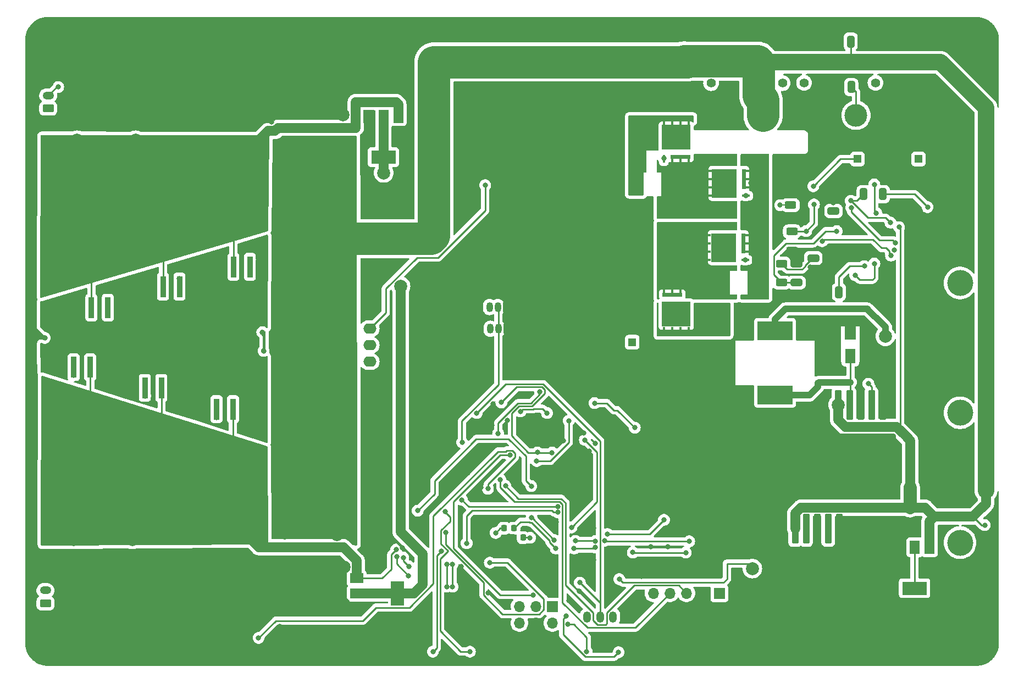
<source format=gbl>
G04 #@! TF.GenerationSoftware,KiCad,Pcbnew,7.0.2*
G04 #@! TF.CreationDate,2023-09-12T14:07:50-07:00*
G04 #@! TF.ProjectId,rps01,72707330-312e-46b6-9963-61645f706362,1*
G04 #@! TF.SameCoordinates,Original*
G04 #@! TF.FileFunction,Copper,L2,Bot*
G04 #@! TF.FilePolarity,Positive*
%FSLAX46Y46*%
G04 Gerber Fmt 4.6, Leading zero omitted, Abs format (unit mm)*
G04 Created by KiCad (PCBNEW 7.0.2) date 2023-09-12 14:07:50*
%MOMM*%
%LPD*%
G01*
G04 APERTURE LIST*
G04 Aperture macros list*
%AMRoundRect*
0 Rectangle with rounded corners*
0 $1 Rounding radius*
0 $2 $3 $4 $5 $6 $7 $8 $9 X,Y pos of 4 corners*
0 Add a 4 corners polygon primitive as box body*
4,1,4,$2,$3,$4,$5,$6,$7,$8,$9,$2,$3,0*
0 Add four circle primitives for the rounded corners*
1,1,$1+$1,$2,$3*
1,1,$1+$1,$4,$5*
1,1,$1+$1,$6,$7*
1,1,$1+$1,$8,$9*
0 Add four rect primitives between the rounded corners*
20,1,$1+$1,$2,$3,$4,$5,0*
20,1,$1+$1,$4,$5,$6,$7,0*
20,1,$1+$1,$6,$7,$8,$9,0*
20,1,$1+$1,$8,$9,$2,$3,0*%
G04 Aperture macros list end*
G04 #@! TA.AperFunction,ComponentPad*
%ADD10R,3.800000X3.800000*%
G04 #@! TD*
G04 #@! TA.AperFunction,ComponentPad*
%ADD11C,4.000000*%
G04 #@! TD*
G04 #@! TA.AperFunction,ComponentPad*
%ADD12RoundRect,1.900000X-1.900000X1.900000X-1.900000X-1.900000X1.900000X-1.900000X1.900000X1.900000X0*%
G04 #@! TD*
G04 #@! TA.AperFunction,ComponentPad*
%ADD13C,7.600000*%
G04 #@! TD*
G04 #@! TA.AperFunction,ComponentPad*
%ADD14R,1.700000X1.700000*%
G04 #@! TD*
G04 #@! TA.AperFunction,ComponentPad*
%ADD15O,1.700000X1.700000*%
G04 #@! TD*
G04 #@! TA.AperFunction,ComponentPad*
%ADD16O,2.000000X1.600000*%
G04 #@! TD*
G04 #@! TA.AperFunction,ComponentPad*
%ADD17RoundRect,0.250000X0.625000X-0.350000X0.625000X0.350000X-0.625000X0.350000X-0.625000X-0.350000X0*%
G04 #@! TD*
G04 #@! TA.AperFunction,ComponentPad*
%ADD18O,1.750000X1.200000*%
G04 #@! TD*
G04 #@! TA.AperFunction,ComponentPad*
%ADD19R,1.050000X1.500000*%
G04 #@! TD*
G04 #@! TA.AperFunction,ComponentPad*
%ADD20O,1.050000X1.500000*%
G04 #@! TD*
G04 #@! TA.AperFunction,ComponentPad*
%ADD21C,1.400000*%
G04 #@! TD*
G04 #@! TA.AperFunction,ComponentPad*
%ADD22R,3.500000X3.500000*%
G04 #@! TD*
G04 #@! TA.AperFunction,ComponentPad*
%ADD23C,3.500000*%
G04 #@! TD*
G04 #@! TA.AperFunction,ComponentPad*
%ADD24C,0.800000*%
G04 #@! TD*
G04 #@! TA.AperFunction,ComponentPad*
%ADD25C,6.400000*%
G04 #@! TD*
G04 #@! TA.AperFunction,ComponentPad*
%ADD26RoundRect,1.900000X1.900000X-1.900000X1.900000X1.900000X-1.900000X1.900000X-1.900000X-1.900000X0*%
G04 #@! TD*
G04 #@! TA.AperFunction,ComponentPad*
%ADD27R,1.200000X1.200000*%
G04 #@! TD*
G04 #@! TA.AperFunction,ComponentPad*
%ADD28C,1.200000*%
G04 #@! TD*
G04 #@! TA.AperFunction,ComponentPad*
%ADD29RoundRect,0.250000X0.350000X0.625000X-0.350000X0.625000X-0.350000X-0.625000X0.350000X-0.625000X0*%
G04 #@! TD*
G04 #@! TA.AperFunction,ComponentPad*
%ADD30O,1.200000X1.750000*%
G04 #@! TD*
G04 #@! TA.AperFunction,SMDPad,CuDef*
%ADD31R,0.812800X3.251200*%
G04 #@! TD*
G04 #@! TA.AperFunction,SMDPad,CuDef*
%ADD32R,7.874000X8.305800*%
G04 #@! TD*
G04 #@! TA.AperFunction,SMDPad,CuDef*
%ADD33R,1.143000X0.431800*%
G04 #@! TD*
G04 #@! TA.AperFunction,SMDPad,CuDef*
%ADD34R,0.965200X0.431800*%
G04 #@! TD*
G04 #@! TA.AperFunction,SMDPad,CuDef*
%ADD35R,1.500000X2.000000*%
G04 #@! TD*
G04 #@! TA.AperFunction,SMDPad,CuDef*
%ADD36R,3.800000X2.000000*%
G04 #@! TD*
G04 #@! TA.AperFunction,SMDPad,CuDef*
%ADD37R,0.431800X1.143000*%
G04 #@! TD*
G04 #@! TA.AperFunction,SMDPad,CuDef*
%ADD38R,0.431800X0.965200*%
G04 #@! TD*
G04 #@! TA.AperFunction,SMDPad,CuDef*
%ADD39R,2.000000X1.500000*%
G04 #@! TD*
G04 #@! TA.AperFunction,SMDPad,CuDef*
%ADD40R,2.000000X3.800000*%
G04 #@! TD*
G04 #@! TA.AperFunction,SMDPad,CuDef*
%ADD41RoundRect,0.250000X0.325000X0.650000X-0.325000X0.650000X-0.325000X-0.650000X0.325000X-0.650000X0*%
G04 #@! TD*
G04 #@! TA.AperFunction,SMDPad,CuDef*
%ADD42RoundRect,0.250000X-0.625000X0.312500X-0.625000X-0.312500X0.625000X-0.312500X0.625000X0.312500X0*%
G04 #@! TD*
G04 #@! TA.AperFunction,SMDPad,CuDef*
%ADD43RoundRect,0.225000X-0.225000X-0.250000X0.225000X-0.250000X0.225000X0.250000X-0.225000X0.250000X0*%
G04 #@! TD*
G04 #@! TA.AperFunction,SMDPad,CuDef*
%ADD44RoundRect,0.225000X0.225000X0.250000X-0.225000X0.250000X-0.225000X-0.250000X0.225000X-0.250000X0*%
G04 #@! TD*
G04 #@! TA.AperFunction,SMDPad,CuDef*
%ADD45R,1.917700X2.997200*%
G04 #@! TD*
G04 #@! TA.AperFunction,SMDPad,CuDef*
%ADD46RoundRect,0.250000X-0.300000X2.050000X-0.300000X-2.050000X0.300000X-2.050000X0.300000X2.050000X0*%
G04 #@! TD*
G04 #@! TA.AperFunction,SMDPad,CuDef*
%ADD47RoundRect,0.250000X-2.375000X2.025000X-2.375000X-2.025000X2.375000X-2.025000X2.375000X2.025000X0*%
G04 #@! TD*
G04 #@! TA.AperFunction,SMDPad,CuDef*
%ADD48RoundRect,0.250002X-5.149998X4.449998X-5.149998X-4.449998X5.149998X-4.449998X5.149998X4.449998X0*%
G04 #@! TD*
G04 #@! TA.AperFunction,SMDPad,CuDef*
%ADD49RoundRect,0.250000X0.650000X-0.325000X0.650000X0.325000X-0.650000X0.325000X-0.650000X-0.325000X0*%
G04 #@! TD*
G04 #@! TA.AperFunction,SMDPad,CuDef*
%ADD50RoundRect,0.250000X-0.650000X0.325000X-0.650000X-0.325000X0.650000X-0.325000X0.650000X0.325000X0*%
G04 #@! TD*
G04 #@! TA.AperFunction,SMDPad,CuDef*
%ADD51R,1.625600X2.184400*%
G04 #@! TD*
G04 #@! TA.AperFunction,SMDPad,CuDef*
%ADD52R,5.410200X2.895600*%
G04 #@! TD*
G04 #@! TA.AperFunction,SMDPad,CuDef*
%ADD53R,4.000000X7.800000*%
G04 #@! TD*
G04 #@! TA.AperFunction,SMDPad,CuDef*
%ADD54RoundRect,0.250000X0.625000X-0.312500X0.625000X0.312500X-0.625000X0.312500X-0.625000X-0.312500X0*%
G04 #@! TD*
G04 #@! TA.AperFunction,ViaPad*
%ADD55C,1.000000*%
G04 #@! TD*
G04 #@! TA.AperFunction,ViaPad*
%ADD56C,0.800000*%
G04 #@! TD*
G04 #@! TA.AperFunction,ViaPad*
%ADD57C,2.000000*%
G04 #@! TD*
G04 #@! TA.AperFunction,Conductor*
%ADD58C,0.250000*%
G04 #@! TD*
G04 #@! TA.AperFunction,Conductor*
%ADD59C,5.000000*%
G04 #@! TD*
G04 #@! TA.AperFunction,Conductor*
%ADD60C,1.500000*%
G04 #@! TD*
G04 #@! TA.AperFunction,Conductor*
%ADD61C,2.500000*%
G04 #@! TD*
G04 #@! TA.AperFunction,Conductor*
%ADD62C,2.000000*%
G04 #@! TD*
G04 #@! TA.AperFunction,Conductor*
%ADD63C,0.200000*%
G04 #@! TD*
G04 #@! TA.AperFunction,Conductor*
%ADD64C,1.000000*%
G04 #@! TD*
G04 APERTURE END LIST*
G04 #@! TA.AperFunction,EtchedComponent*
G36*
X144815000Y-70646698D02*
G01*
X144230800Y-70646698D01*
X144230800Y-67573298D01*
X144815000Y-67573298D01*
X144815000Y-70646698D01*
G37*
G04 #@! TD.AperFunction*
G04 #@! TA.AperFunction,EtchedComponent*
G36*
X143392600Y-71942098D02*
G01*
X139582600Y-71942098D01*
X139582600Y-67547898D01*
X143392600Y-67547898D01*
X143392600Y-71942098D01*
G37*
G04 #@! TD.AperFunction*
G04 #@! TA.AperFunction,EtchedComponent*
G36*
X135096700Y-77269200D02*
G01*
X132023300Y-77269200D01*
X132023300Y-76685000D01*
X135096700Y-76685000D01*
X135096700Y-77269200D01*
G37*
G04 #@! TD.AperFunction*
G04 #@! TA.AperFunction,EtchedComponent*
G36*
X136392100Y-81917400D02*
G01*
X131997900Y-81917400D01*
X131997900Y-78107400D01*
X136392100Y-78107400D01*
X136392100Y-81917400D01*
G37*
G04 #@! TD.AperFunction*
G04 #@! TA.AperFunction,EtchedComponent*
G36*
X136366700Y-56062698D02*
G01*
X133293300Y-56062698D01*
X133293300Y-55478498D01*
X136366700Y-55478498D01*
X136366700Y-56062698D01*
G37*
G04 #@! TD.AperFunction*
G04 #@! TA.AperFunction,EtchedComponent*
G36*
X136392100Y-54640298D02*
G01*
X131997900Y-54640298D01*
X131997900Y-50830298D01*
X136392100Y-50830298D01*
X136392100Y-54640298D01*
G37*
G04 #@! TD.AperFunction*
G04 #@! TA.AperFunction,EtchedComponent*
G36*
X144915000Y-60746698D02*
G01*
X144330800Y-60746698D01*
X144330800Y-57673298D01*
X144915000Y-57673298D01*
X144915000Y-60746698D01*
G37*
G04 #@! TD.AperFunction*
G04 #@! TA.AperFunction,EtchedComponent*
G36*
X143492600Y-62042098D02*
G01*
X139682600Y-62042098D01*
X139682600Y-57647898D01*
X143492600Y-57647898D01*
X143492600Y-62042098D01*
G37*
G04 #@! TD.AperFunction*
D10*
X177899179Y-80200000D03*
D11*
X177899179Y-75200000D03*
D12*
X46349179Y-46176680D03*
D13*
X46349179Y-57176680D03*
D14*
X140824179Y-123001680D03*
D15*
X138284179Y-123001680D03*
X135744179Y-123001680D03*
X133204179Y-123001680D03*
X130664179Y-123001680D03*
D16*
X86974179Y-79681680D03*
X86974179Y-82221680D03*
X86974179Y-84761680D03*
X86974179Y-87301680D03*
D17*
X37024179Y-124551680D03*
D18*
X37024179Y-122551680D03*
X37024179Y-120551680D03*
D14*
X115124179Y-125036680D03*
D15*
X115124179Y-127576680D03*
X112584179Y-125036680D03*
X112584179Y-127576680D03*
X110044179Y-125036680D03*
X110044179Y-127576680D03*
D19*
X107974179Y-78901680D03*
D20*
X106704179Y-78901680D03*
X105434179Y-78901680D03*
D10*
X177899179Y-120200000D03*
D11*
X177899179Y-115200000D03*
D10*
X177899179Y-100200000D03*
D11*
X177899179Y-95200000D03*
D21*
X139549179Y-44400000D03*
X150549179Y-44400000D03*
D22*
X142549179Y-49400000D03*
D23*
X147549179Y-49400000D03*
D24*
X84002944Y-37697056D03*
X84705888Y-36000000D03*
X84705888Y-39394112D03*
X86402944Y-35297056D03*
D25*
X86402944Y-37697056D03*
D24*
X86402944Y-40097056D03*
X88100000Y-36000000D03*
X88100000Y-39394112D03*
X88802944Y-37697056D03*
D21*
X153874179Y-44350000D03*
X164874179Y-44350000D03*
D22*
X156874179Y-49350000D03*
D23*
X161874179Y-49350000D03*
D26*
X45874179Y-121701680D03*
D13*
X45874179Y-110701680D03*
D24*
X85000000Y-130797056D03*
X85702944Y-129100000D03*
X85702944Y-132494112D03*
X87400000Y-128397056D03*
D25*
X87400000Y-130797056D03*
D24*
X87400000Y-133197056D03*
X89097056Y-129100000D03*
X89097056Y-132494112D03*
X89800000Y-130797056D03*
X35002944Y-130797056D03*
X35705888Y-129100000D03*
X35705888Y-132494112D03*
X37402944Y-128397056D03*
D25*
X37402944Y-130797056D03*
D24*
X37402944Y-133197056D03*
X39100000Y-129100000D03*
X39100000Y-132494112D03*
X39802944Y-130797056D03*
D27*
X171500000Y-56100000D03*
D28*
X175000000Y-56100000D03*
D17*
X37449179Y-48301680D03*
D18*
X37449179Y-46301680D03*
X37449179Y-44301680D03*
D26*
X78124179Y-121301680D03*
D13*
X78124179Y-110301680D03*
D24*
X35000000Y-37700000D03*
X35702944Y-36002944D03*
X35702944Y-39397056D03*
X37400000Y-35300000D03*
D25*
X37400000Y-37700000D03*
D24*
X37400000Y-40100000D03*
X39097056Y-36002944D03*
X39097056Y-39397056D03*
X39800000Y-37700000D03*
D12*
X78399179Y-46276680D03*
D13*
X78399179Y-57276680D03*
D27*
X162100000Y-56100000D03*
D28*
X165600000Y-56100000D03*
D24*
X178000000Y-130802944D03*
X178702944Y-129105888D03*
X178702944Y-132500000D03*
X180400000Y-128402944D03*
D25*
X180400000Y-130802944D03*
D24*
X180400000Y-133202944D03*
X182097056Y-129105888D03*
X182097056Y-132500000D03*
X182800000Y-130802944D03*
X178000000Y-37700000D03*
X178702944Y-36002944D03*
X178702944Y-39397056D03*
X180400000Y-35300000D03*
D25*
X180400000Y-37700000D03*
D24*
X180400000Y-40100000D03*
X182097056Y-36002944D03*
X182097056Y-39397056D03*
X182800000Y-37700000D03*
D29*
X126449179Y-126651680D03*
D30*
X124449179Y-126651680D03*
X122449179Y-126651680D03*
X120449179Y-126651680D03*
D27*
X127408150Y-84300000D03*
D28*
X123908150Y-84300000D03*
D31*
X41359179Y-88153680D03*
X43899179Y-88153680D03*
X46439179Y-88153680D03*
D32*
X43899179Y-98275580D03*
D33*
X144802300Y-67839998D03*
X144802300Y-69109998D03*
X144802300Y-70379998D03*
X144802300Y-71649998D03*
D34*
X139100000Y-71649998D03*
X139100000Y-70379998D03*
X139100000Y-69109998D03*
X139100000Y-67839998D03*
D31*
X57664179Y-75748880D03*
X55124179Y-75748880D03*
X52584179Y-75748880D03*
D32*
X55124179Y-65626980D03*
D35*
X86774179Y-49501680D03*
X89074179Y-49501680D03*
D36*
X89074179Y-55801680D03*
D35*
X91374179Y-49501680D03*
D37*
X132290000Y-76697700D03*
X133560000Y-76697700D03*
X134830000Y-76697700D03*
X136100000Y-76697700D03*
D38*
X136100000Y-82400000D03*
X134830000Y-82400000D03*
X133560000Y-82400000D03*
X132290000Y-82400000D03*
D39*
X84974179Y-125301680D03*
X84974179Y-123001680D03*
D40*
X91274179Y-123001680D03*
D39*
X84974179Y-120701680D03*
D31*
X68514179Y-72698880D03*
X65974179Y-72698880D03*
X63434179Y-72698880D03*
D32*
X65974179Y-62576980D03*
D41*
X166000000Y-61500000D03*
X163050000Y-61500000D03*
D31*
X46639179Y-78999680D03*
X44099179Y-78999680D03*
X41559179Y-78999680D03*
D32*
X44099179Y-68877780D03*
D41*
X161050000Y-38000000D03*
X158100000Y-38000000D03*
D42*
X150400000Y-72200000D03*
X150400000Y-75125000D03*
D43*
X109049179Y-114426680D03*
X110599179Y-114426680D03*
D44*
X109199179Y-112976680D03*
X107649179Y-112976680D03*
D42*
X152000000Y-67237500D03*
X152000000Y-70162500D03*
D45*
X141431450Y-75149998D03*
X146168550Y-75149998D03*
D46*
X159175000Y-93975000D03*
X160875000Y-93975000D03*
X162575000Y-93975000D03*
D47*
X165350000Y-100700000D03*
X159800000Y-100700000D03*
D48*
X162575000Y-103125000D03*
D47*
X165350000Y-105550000D03*
X159800000Y-105550000D03*
D46*
X164275000Y-93975000D03*
X165975000Y-93975000D03*
D41*
X159250000Y-76600000D03*
X156300000Y-76600000D03*
D49*
X152700000Y-75150000D03*
X152700000Y-72200000D03*
D45*
X128162900Y-60000000D03*
X132900000Y-60000000D03*
D50*
X155300000Y-71350000D03*
X155300000Y-74300000D03*
D31*
X63359179Y-94628680D03*
X65899179Y-94628680D03*
X68439179Y-94628680D03*
D32*
X65899179Y-104750580D03*
D35*
X168599179Y-115926680D03*
X170899179Y-115926680D03*
D36*
X170899179Y-122226680D03*
D35*
X173199179Y-115926680D03*
D46*
X152500000Y-113050000D03*
X154200000Y-113050000D03*
X155900000Y-113050000D03*
D47*
X158675000Y-119775000D03*
X153125000Y-119775000D03*
D48*
X155900000Y-122200000D03*
D47*
X158675000Y-124625000D03*
X153125000Y-124625000D03*
D46*
X157600000Y-113050000D03*
X159300000Y-113050000D03*
D51*
X161000000Y-86454200D03*
X161000000Y-82745800D03*
D37*
X136100000Y-56049998D03*
X134830000Y-56049998D03*
X133560000Y-56049998D03*
X132290000Y-56049998D03*
D38*
X132290000Y-50347698D03*
X133560000Y-50347698D03*
X134830000Y-50347698D03*
X136100000Y-50347698D03*
D52*
X149407900Y-92453000D03*
X149407900Y-82547000D03*
D31*
X52334179Y-91354780D03*
X54874179Y-91354780D03*
X57414179Y-91354780D03*
D32*
X54874179Y-101476680D03*
D33*
X144902300Y-57939998D03*
X144902300Y-59209998D03*
X144902300Y-60479998D03*
X144902300Y-61749998D03*
D34*
X139200000Y-61749998D03*
X139200000Y-60479998D03*
X139200000Y-59209998D03*
X139200000Y-57939998D03*
D53*
X67524179Y-83351680D03*
X78524179Y-83351680D03*
D19*
X108074179Y-82251680D03*
D20*
X106804179Y-82251680D03*
X105534179Y-82251680D03*
D41*
X161150000Y-45000000D03*
X158200000Y-45000000D03*
D50*
X158400000Y-61150000D03*
X158400000Y-64100000D03*
D54*
X151800000Y-63200000D03*
X151800000Y-60275000D03*
D55*
X59400000Y-42200000D03*
D56*
X154800000Y-58700000D03*
D55*
X158900000Y-124200000D03*
D56*
X118974179Y-91026680D03*
X89699179Y-84626680D03*
D55*
X64400000Y-123200000D03*
X62900000Y-123200000D03*
X64400000Y-120200000D03*
X62900000Y-120200000D03*
D56*
X169900000Y-128200000D03*
X121424179Y-112926680D03*
D57*
X73900000Y-42700000D03*
D55*
X58400000Y-121700000D03*
D57*
X73400000Y-118200000D03*
X82900000Y-124675500D03*
D56*
X136000000Y-48000000D03*
D55*
X159900000Y-100200000D03*
X64400000Y-118700000D03*
D57*
X41400000Y-118200000D03*
D56*
X170000000Y-69500000D03*
X107224179Y-122001680D03*
X106000000Y-93800000D03*
X154800000Y-72750000D03*
X177100000Y-66200000D03*
X101299179Y-126226680D03*
D55*
X155900000Y-121200000D03*
X162900000Y-100200000D03*
X62900000Y-124700000D03*
D56*
X111499179Y-92476680D03*
D55*
X58400000Y-123200000D03*
D56*
X167600000Y-67500000D03*
D55*
X59400000Y-48200000D03*
X158900000Y-119700000D03*
D56*
X108136325Y-96388826D03*
X113049179Y-107401680D03*
D55*
X59900000Y-123200000D03*
D56*
X101049179Y-118901680D03*
D57*
X73400000Y-48200000D03*
D56*
X75900000Y-129200000D03*
X136949179Y-118176680D03*
D55*
X161400000Y-100200000D03*
D57*
X50900000Y-42200000D03*
D55*
X59900000Y-118700000D03*
X152900000Y-121200000D03*
D56*
X152500000Y-70300000D03*
X132874179Y-115801680D03*
X167800000Y-70100000D03*
X86899179Y-48926680D03*
X149700000Y-77000000D03*
D55*
X63900000Y-48200000D03*
X59400000Y-46700000D03*
X61400000Y-121700000D03*
D56*
X119899179Y-98276680D03*
D55*
X63900000Y-43700000D03*
X59900000Y-120200000D03*
D56*
X161000000Y-82900000D03*
D55*
X165900000Y-101700000D03*
X62900000Y-121700000D03*
X57900000Y-45200000D03*
X62400000Y-45200000D03*
D56*
X87749179Y-119101680D03*
D55*
X157400000Y-121200000D03*
X154400000Y-124200000D03*
D56*
X121474179Y-117851680D03*
D55*
X157400000Y-119700000D03*
X155900000Y-125700000D03*
X60900000Y-43700000D03*
X61400000Y-118700000D03*
D56*
X128799179Y-120401680D03*
D55*
X155900000Y-122700000D03*
D56*
X114974179Y-123001680D03*
D55*
X57900000Y-43700000D03*
D56*
X147900000Y-110100000D03*
X94199179Y-98576680D03*
X139900000Y-118200000D03*
D55*
X62400000Y-42200000D03*
D56*
X88924179Y-108176680D03*
D55*
X57900000Y-48200000D03*
D57*
X83024679Y-118998458D03*
D55*
X57900000Y-42200000D03*
D56*
X100224179Y-91126680D03*
X158400000Y-62800000D03*
D55*
X60900000Y-46700000D03*
D56*
X115424179Y-118501680D03*
X73100000Y-128100000D03*
X119274179Y-122701680D03*
D57*
X82874679Y-49327180D03*
D55*
X57900000Y-46700000D03*
X58400000Y-120200000D03*
D57*
X41900000Y-42200000D03*
D55*
X62400000Y-48200000D03*
D56*
X118824179Y-103901680D03*
D55*
X62400000Y-46700000D03*
X164400000Y-100200000D03*
D56*
X118649179Y-110001680D03*
D55*
X152900000Y-119700000D03*
D56*
X70624179Y-85651680D03*
D55*
X157400000Y-122700000D03*
D56*
X130224179Y-115801680D03*
D57*
X82900000Y-42700000D03*
D56*
X110399179Y-96326680D03*
X70424179Y-82776680D03*
D55*
X158900000Y-122700000D03*
D57*
X73400000Y-124675500D03*
D56*
X36924179Y-83651680D03*
D55*
X63900000Y-42200000D03*
D56*
X116774179Y-99451680D03*
X96374179Y-84951680D03*
D55*
X59400000Y-45200000D03*
X59900000Y-124700000D03*
D56*
X119200000Y-125300000D03*
X119574179Y-94926680D03*
X105224179Y-122976680D03*
D55*
X60900000Y-42200000D03*
D56*
X157300000Y-71200000D03*
X116500000Y-91100000D03*
X102049179Y-104451680D03*
X89524179Y-89451680D03*
D55*
X158900000Y-125700000D03*
D56*
X120799179Y-101126680D03*
D55*
X61400000Y-120200000D03*
D56*
X122924179Y-96201680D03*
D55*
X64400000Y-124700000D03*
X60900000Y-48200000D03*
X154400000Y-125700000D03*
D56*
X133200000Y-113900000D03*
D55*
X59900000Y-121700000D03*
X154400000Y-119700000D03*
D56*
X135600000Y-112300000D03*
D55*
X152900000Y-125700000D03*
D56*
X37974179Y-51151680D03*
X109000000Y-114600000D03*
D55*
X157400000Y-124200000D03*
D56*
X87024179Y-78001680D03*
D55*
X62400000Y-43700000D03*
D56*
X177800000Y-68400000D03*
X105800000Y-97100000D03*
D55*
X63900000Y-46700000D03*
D56*
X169700000Y-67400000D03*
D55*
X155900000Y-124200000D03*
D57*
X50900000Y-49700000D03*
D56*
X92024179Y-116026680D03*
D55*
X159900000Y-101700000D03*
X155900000Y-119700000D03*
D56*
X34599179Y-80376680D03*
X104124179Y-106651680D03*
D55*
X61400000Y-123200000D03*
D57*
X41400000Y-125700000D03*
X50400000Y-125700000D03*
D56*
X115724179Y-112051680D03*
X86599179Y-64151680D03*
D55*
X58400000Y-118700000D03*
X63900000Y-45200000D03*
D57*
X41900000Y-49700000D03*
D56*
X102549179Y-79901680D03*
D55*
X64400000Y-121700000D03*
X158900000Y-121200000D03*
X162900000Y-101700000D03*
X62900000Y-118700000D03*
D56*
X117674179Y-124101680D03*
D55*
X165900000Y-100200000D03*
D56*
X71833550Y-50427444D03*
D55*
X60900000Y-45200000D03*
X61400000Y-124700000D03*
D56*
X93774179Y-127201680D03*
D55*
X154400000Y-121200000D03*
X58400000Y-124700000D03*
D56*
X155100000Y-121600000D03*
D57*
X50400000Y-118200000D03*
D55*
X59400000Y-43700000D03*
X164400000Y-101700000D03*
X161400000Y-101700000D03*
X152900000Y-124200000D03*
D56*
X103124179Y-117276680D03*
X89874179Y-114001680D03*
D55*
X154400000Y-122700000D03*
D56*
X121724179Y-99951680D03*
D55*
X157400000Y-125700000D03*
D56*
X109699179Y-122176680D03*
X147100000Y-79200000D03*
X151800000Y-38500000D03*
D55*
X152900000Y-122700000D03*
D56*
X63375098Y-95901600D03*
X41375098Y-89401600D03*
X52375098Y-92601600D03*
X46650098Y-77776600D03*
X68525098Y-71526600D03*
X57650098Y-74551600D03*
X111849179Y-106500000D03*
X94348506Y-110276680D03*
X115624179Y-116101680D03*
X132300000Y-111700000D03*
X123599179Y-113901680D03*
X104749179Y-60126680D03*
X118449179Y-116101680D03*
X121724500Y-115949502D03*
X121600000Y-93700000D03*
X127800000Y-97500000D03*
D57*
X145900000Y-119200000D03*
D56*
X125399179Y-120826680D03*
X157600000Y-113100000D03*
X172900000Y-63500000D03*
X98849179Y-118526680D03*
X98849179Y-121976680D03*
X99724179Y-118526680D03*
X99724179Y-121976680D03*
X107099179Y-105501680D03*
X107874179Y-106451680D03*
X112124179Y-123251680D03*
X108603603Y-101708317D03*
X135649179Y-116726680D03*
X127499179Y-116701680D03*
X135100000Y-60500000D03*
X135100000Y-59500000D03*
X134100000Y-58500000D03*
X133100000Y-60500000D03*
X135100000Y-61500000D03*
X134100000Y-61500000D03*
X136100000Y-58500000D03*
X136100000Y-59500000D03*
X167200000Y-65900000D03*
X133100000Y-61500000D03*
X161081802Y-62518198D03*
X134100000Y-60500000D03*
X135100000Y-58500000D03*
X136100000Y-61500000D03*
X133100000Y-59500000D03*
X133100000Y-58500000D03*
X136100000Y-60500000D03*
X134100000Y-59500000D03*
D55*
X79900000Y-93200000D03*
X78900000Y-80200000D03*
X75400000Y-96200000D03*
X81400000Y-93200000D03*
D57*
X159125500Y-93975000D03*
D55*
X81400000Y-90200000D03*
D56*
X138200000Y-82300000D03*
D55*
X80400000Y-84700000D03*
X78400000Y-103700000D03*
X78400000Y-64200000D03*
X81400000Y-105200000D03*
X79900000Y-94700000D03*
X75400000Y-91700000D03*
X81400000Y-96200000D03*
D57*
X74400000Y-54200000D03*
D55*
X76900000Y-72200000D03*
X78400000Y-93200000D03*
X75400000Y-73700000D03*
X77400000Y-81700000D03*
X75400000Y-62700000D03*
X81400000Y-72200000D03*
D56*
X135399179Y-40976680D03*
D55*
X81400000Y-65700000D03*
X76900000Y-96200000D03*
X81400000Y-73700000D03*
X79900000Y-72200000D03*
X75400000Y-76700000D03*
X81400000Y-94700000D03*
X75400000Y-102200000D03*
D57*
X81900000Y-113952180D03*
D56*
X141200000Y-82300000D03*
D55*
X76900000Y-99200000D03*
X75400000Y-72200000D03*
D57*
X73900000Y-107200000D03*
D55*
X81400000Y-62700000D03*
X78400000Y-91700000D03*
X79900000Y-102200000D03*
X76900000Y-70700000D03*
D56*
X170200000Y-106700000D03*
D55*
X78400000Y-100700000D03*
D56*
X140200000Y-79300000D03*
D55*
X76900000Y-100700000D03*
X83400000Y-83200000D03*
X76900000Y-91700000D03*
X79900000Y-73700000D03*
X76900000Y-62700000D03*
X77400000Y-84700000D03*
X81900000Y-81700000D03*
X78900000Y-83200000D03*
X75400000Y-94700000D03*
D56*
X96849179Y-41126680D03*
D55*
X79900000Y-70700000D03*
X75400000Y-70700000D03*
X78400000Y-75200000D03*
X81400000Y-102200000D03*
X79900000Y-96200000D03*
X75400000Y-99200000D03*
D56*
X141200000Y-80300000D03*
X141200000Y-81300000D03*
D55*
X76900000Y-67200000D03*
X79900000Y-99200000D03*
X76900000Y-105200000D03*
D56*
X140200000Y-81300000D03*
D55*
X77400000Y-83200000D03*
X80400000Y-81700000D03*
X79900000Y-62700000D03*
D57*
X82400000Y-54200000D03*
D56*
X139200000Y-79300000D03*
D55*
X81400000Y-75200000D03*
X76900000Y-93200000D03*
X83400000Y-86200000D03*
D56*
X140200000Y-80300000D03*
D55*
X81900000Y-83200000D03*
D57*
X82400000Y-60700000D03*
D55*
X78400000Y-102200000D03*
X76900000Y-102200000D03*
X78400000Y-94700000D03*
X81400000Y-103700000D03*
X78400000Y-90200000D03*
D57*
X82400000Y-107200000D03*
D55*
X78400000Y-73700000D03*
X83400000Y-81700000D03*
X79900000Y-90200000D03*
X76900000Y-90200000D03*
X83400000Y-84700000D03*
X78400000Y-65700000D03*
X79900000Y-105200000D03*
X78900000Y-81700000D03*
X75400000Y-67200000D03*
X75400000Y-103700000D03*
X78400000Y-76700000D03*
X76900000Y-103700000D03*
X76900000Y-64200000D03*
D56*
X140200000Y-82300000D03*
D55*
X81400000Y-68700000D03*
X76900000Y-75200000D03*
X75400000Y-100700000D03*
X76900000Y-65700000D03*
X79900000Y-65700000D03*
X81900000Y-84700000D03*
X78400000Y-67200000D03*
X79900000Y-100700000D03*
X83400000Y-80200000D03*
D56*
X168500000Y-66600000D03*
D55*
X81400000Y-67200000D03*
D56*
X139200000Y-80300000D03*
D55*
X81400000Y-100700000D03*
X75400000Y-93200000D03*
X81400000Y-91700000D03*
X79900000Y-68700000D03*
X78400000Y-96200000D03*
X79900000Y-76700000D03*
X79900000Y-67200000D03*
X77400000Y-86200000D03*
D57*
X73900000Y-113700000D03*
D55*
X80400000Y-86200000D03*
X78400000Y-62700000D03*
X79900000Y-64200000D03*
X78400000Y-72200000D03*
X81400000Y-70700000D03*
X79900000Y-91700000D03*
D56*
X139200000Y-82300000D03*
D55*
X78400000Y-68700000D03*
X75400000Y-64200000D03*
X75400000Y-90200000D03*
X79900000Y-103700000D03*
X76900000Y-73700000D03*
X80400000Y-83200000D03*
X79900000Y-75200000D03*
X81400000Y-99200000D03*
X81900000Y-86200000D03*
X77400000Y-80200000D03*
X81400000Y-64200000D03*
D56*
X138200000Y-79300000D03*
D55*
X75400000Y-105200000D03*
X81400000Y-76700000D03*
X75400000Y-68700000D03*
D56*
X138200000Y-81300000D03*
D55*
X78400000Y-105200000D03*
X76900000Y-68700000D03*
X80400000Y-80200000D03*
X76900000Y-94700000D03*
X75400000Y-75200000D03*
X78400000Y-99200000D03*
D56*
X181700000Y-112500000D03*
X141200000Y-79300000D03*
D55*
X76900000Y-76700000D03*
D56*
X138200000Y-80300000D03*
D55*
X75400000Y-65700000D03*
X78900000Y-84700000D03*
D56*
X139200000Y-81300000D03*
D57*
X74400000Y-60700000D03*
D55*
X78900000Y-86200000D03*
X78400000Y-70700000D03*
X81900000Y-80200000D03*
D56*
X150200000Y-63200000D03*
X96700000Y-132000000D03*
X101900000Y-115300000D03*
X115949179Y-110526680D03*
X98000000Y-116500000D03*
X98600000Y-110400000D03*
X102400000Y-132000000D03*
X101174179Y-108601680D03*
X115949179Y-109626680D03*
X112674179Y-102626680D03*
X117624179Y-96426680D03*
X114274179Y-95226680D03*
X110186124Y-94975424D03*
D57*
X50400000Y-114700000D03*
D55*
X68900000Y-107700000D03*
X53400000Y-101200000D03*
X65900000Y-104700000D03*
X65900000Y-103200000D03*
X64400000Y-106200000D03*
X57900000Y-101200000D03*
X53400000Y-104200000D03*
X56400000Y-102700000D03*
X43900000Y-101200000D03*
X51900000Y-102700000D03*
D57*
X41400000Y-106700000D03*
D55*
X68900000Y-103200000D03*
X51900000Y-101200000D03*
X42400000Y-99700000D03*
X57900000Y-98200000D03*
D57*
X41400000Y-114700000D03*
D55*
X54900000Y-101200000D03*
X45400000Y-98200000D03*
X56400000Y-98200000D03*
X67400000Y-103200000D03*
X57900000Y-104200000D03*
X43900000Y-96700000D03*
X46900000Y-101200000D03*
X42400000Y-96700000D03*
X54900000Y-104200000D03*
X40900000Y-95200000D03*
X64400000Y-104700000D03*
X43900000Y-99700000D03*
X65900000Y-101700000D03*
X64400000Y-107700000D03*
D56*
X66749179Y-112751680D03*
D55*
X40900000Y-96700000D03*
X64400000Y-103200000D03*
X67400000Y-106200000D03*
X57900000Y-99700000D03*
X45400000Y-99700000D03*
X57900000Y-102700000D03*
D57*
X50400000Y-106700000D03*
D55*
X56400000Y-101200000D03*
X51900000Y-98200000D03*
X46900000Y-96700000D03*
X46900000Y-98200000D03*
X65900000Y-106200000D03*
X68900000Y-106200000D03*
X53400000Y-99700000D03*
X62900000Y-104700000D03*
X62900000Y-106200000D03*
X53400000Y-98200000D03*
X45400000Y-96700000D03*
X54900000Y-98200000D03*
X40900000Y-98200000D03*
X43900000Y-95200000D03*
X65900000Y-107700000D03*
X51900000Y-104200000D03*
D56*
X91049179Y-116276680D03*
D55*
X46900000Y-99700000D03*
X56400000Y-104200000D03*
X68900000Y-101700000D03*
X54900000Y-99700000D03*
X67400000Y-107700000D03*
X62900000Y-103200000D03*
X45400000Y-95200000D03*
D56*
X43925098Y-89376600D03*
D55*
X56400000Y-99700000D03*
X46900000Y-95200000D03*
X62900000Y-101700000D03*
X42400000Y-95200000D03*
X67400000Y-104700000D03*
X40900000Y-99700000D03*
X54900000Y-102700000D03*
X64400000Y-101700000D03*
X42400000Y-101200000D03*
X62900000Y-107700000D03*
X67400000Y-101700000D03*
X53400000Y-102700000D03*
X43900000Y-98200000D03*
X42400000Y-98200000D03*
X68900000Y-104700000D03*
X51900000Y-99700000D03*
X40900000Y-101200000D03*
X45400000Y-101200000D03*
X40900000Y-65700000D03*
X42400000Y-71700000D03*
X68900000Y-62700000D03*
X67400000Y-59700000D03*
X45400000Y-70200000D03*
X56900000Y-65700000D03*
X58400000Y-65700000D03*
X64400000Y-65700000D03*
X53900000Y-67200000D03*
X42400000Y-67200000D03*
X40900000Y-71700000D03*
X62900000Y-64200000D03*
D57*
X50900000Y-61200000D03*
D55*
X64400000Y-59700000D03*
X65900000Y-59700000D03*
X46900000Y-68700000D03*
X68900000Y-65700000D03*
X56900000Y-62700000D03*
X45400000Y-65700000D03*
X45400000Y-71700000D03*
X40900000Y-67200000D03*
X53900000Y-68700000D03*
D57*
X41900000Y-61200000D03*
D55*
X67400000Y-64200000D03*
X46900000Y-65700000D03*
X42400000Y-65700000D03*
X67400000Y-65700000D03*
X42400000Y-68700000D03*
X43900000Y-67200000D03*
X55400000Y-65700000D03*
X62900000Y-62700000D03*
X52400000Y-65700000D03*
X65900000Y-65700000D03*
X43900000Y-68700000D03*
X46900000Y-70200000D03*
X55400000Y-68700000D03*
X43900000Y-70200000D03*
X65900000Y-61200000D03*
X52400000Y-64200000D03*
X40900000Y-70200000D03*
X58400000Y-68700000D03*
X46900000Y-71700000D03*
X42400000Y-70200000D03*
X53900000Y-62700000D03*
X67400000Y-61200000D03*
X64400000Y-61200000D03*
X65900000Y-62700000D03*
X56900000Y-64200000D03*
X45400000Y-68700000D03*
X53900000Y-64200000D03*
X55400000Y-64200000D03*
X53900000Y-65700000D03*
X56900000Y-68700000D03*
X45400000Y-67200000D03*
X52400000Y-67200000D03*
X62900000Y-65700000D03*
X58400000Y-62700000D03*
D56*
X44100098Y-77826600D03*
D55*
X55400000Y-62700000D03*
X62900000Y-61200000D03*
X43900000Y-71700000D03*
X64400000Y-64200000D03*
X58400000Y-67200000D03*
X62900000Y-59700000D03*
X43900000Y-65700000D03*
X55400000Y-67200000D03*
X65900000Y-64200000D03*
X68900000Y-59700000D03*
X46900000Y-67200000D03*
X40900000Y-68700000D03*
X52400000Y-68700000D03*
D57*
X41900000Y-53200000D03*
D55*
X58400000Y-64200000D03*
X67400000Y-62700000D03*
D57*
X50900000Y-53200000D03*
D55*
X56900000Y-67200000D03*
X68900000Y-64200000D03*
X68900000Y-61200000D03*
X52400000Y-62700000D03*
X64400000Y-62700000D03*
D56*
X119323549Y-121376451D03*
X125300000Y-132100000D03*
X117200000Y-126500000D03*
X103449179Y-95226680D03*
X115049179Y-101326680D03*
X120400000Y-132000000D03*
X112800000Y-101300000D03*
X107249179Y-93601680D03*
X117500000Y-127800000D03*
X158500000Y-64200000D03*
X105474179Y-118276680D03*
X101199179Y-99751680D03*
X98674179Y-113600000D03*
X38974179Y-45001680D03*
X158900000Y-67200000D03*
X163775000Y-90725000D03*
X113199179Y-91951680D03*
X106749179Y-98376680D03*
D57*
X166400000Y-83400000D03*
D56*
X135200000Y-71800000D03*
X136200000Y-71800000D03*
X164700000Y-72200000D03*
X134200000Y-68800000D03*
X134200000Y-71800000D03*
X135200000Y-68800000D03*
X141400000Y-75200000D03*
X136200000Y-70800000D03*
X133200000Y-71800000D03*
X133200000Y-70800000D03*
X134200000Y-70800000D03*
X136200000Y-69800000D03*
X135200000Y-70800000D03*
X133200000Y-68800000D03*
X134200000Y-69800000D03*
X136200000Y-68800000D03*
X133200000Y-69800000D03*
X135200000Y-69800000D03*
X161750000Y-74000000D03*
D55*
X61900000Y-83200000D03*
X49400000Y-84700000D03*
X52400000Y-80200000D03*
X60400000Y-84700000D03*
X53900000Y-86200000D03*
D56*
X36799179Y-86076680D03*
D55*
X52400000Y-84700000D03*
D56*
X67725098Y-83301600D03*
D55*
X63400000Y-84700000D03*
X53900000Y-84700000D03*
X66400000Y-86200000D03*
X50900000Y-86200000D03*
X55400000Y-83200000D03*
X64900000Y-80200000D03*
X66400000Y-83200000D03*
X50900000Y-80200000D03*
X64900000Y-86200000D03*
X50900000Y-83200000D03*
X61900000Y-84700000D03*
X50900000Y-81700000D03*
X61900000Y-86200000D03*
X52400000Y-81700000D03*
X64900000Y-83200000D03*
X55400000Y-80200000D03*
X60400000Y-86200000D03*
X60400000Y-80200000D03*
X49400000Y-80200000D03*
X66400000Y-84700000D03*
X61900000Y-80200000D03*
X64900000Y-81700000D03*
X49400000Y-86200000D03*
X60400000Y-81700000D03*
X52400000Y-86200000D03*
X53900000Y-80200000D03*
X63400000Y-81700000D03*
X55400000Y-81700000D03*
X55400000Y-84700000D03*
X63400000Y-80200000D03*
X55400000Y-86200000D03*
X63400000Y-83200000D03*
X60400000Y-83200000D03*
X63400000Y-86200000D03*
X49400000Y-83200000D03*
X61900000Y-81700000D03*
X49400000Y-81700000D03*
X64900000Y-84700000D03*
X53900000Y-81700000D03*
X53900000Y-83200000D03*
D56*
X41550098Y-77751600D03*
D55*
X66400000Y-80200000D03*
X52400000Y-83200000D03*
X50900000Y-84700000D03*
X66400000Y-81700000D03*
D56*
X105174179Y-106900000D03*
X69849179Y-129876680D03*
X118649179Y-114926680D03*
X136174179Y-115001680D03*
X123173679Y-114900000D03*
X115399179Y-114801680D03*
X111899677Y-111351251D03*
X121724679Y-114950000D03*
X155300000Y-60300000D03*
X130600000Y-52600000D03*
X130600000Y-51600000D03*
X129600000Y-52600000D03*
X130600000Y-50600000D03*
X127600000Y-52600000D03*
X128600000Y-51600000D03*
X127600000Y-53600000D03*
X127600000Y-50600000D03*
X128600000Y-50600000D03*
X129600000Y-50600000D03*
X129600000Y-51600000D03*
X127600000Y-51600000D03*
X129600000Y-53600000D03*
X128600000Y-53600000D03*
X130600000Y-53600000D03*
X128600000Y-52600000D03*
X147100000Y-56600000D03*
X147000000Y-66100000D03*
X148000000Y-64100000D03*
X145700000Y-59800000D03*
X147100000Y-58600000D03*
X148000000Y-65100000D03*
X147100000Y-57600000D03*
X146000000Y-66100000D03*
X145000000Y-65100000D03*
X147000000Y-64100000D03*
X147100000Y-59600000D03*
X146000000Y-63100000D03*
X146000000Y-65100000D03*
X147000000Y-63100000D03*
X146000000Y-64100000D03*
X148000000Y-63100000D03*
X145700000Y-56700000D03*
X145000000Y-64100000D03*
X147000000Y-65100000D03*
X148000000Y-66100000D03*
X145000000Y-63100000D03*
X145000000Y-66100000D03*
X154300000Y-113200000D03*
X170900000Y-122200000D03*
X144800000Y-71600000D03*
X156668885Y-68755713D03*
X167275000Y-70975000D03*
X132300000Y-56000000D03*
X164700000Y-60000000D03*
X164999293Y-64403399D03*
X154200000Y-67200000D03*
X155400000Y-63100000D03*
X92974179Y-118851680D03*
X92124179Y-117501680D03*
X91124179Y-117376680D03*
X92949179Y-120301680D03*
D57*
X89124179Y-58226680D03*
X91724179Y-75676680D03*
D56*
X106374179Y-113701680D03*
X111649179Y-114451680D03*
X118049179Y-112851680D03*
X120122364Y-99377676D03*
X163173101Y-72600000D03*
X167975500Y-69024500D03*
X144900000Y-61700000D03*
X161139006Y-63600000D03*
D58*
X34599179Y-81326680D02*
X36924179Y-83651680D01*
X70624179Y-82976680D02*
X70424179Y-82776680D01*
X70624179Y-85651680D02*
X70624179Y-82976680D01*
X177800000Y-68400000D02*
X177800000Y-66800000D01*
X89999179Y-114001680D02*
X89874179Y-114001680D01*
X34599179Y-80376680D02*
X34599179Y-81326680D01*
X177800000Y-66800000D02*
X177000000Y-66000000D01*
X92024179Y-116026680D02*
X89999179Y-114001680D01*
X111024179Y-105675000D02*
X111024179Y-101876680D01*
X111849179Y-106500000D02*
X111024179Y-105675000D01*
X96949179Y-107676007D02*
X94348506Y-110276680D01*
X103374179Y-99226680D02*
X96949179Y-105651680D01*
X111024179Y-101876680D02*
X108374179Y-99226680D01*
X96949179Y-105651680D02*
X96949179Y-107676007D01*
X108374179Y-99226680D02*
X103374179Y-99226680D01*
X111523121Y-112000000D02*
X111599372Y-112076251D01*
X89449179Y-76077847D02*
X89449179Y-79746680D01*
X89449179Y-79746680D02*
X86974179Y-82221680D01*
X109199179Y-112976680D02*
X110175859Y-112000000D01*
X89449179Y-76077847D02*
X94250346Y-71276680D01*
X97474179Y-71276680D02*
X104749179Y-64001680D01*
X121724500Y-115949502D02*
X121572322Y-116101680D01*
X132300000Y-111700000D02*
X130073320Y-113926680D01*
X114674179Y-114874179D02*
X114674179Y-115151680D01*
X121572322Y-116101680D02*
X118449179Y-116101680D01*
X111876251Y-112076251D02*
X114674179Y-114874179D01*
X114674179Y-115151680D02*
X115624179Y-116101680D01*
X94250346Y-71276680D02*
X97474179Y-71276680D01*
X110175859Y-112000000D02*
X111523121Y-112000000D01*
X111599372Y-112076251D02*
X111876251Y-112076251D01*
X104749179Y-64001680D02*
X104749179Y-60126680D01*
X130073320Y-113926680D02*
X123624179Y-113926680D01*
X124600000Y-94800000D02*
X123500000Y-93700000D01*
X127800000Y-97500000D02*
X125100000Y-94800000D01*
X123500000Y-93700000D02*
X121600000Y-93700000D01*
X125100000Y-94800000D02*
X124600000Y-94800000D01*
X141449179Y-121351680D02*
X141999179Y-120801680D01*
X141999179Y-120801680D02*
X141999179Y-118426680D01*
X125924179Y-121351680D02*
X141449179Y-121351680D01*
X125399179Y-120826680D02*
X125924179Y-121351680D01*
X141999179Y-118426680D02*
X145126680Y-118426680D01*
X145126680Y-118426680D02*
X145900000Y-119200000D01*
X170900000Y-61500000D02*
X172900000Y-63500000D01*
X166000000Y-61500000D02*
X170900000Y-61500000D01*
X98849179Y-121976680D02*
X98849179Y-118526680D01*
X99724179Y-121976680D02*
X99724179Y-118526680D01*
X107099179Y-106701985D02*
X109298874Y-108901680D01*
X127904179Y-128301680D02*
X133204179Y-123001680D01*
X120516031Y-128301680D02*
X127904179Y-128301680D01*
X116674179Y-124459828D02*
X120516031Y-128301680D01*
X107099179Y-105501680D02*
X107099179Y-106701985D01*
X109298874Y-108901680D02*
X116249484Y-108901680D01*
X116249484Y-108901680D02*
X116674179Y-109326375D01*
X116674179Y-109326375D02*
X116674179Y-124459828D01*
X116499179Y-108451680D02*
X117124179Y-109076680D01*
X123299179Y-127851680D02*
X123524179Y-127626680D01*
X117124179Y-121743532D02*
X121374179Y-125993532D01*
X107874179Y-106451680D02*
X109874179Y-108451680D01*
X134544179Y-121801680D02*
X135744179Y-123001680D01*
X109874179Y-108451680D02*
X116499179Y-108451680D01*
X127716031Y-121801680D02*
X134544179Y-121801680D01*
X117124179Y-109076680D02*
X117124179Y-121743532D01*
X121374179Y-125993532D02*
X121374179Y-127159828D01*
X123524179Y-127626680D02*
X123524179Y-125993532D01*
X122066031Y-127851680D02*
X123299179Y-127851680D01*
X121374179Y-127159828D02*
X122066031Y-127851680D01*
X123524179Y-125993532D02*
X127716031Y-121801680D01*
X107073874Y-101676680D02*
X99900000Y-108850554D01*
X99900000Y-108850554D02*
X99900000Y-116077806D01*
X108571966Y-101676680D02*
X107073874Y-101676680D01*
X127524179Y-116726680D02*
X127499179Y-116701680D01*
X107073874Y-123251680D02*
X112124179Y-123251680D01*
X99900000Y-116077806D02*
X107073874Y-123251680D01*
X108603603Y-101708317D02*
X108571966Y-101676680D01*
X135649179Y-116726680D02*
X127524179Y-116726680D01*
X161081802Y-62518198D02*
X163691503Y-65127899D01*
X161081802Y-62518198D02*
X162031802Y-62518198D01*
X162031802Y-62518198D02*
X163050000Y-61500000D01*
X163691503Y-65127899D02*
X166427899Y-65127899D01*
X166427899Y-65127899D02*
X167200000Y-65900000D01*
D59*
X135249179Y-41126680D02*
X96849179Y-41126680D01*
D60*
X173900000Y-111200000D02*
X179900000Y-111200000D01*
D59*
X135399179Y-40976680D02*
X135249179Y-41126680D01*
D60*
X181900000Y-109200000D02*
X181900000Y-107200000D01*
D61*
X181900000Y-107200000D02*
X181900000Y-48200000D01*
D58*
X181200000Y-112500000D02*
X179900000Y-111200000D01*
D60*
X160200000Y-97347056D02*
X160200000Y-97400000D01*
X170200000Y-106700000D02*
X170200000Y-99452944D01*
X168147056Y-97400000D02*
X169423528Y-98676472D01*
D61*
X181900000Y-48200000D02*
X174900000Y-41200000D01*
D60*
X160200000Y-97400000D02*
X168147056Y-97400000D01*
D59*
X76900000Y-68700000D02*
X77248320Y-68351680D01*
D60*
X159125500Y-96272556D02*
X160200000Y-97347056D01*
X170200000Y-109800000D02*
X153402944Y-109800000D01*
D59*
X135975859Y-41000000D02*
X146700000Y-41000000D01*
D60*
X153402944Y-109800000D02*
X152500000Y-110702944D01*
D59*
X135549179Y-41126680D02*
X135399179Y-40976680D01*
X135849179Y-41126680D02*
X135549179Y-41126680D01*
X146900000Y-41200000D02*
X146900000Y-46350821D01*
X146900000Y-46350821D02*
X147549179Y-47000000D01*
D58*
X168500000Y-66600000D02*
X168700000Y-66800000D01*
D60*
X180900000Y-110200000D02*
X181900000Y-109200000D01*
X172500000Y-109800000D02*
X170200000Y-109800000D01*
D58*
X168700000Y-97952944D02*
X169423528Y-98676472D01*
D60*
X159125500Y-93975000D02*
X159125500Y-96272556D01*
D58*
X161050000Y-38000000D02*
X161050000Y-41150000D01*
D61*
X161100000Y-41200000D02*
X146900000Y-41200000D01*
X146900000Y-41200000D02*
X146700000Y-41000000D01*
D60*
X152500000Y-110702944D02*
X152500000Y-113050000D01*
X173900000Y-111200000D02*
X172500000Y-109800000D01*
D58*
X161050000Y-41150000D02*
X161100000Y-41200000D01*
D59*
X147549179Y-47000000D02*
X147549179Y-49400000D01*
D60*
X173199179Y-115926680D02*
X173199179Y-111900821D01*
D59*
X135849179Y-41126680D02*
X135975859Y-41000000D01*
D61*
X174900000Y-41200000D02*
X161100000Y-41200000D01*
D60*
X170200000Y-99452944D02*
X169423528Y-98676472D01*
D62*
X170200000Y-106700000D02*
X170200000Y-109800000D01*
D58*
X181700000Y-112500000D02*
X181200000Y-112500000D01*
D59*
X96374179Y-68351680D02*
X96849179Y-67876680D01*
X77248320Y-68351680D02*
X96374179Y-68351680D01*
X96849179Y-67876680D02*
X96849179Y-41126680D01*
D58*
X168700000Y-66800000D02*
X168700000Y-97952944D01*
D60*
X173199179Y-111900821D02*
X173900000Y-111200000D01*
X179900000Y-111200000D02*
X180900000Y-110200000D01*
D63*
X150200000Y-63200000D02*
X151800000Y-63200000D01*
D58*
X97300000Y-117200000D02*
X98000000Y-116500000D01*
X96700000Y-132000000D02*
X97300000Y-131400000D01*
X97300000Y-131400000D02*
X97300000Y-117200000D01*
X101900000Y-111100000D02*
X102723320Y-110276680D01*
X115049179Y-110276680D02*
X115299179Y-110526680D01*
X101900000Y-115300000D02*
X101900000Y-111100000D01*
X102723320Y-110276680D02*
X115049179Y-110276680D01*
X115299179Y-110526680D02*
X115949179Y-110526680D01*
X97949179Y-115412771D02*
X97949179Y-113299695D01*
X101000000Y-132000000D02*
X97800000Y-128800000D01*
X99000000Y-116463592D02*
X97949179Y-115412771D01*
X99325000Y-111923874D02*
X99325000Y-111225000D01*
X102400000Y-132000000D02*
X101000000Y-132000000D01*
X101174179Y-108601680D02*
X102199179Y-109626680D01*
X99325000Y-111225000D02*
X98600000Y-110500000D01*
X97800000Y-117725305D02*
X99000000Y-116525305D01*
X97800000Y-128800000D02*
X97800000Y-117725305D01*
X98600000Y-110500000D02*
X98600000Y-110400000D01*
X99000000Y-116525305D02*
X99000000Y-116463592D01*
X102199179Y-109626680D02*
X115949179Y-109626680D01*
X97949179Y-113299695D02*
X99325000Y-111923874D01*
X117624179Y-99776985D02*
X117624179Y-96426680D01*
X112674179Y-102626680D02*
X114774484Y-102626680D01*
X114774484Y-102626680D02*
X117624179Y-99776985D01*
X110534868Y-94626680D02*
X112185880Y-94626680D01*
X112185880Y-94626680D02*
X112235880Y-94576680D01*
X112235880Y-94576680D02*
X113624179Y-94576680D01*
X113624179Y-94576680D02*
X114274179Y-95226680D01*
X110186124Y-94975424D02*
X110534868Y-94626680D01*
X88899179Y-120701680D02*
X84974179Y-120701680D01*
X43925098Y-98276300D02*
X43925098Y-88154400D01*
X91049179Y-116276680D02*
X90298679Y-117027180D01*
X65900098Y-94626600D02*
X65900098Y-104748500D01*
D60*
X84974179Y-120701680D02*
X84974179Y-117976680D01*
D58*
X54910098Y-91301600D02*
X54910098Y-101423500D01*
X90298679Y-119302180D02*
X88899179Y-120701680D01*
D60*
X82899179Y-115901680D02*
X69899179Y-115901680D01*
D58*
X90298679Y-117027180D02*
X90298679Y-119302180D01*
D60*
X84974179Y-117976680D02*
X82899179Y-115901680D01*
D58*
X65899179Y-104750580D02*
X65899179Y-104951680D01*
D60*
X69899179Y-115901680D02*
X66749179Y-112751680D01*
D58*
X55125098Y-75822400D02*
X55125098Y-65700500D01*
X65974179Y-62576980D02*
X65974179Y-62576680D01*
D60*
X69449179Y-54751680D02*
X66974179Y-57226680D01*
X66974179Y-57226680D02*
X66974179Y-61576980D01*
X66974179Y-61576980D02*
X65974179Y-62576980D01*
D58*
X66000098Y-72798500D02*
X66000098Y-62676600D01*
D60*
X91374179Y-49501680D02*
X91374179Y-47651680D01*
X84824179Y-51276680D02*
X72893503Y-51276680D01*
X91024179Y-47301680D02*
X84824179Y-47301680D01*
X91374179Y-47651680D02*
X91024179Y-47301680D01*
X84824179Y-47301680D02*
X84824179Y-51276680D01*
X69449179Y-53650821D02*
X69449179Y-54751680D01*
X71322556Y-51777444D02*
X69449179Y-53650821D01*
D58*
X44100098Y-78998500D02*
X44100098Y-68876600D01*
D60*
X72392739Y-51777444D02*
X71322556Y-51777444D01*
X72893503Y-51276680D02*
X72392739Y-51777444D01*
D58*
X116775000Y-126925000D02*
X116775000Y-129400305D01*
X122449179Y-124502081D02*
X122449179Y-126651680D01*
X122449179Y-99539979D02*
X122449179Y-126651680D01*
X103449179Y-95226680D02*
X107899179Y-90776680D01*
X119323549Y-121376451D02*
X122449179Y-124502081D01*
X120174695Y-132800000D02*
X124600000Y-132800000D01*
X116775000Y-129400305D02*
X120174695Y-132800000D01*
X107899179Y-90776680D02*
X113685880Y-90776680D01*
X124600000Y-132800000D02*
X125300000Y-132100000D01*
X117200000Y-126500000D02*
X116775000Y-126925000D01*
X113685880Y-90776680D02*
X122449179Y-99539979D01*
X112826680Y-101326680D02*
X112800000Y-101300000D01*
X120400000Y-129800000D02*
X118400000Y-127800000D01*
X113924179Y-92251985D02*
X113924179Y-91651375D01*
X112800000Y-101300000D02*
X112773320Y-101326680D01*
X120400000Y-132000000D02*
X120400000Y-129800000D01*
X109624179Y-91226680D02*
X107249179Y-93601680D01*
X112773320Y-101326680D02*
X111424179Y-101326680D01*
X111424179Y-101326680D02*
X108861325Y-98763826D01*
X108861325Y-95275624D02*
X109960269Y-94176680D01*
X113499484Y-91226680D02*
X109624179Y-91226680D01*
X111999484Y-94176680D02*
X113924179Y-92251985D01*
X115049179Y-101326680D02*
X112826680Y-101326680D01*
X113924179Y-91651375D02*
X113499484Y-91226680D01*
X108861325Y-98763826D02*
X108861325Y-95275624D01*
X109960269Y-94176680D02*
X111999484Y-94176680D01*
X118400000Y-127800000D02*
X117500000Y-127800000D01*
X104499179Y-121326375D02*
X104499179Y-123276985D01*
X98674179Y-113600000D02*
X98674179Y-115501375D01*
X104499179Y-123276985D02*
X107433874Y-126211680D01*
X38749179Y-45001680D02*
X37449179Y-46301680D01*
X113759179Y-125523381D02*
X113759179Y-123836680D01*
X106804179Y-79001680D02*
X106704179Y-78901680D01*
X113759179Y-123836680D02*
X108199179Y-118276680D01*
X107433874Y-126211680D02*
X113070880Y-126211680D01*
X38974179Y-45001680D02*
X38749179Y-45001680D01*
X106804179Y-82251680D02*
X106804179Y-90846375D01*
X98674179Y-115501375D02*
X104499179Y-121326375D01*
X113070880Y-126211680D02*
X113759179Y-125523381D01*
X101174179Y-96476375D02*
X101174179Y-99726680D01*
X106804179Y-82251680D02*
X106804179Y-79001680D01*
X108199179Y-118276680D02*
X105474179Y-118276680D01*
X106804179Y-90846375D02*
X101174179Y-96476375D01*
X151300000Y-73100000D02*
X150400000Y-72200000D01*
X153588173Y-73100000D02*
X151300000Y-73100000D01*
X154075000Y-72449695D02*
X155174695Y-71350000D01*
X154075000Y-72613173D02*
X153588173Y-73100000D01*
X154075000Y-72613173D02*
X154075000Y-72449695D01*
X155174695Y-71350000D02*
X155300000Y-71350000D01*
X149200000Y-73925000D02*
X150400000Y-75125000D01*
X151100000Y-69100000D02*
X149200000Y-71000000D01*
X158900000Y-67200000D02*
X157200000Y-67200000D01*
X152700000Y-75150000D02*
X150425000Y-75150000D01*
X157200000Y-67200000D02*
X155300000Y-69100000D01*
X155300000Y-69100000D02*
X151100000Y-69100000D01*
X150425000Y-75150000D02*
X150400000Y-75125000D01*
X149200000Y-71000000D02*
X149200000Y-73925000D01*
X163775000Y-90725000D02*
X164275000Y-91225000D01*
X164275000Y-91225000D02*
X164275000Y-93975000D01*
X109773873Y-93726680D02*
X111774179Y-93726680D01*
X113199179Y-92301680D02*
X113199179Y-91951680D01*
X111774179Y-93726680D02*
X113199179Y-92301680D01*
X106749179Y-96751374D02*
X109773873Y-93726680D01*
X106749179Y-98376680D02*
X106749179Y-96751374D01*
D64*
X149407900Y-80792100D02*
X151000000Y-79200000D01*
X165800000Y-81400000D02*
X166400000Y-82000000D01*
X163900000Y-79500000D02*
X165800000Y-81400000D01*
X149407900Y-82547000D02*
X149407900Y-80792100D01*
X166400000Y-82000000D02*
X166400000Y-83400000D01*
X151000000Y-79200000D02*
X163600000Y-79200000D01*
X163600000Y-79200000D02*
X163900000Y-79500000D01*
D58*
X164400000Y-74700000D02*
X164700000Y-74400000D01*
X164700000Y-74400000D02*
X164700000Y-72200000D01*
X162450000Y-74700000D02*
X164400000Y-74700000D01*
X161750000Y-74000000D02*
X162450000Y-74700000D01*
X106750554Y-101150000D02*
X96774179Y-111126375D01*
X108116683Y-100983317D02*
X107950000Y-101150000D01*
X108903908Y-100983317D02*
X108116683Y-100983317D01*
X109328603Y-101408012D02*
X108903908Y-100983317D01*
X96774179Y-111126375D02*
X96774179Y-121521960D01*
X105174179Y-106163046D02*
X109328603Y-102008622D01*
X109328603Y-102008622D02*
X109328603Y-101408012D01*
X87899179Y-125226680D02*
X85899179Y-127226680D01*
X96774179Y-121521960D02*
X93069459Y-125226680D01*
X85899179Y-127226680D02*
X72499179Y-127226680D01*
X107950000Y-101150000D02*
X106750554Y-101150000D01*
X105174179Y-106900000D02*
X105174179Y-106163046D01*
X93069459Y-125226680D02*
X87899179Y-125226680D01*
X72499179Y-127226680D02*
X69849179Y-129876680D01*
X121701359Y-114926680D02*
X118649179Y-114926680D01*
X123275359Y-115001680D02*
X123173679Y-114900000D01*
X136174179Y-115001680D02*
X123275359Y-115001680D01*
X121724679Y-114950000D02*
X121701359Y-114926680D01*
X111948750Y-111351251D02*
X115399179Y-114801680D01*
X159500000Y-56100000D02*
X162100000Y-56100000D01*
X161874179Y-45724179D02*
X161150000Y-45000000D01*
X161874179Y-49350000D02*
X161874179Y-45724179D01*
X155300000Y-60300000D02*
X159500000Y-56100000D01*
X161000000Y-90500000D02*
X161000000Y-93850000D01*
D64*
X154712408Y-92453000D02*
X149407900Y-92453000D01*
D58*
X161000000Y-93850000D02*
X160875000Y-93975000D01*
X161000000Y-90500000D02*
X161000000Y-86454200D01*
D64*
X156003900Y-91161508D02*
X154712408Y-92453000D01*
X156003900Y-90631178D02*
X156003900Y-91161508D01*
X161000000Y-90500000D02*
X156135078Y-90500000D01*
X156135078Y-90500000D02*
X156003900Y-90631178D01*
D58*
X170899179Y-115926680D02*
X170899179Y-122226680D01*
X167000000Y-70300000D02*
X167000000Y-70700000D01*
X164500000Y-68500000D02*
X165800000Y-69800000D01*
X165800000Y-69800000D02*
X166500000Y-69800000D01*
X156668885Y-68755713D02*
X156924598Y-68500000D01*
X156924598Y-68500000D02*
X164500000Y-68500000D01*
X166500000Y-69800000D02*
X167000000Y-70300000D01*
X167000000Y-70700000D02*
X167275000Y-70975000D01*
X164700000Y-64104106D02*
X164700000Y-60000000D01*
X164999293Y-64403399D02*
X164700000Y-64104106D01*
X154162500Y-67237500D02*
X154200000Y-67200000D01*
X152000000Y-67237500D02*
X154162500Y-67237500D01*
X155400000Y-63100000D02*
X155400000Y-66000000D01*
X155400000Y-66000000D02*
X154200000Y-67200000D01*
X92124179Y-117501680D02*
X92124179Y-118001680D01*
X92124179Y-118001680D02*
X92974179Y-118851680D01*
X91124179Y-117376680D02*
X91124179Y-118476680D01*
X91124179Y-118476680D02*
X92949179Y-120301680D01*
D60*
X93774179Y-123001680D02*
X95099179Y-121676680D01*
X91724179Y-113526680D02*
X91724179Y-75676680D01*
X84974179Y-123001680D02*
X91274179Y-123001680D01*
X91924179Y-113726680D02*
X91724179Y-113526680D01*
X95099179Y-116901680D02*
X91924179Y-113726680D01*
X89074179Y-49501680D02*
X89074179Y-55801680D01*
X95099179Y-121676680D02*
X95099179Y-119026680D01*
X89124179Y-58226680D02*
X89124179Y-55851680D01*
D58*
X89124179Y-55851680D02*
X89074179Y-55801680D01*
D60*
X95099179Y-119026680D02*
X95099179Y-116901680D01*
X91274179Y-123001680D02*
X93774179Y-123001680D01*
D58*
X107649179Y-112976680D02*
X107099179Y-112976680D01*
X107099179Y-112976680D02*
X106374179Y-113701680D01*
X111624179Y-114426680D02*
X111649179Y-114451680D01*
X110599179Y-114426680D02*
X111624179Y-114426680D01*
X118049179Y-112851680D02*
X121999179Y-108901680D01*
X121999179Y-108901680D02*
X121999179Y-101254491D01*
X121999179Y-101254491D02*
X120122364Y-99377676D01*
X159250000Y-74250000D02*
X159250000Y-76600000D01*
X160900000Y-72600000D02*
X159250000Y-74250000D01*
X163173101Y-72600000D02*
X160900000Y-72600000D01*
X165500000Y-68600000D02*
X167551000Y-68600000D01*
X167551000Y-68600000D02*
X167975500Y-69024500D01*
X161139006Y-63600000D02*
X161139006Y-64239006D01*
X161139006Y-64239006D02*
X165500000Y-68600000D01*
G04 #@! TA.AperFunction,Conductor*
G36*
X131432439Y-78233185D02*
G01*
X131478194Y-78285989D01*
X131489400Y-78337500D01*
X131489399Y-81868950D01*
X131489400Y-81868955D01*
X131489400Y-81990510D01*
X131497253Y-82017256D01*
X131501013Y-82034541D01*
X131504980Y-82062132D01*
X131504981Y-82062134D01*
X131516562Y-82087495D01*
X131522738Y-82104053D01*
X131530596Y-82130811D01*
X131530597Y-82130814D01*
X131545666Y-82154262D01*
X131554140Y-82169779D01*
X131565724Y-82195143D01*
X131565726Y-82195145D01*
X131583978Y-82216210D01*
X131594580Y-82230372D01*
X131609649Y-82253820D01*
X131630720Y-82272079D01*
X131643221Y-82284580D01*
X131661478Y-82305649D01*
X131661479Y-82305650D01*
X131684921Y-82320715D01*
X131699085Y-82331317D01*
X131720157Y-82349576D01*
X131745509Y-82361154D01*
X131761032Y-82369629D01*
X131784489Y-82384704D01*
X131811234Y-82392557D01*
X131827804Y-82398737D01*
X131853166Y-82410319D01*
X131880752Y-82414284D01*
X131898037Y-82418044D01*
X131924789Y-82425900D01*
X131924790Y-82425900D01*
X136465210Y-82425900D01*
X136465211Y-82425900D01*
X136491959Y-82418045D01*
X136509249Y-82414284D01*
X136536834Y-82410319D01*
X136562198Y-82398735D01*
X136578753Y-82392560D01*
X136605511Y-82384704D01*
X136628967Y-82369629D01*
X136644476Y-82361160D01*
X136669843Y-82349576D01*
X136690917Y-82331314D01*
X136705067Y-82320722D01*
X136728521Y-82305650D01*
X136746779Y-82284578D01*
X136759278Y-82272079D01*
X136780350Y-82253821D01*
X136795422Y-82230367D01*
X136806014Y-82216217D01*
X136824276Y-82195143D01*
X136835860Y-82169776D01*
X136844329Y-82154267D01*
X136859404Y-82130811D01*
X136867260Y-82104053D01*
X136873435Y-82087498D01*
X136885019Y-82062134D01*
X136888986Y-82034541D01*
X136892746Y-82017255D01*
X136900600Y-81990510D01*
X136900600Y-78337500D01*
X136920285Y-78270461D01*
X136973089Y-78224706D01*
X137024600Y-78213500D01*
X142376000Y-78213500D01*
X142443039Y-78233185D01*
X142488794Y-78285989D01*
X142500000Y-78337500D01*
X142500000Y-83276000D01*
X142480315Y-83343039D01*
X142427511Y-83388794D01*
X142376000Y-83400000D01*
X131324000Y-83400000D01*
X131256961Y-83380315D01*
X131211206Y-83327511D01*
X131200000Y-83276000D01*
X131200000Y-78337500D01*
X131219685Y-78270461D01*
X131272489Y-78224706D01*
X131324000Y-78213500D01*
X131365400Y-78213500D01*
X131432439Y-78233185D01*
G37*
G04 #@! TD.AperFunction*
G04 #@! TA.AperFunction,Conductor*
G36*
X136843039Y-49419685D02*
G01*
X136888794Y-49472489D01*
X136900000Y-49524000D01*
X136900000Y-50325161D01*
X136880315Y-50392200D01*
X136827511Y-50437955D01*
X136758353Y-50447899D01*
X136708973Y-50429485D01*
X136708740Y-50429335D01*
X136705078Y-50426982D01*
X136690910Y-50416376D01*
X136669845Y-50398124D01*
X136669843Y-50398122D01*
X136644479Y-50386538D01*
X136628962Y-50378064D01*
X136605514Y-50362995D01*
X136605511Y-50362994D01*
X136578753Y-50355136D01*
X136562195Y-50348960D01*
X136536834Y-50337379D01*
X136536832Y-50337378D01*
X136509241Y-50333411D01*
X136491956Y-50329651D01*
X136476664Y-50325161D01*
X136465211Y-50321798D01*
X136428468Y-50321798D01*
X132071011Y-50321798D01*
X131924789Y-50321798D01*
X131924788Y-50321798D01*
X131898041Y-50329651D01*
X131880759Y-50333410D01*
X131853170Y-50337377D01*
X131827807Y-50348959D01*
X131811240Y-50355138D01*
X131784489Y-50362993D01*
X131761038Y-50378064D01*
X131745520Y-50386538D01*
X131720155Y-50398123D01*
X131699085Y-50416379D01*
X131684930Y-50426975D01*
X131661479Y-50442046D01*
X131643223Y-50463115D01*
X131630717Y-50475621D01*
X131609648Y-50493877D01*
X131594577Y-50517328D01*
X131583981Y-50531483D01*
X131565725Y-50552553D01*
X131554140Y-50577918D01*
X131545666Y-50593436D01*
X131530595Y-50616887D01*
X131522740Y-50643638D01*
X131516561Y-50660205D01*
X131504979Y-50685568D01*
X131501012Y-50713157D01*
X131497253Y-50730439D01*
X131489400Y-50757186D01*
X131489400Y-50793930D01*
X131489399Y-54618549D01*
X131489400Y-54672532D01*
X131469717Y-54739572D01*
X131416914Y-54785327D01*
X131376927Y-54793284D01*
X131377195Y-54795771D01*
X131368378Y-54796719D01*
X131345079Y-54799224D01*
X131344478Y-54799289D01*
X131331221Y-54800000D01*
X126800000Y-54800000D01*
X126800000Y-49524000D01*
X126819685Y-49456961D01*
X126872489Y-49411206D01*
X126924000Y-49400000D01*
X136776000Y-49400000D01*
X136843039Y-49419685D01*
G37*
G04 #@! TD.AperFunction*
G04 #@! TA.AperFunction,Conductor*
G36*
X84798710Y-52535305D02*
G01*
X84881868Y-52539040D01*
X84947957Y-52561713D01*
X84991296Y-52616516D01*
X85000304Y-52662817D01*
X85049998Y-115501135D01*
X85030366Y-115568190D01*
X84977599Y-115613987D01*
X84924640Y-115625226D01*
X84447297Y-115619999D01*
X84380477Y-115599581D01*
X84360974Y-115583687D01*
X83843974Y-115066687D01*
X83834708Y-115056318D01*
X83812494Y-115028463D01*
X83762250Y-114984566D01*
X83756153Y-114978866D01*
X83751071Y-114973784D01*
X83749106Y-114971819D01*
X83746972Y-114970037D01*
X83746965Y-114970031D01*
X83717619Y-114945531D01*
X83715503Y-114943724D01*
X83641896Y-114879416D01*
X83638067Y-114877128D01*
X83622202Y-114865871D01*
X83618775Y-114863010D01*
X83533745Y-114814762D01*
X83531340Y-114813361D01*
X83447431Y-114763227D01*
X83443244Y-114761656D01*
X83425625Y-114753413D01*
X83421747Y-114751212D01*
X83369131Y-114732801D01*
X83329441Y-114718913D01*
X83326896Y-114717990D01*
X83268662Y-114696135D01*
X83235341Y-114683629D01*
X83233942Y-114683375D01*
X83230936Y-114682829D01*
X83212141Y-114677868D01*
X83207924Y-114676393D01*
X83166128Y-114669772D01*
X83111357Y-114661097D01*
X83108617Y-114660631D01*
X83012449Y-114643180D01*
X83012446Y-114643180D01*
X83007984Y-114643180D01*
X82988586Y-114641653D01*
X82986418Y-114641309D01*
X82984180Y-114640955D01*
X82984179Y-114640955D01*
X82904999Y-114642732D01*
X82886423Y-114643149D01*
X82883641Y-114643180D01*
X71981261Y-114643180D01*
X71914222Y-114623495D01*
X71868467Y-114570691D01*
X71857264Y-114520003D01*
X71764187Y-100488676D01*
X71764134Y-100486818D01*
X71763086Y-100458308D01*
X71762980Y-100456508D01*
X71762121Y-100443668D01*
X71761958Y-100441814D01*
X71759230Y-100413426D01*
X71749702Y-100378707D01*
X71720545Y-100272459D01*
X71692654Y-100208398D01*
X71666330Y-100165792D01*
X71647841Y-100098415D01*
X71659105Y-100048934D01*
X71662933Y-100040583D01*
X71662936Y-100040581D01*
X71723854Y-99907723D01*
X71743640Y-99840714D01*
X71743641Y-99840710D01*
X71764659Y-99696071D01*
X71784459Y-86549057D01*
X71769483Y-86425168D01*
X71755140Y-86367090D01*
X71710720Y-86250471D01*
X71624785Y-86132247D01*
X71576079Y-86082152D01*
X71570740Y-86076661D01*
X71563391Y-86072373D01*
X71553543Y-86064783D01*
X71536154Y-86051380D01*
X71495074Y-85994865D01*
X71491069Y-85925110D01*
X71493915Y-85914873D01*
X71517721Y-85841608D01*
X71537683Y-85651680D01*
X71517721Y-85461752D01*
X71458706Y-85280124D01*
X71450701Y-85266260D01*
X71434088Y-85203917D01*
X71441100Y-82676680D01*
X71460971Y-82609697D01*
X71498216Y-82572611D01*
X71540778Y-82545348D01*
X71540780Y-82545347D01*
X71588936Y-82503744D01*
X71593650Y-82499672D01*
X71689520Y-82389368D01*
X71750438Y-82256510D01*
X71770224Y-82189501D01*
X71770225Y-82189497D01*
X71786114Y-82080153D01*
X71791243Y-82044859D01*
X71812540Y-67903854D01*
X71812482Y-67901628D01*
X71811251Y-67866699D01*
X71811112Y-67864453D01*
X71809980Y-67848805D01*
X71809760Y-67846577D01*
X71806014Y-67811885D01*
X71806008Y-67811866D01*
X71806008Y-67811861D01*
X71764762Y-67671644D01*
X71735706Y-67608102D01*
X71735703Y-67608096D01*
X71717221Y-67579370D01*
X71697503Y-67512342D01*
X71709504Y-67459059D01*
X71771226Y-67329174D01*
X71791551Y-67263656D01*
X71791916Y-67262522D01*
X71814926Y-67118105D01*
X71814927Y-67118100D01*
X72027157Y-53158059D01*
X72047859Y-53091327D01*
X72101352Y-53046380D01*
X72151143Y-53035944D01*
X72315099Y-53035944D01*
X72328983Y-53036724D01*
X72364386Y-53040713D01*
X72364386Y-53040712D01*
X72364387Y-53040713D01*
X72430951Y-53036224D01*
X72439293Y-53035944D01*
X72446484Y-53035944D01*
X72449261Y-53035944D01*
X72490176Y-53032261D01*
X72492852Y-53032051D01*
X72590407Y-53025474D01*
X72594731Y-53024384D01*
X72613917Y-53021125D01*
X72615255Y-53021004D01*
X72618361Y-53020725D01*
X72712674Y-52994695D01*
X72715224Y-52994022D01*
X72810076Y-52970123D01*
X72814137Y-52968277D01*
X72832435Y-52961644D01*
X72834659Y-52961029D01*
X72836732Y-52960458D01*
X72924806Y-52918042D01*
X72927258Y-52916894D01*
X73016329Y-52876438D01*
X73019989Y-52873901D01*
X73036815Y-52864102D01*
X73040832Y-52862169D01*
X73119942Y-52804689D01*
X73122152Y-52803121D01*
X73202541Y-52747430D01*
X73205691Y-52744278D01*
X73220495Y-52731635D01*
X73224102Y-52729015D01*
X73291683Y-52658329D01*
X73293585Y-52656385D01*
X73378474Y-52571498D01*
X73439797Y-52538013D01*
X73466154Y-52535180D01*
X84793146Y-52535180D01*
X84798710Y-52535305D01*
G37*
G04 #@! TD.AperFunction*
G04 #@! TA.AperFunction,Conductor*
G36*
X71268714Y-67821645D02*
G01*
X71297770Y-67885187D01*
X71299041Y-67903081D01*
X71277744Y-82044085D01*
X71257958Y-82111094D01*
X71205086Y-82156770D01*
X71135912Y-82166609D01*
X71072400Y-82137489D01*
X71061595Y-82126871D01*
X71035433Y-82097815D01*
X71035430Y-82097813D01*
X70880931Y-81985562D01*
X70880930Y-81985561D01*
X70706464Y-81907884D01*
X70519668Y-81868180D01*
X70519666Y-81868180D01*
X70328692Y-81868180D01*
X70328690Y-81868180D01*
X70141893Y-81907884D01*
X69967427Y-81985561D01*
X69812927Y-82097813D01*
X69685136Y-82239738D01*
X69589651Y-82405123D01*
X69530637Y-82586750D01*
X69510675Y-82776680D01*
X69530637Y-82966609D01*
X69589651Y-83148236D01*
X69685136Y-83313621D01*
X69685139Y-83313624D01*
X69812926Y-83455546D01*
X69939566Y-83547556D01*
X69982230Y-83602884D01*
X69990679Y-83647872D01*
X69990679Y-84949922D01*
X69970994Y-85016961D01*
X69958829Y-85032894D01*
X69885138Y-85114735D01*
X69789651Y-85280123D01*
X69730637Y-85461750D01*
X69710675Y-85651679D01*
X69730637Y-85841609D01*
X69789651Y-86023236D01*
X69885136Y-86188621D01*
X69885139Y-86188624D01*
X70012926Y-86330546D01*
X70141968Y-86424301D01*
X70167427Y-86442798D01*
X70341893Y-86520475D01*
X70528690Y-86560180D01*
X70528692Y-86560180D01*
X70719668Y-86560180D01*
X70906464Y-86520475D01*
X70906465Y-86520474D01*
X70906467Y-86520474D01*
X71006010Y-86476155D01*
X71092838Y-86437497D01*
X71094217Y-86440595D01*
X71139854Y-86424301D01*
X71207911Y-86440111D01*
X71256617Y-86490206D01*
X71270960Y-86548284D01*
X71251160Y-99695298D01*
X71231374Y-99762307D01*
X71178502Y-99807983D01*
X71109328Y-99817822D01*
X71090116Y-99813448D01*
X66620554Y-98414308D01*
X66562457Y-98375495D01*
X66534566Y-98311434D01*
X66533598Y-98295971D01*
X66533598Y-96780852D01*
X66553283Y-96713813D01*
X66583288Y-96681585D01*
X66668840Y-96617541D01*
X66668840Y-96617540D01*
X66756468Y-96500484D01*
X66807568Y-96363481D01*
X66814079Y-96302918D01*
X66814079Y-92954442D01*
X66807568Y-92893879D01*
X66807567Y-92893877D01*
X66807567Y-92893874D01*
X66756468Y-92756876D01*
X66668840Y-92639818D01*
X66551782Y-92552190D01*
X66414784Y-92501091D01*
X66357503Y-92494933D01*
X66357497Y-92494932D01*
X66354217Y-92494580D01*
X65444141Y-92494580D01*
X65440861Y-92494932D01*
X65440854Y-92494933D01*
X65383573Y-92501091D01*
X65246575Y-92552190D01*
X65129517Y-92639818D01*
X65041889Y-92756876D01*
X64990790Y-92893874D01*
X64984632Y-92951155D01*
X64984279Y-92954442D01*
X64984279Y-96302918D01*
X64984631Y-96306198D01*
X64984632Y-96306204D01*
X64990790Y-96363485D01*
X65041889Y-96500483D01*
X65129517Y-96617541D01*
X65216908Y-96682961D01*
X65258780Y-96738894D01*
X65266598Y-96782228D01*
X65266598Y-97821720D01*
X65246913Y-97888759D01*
X65194109Y-97934514D01*
X65124951Y-97944458D01*
X65105554Y-97940057D01*
X59875702Y-96302918D01*
X62444279Y-96302918D01*
X62444631Y-96306198D01*
X62444632Y-96306204D01*
X62450790Y-96363485D01*
X62501889Y-96500483D01*
X62589517Y-96617541D01*
X62706575Y-96705169D01*
X62843573Y-96756268D01*
X62843576Y-96756268D01*
X62843578Y-96756269D01*
X62904141Y-96762780D01*
X63049352Y-96762780D01*
X63079730Y-96769237D01*
X63080061Y-96767684D01*
X63279610Y-96810100D01*
X63279611Y-96810100D01*
X63470586Y-96810100D01*
X63670135Y-96767684D01*
X63670465Y-96769237D01*
X63700844Y-96762780D01*
X63810907Y-96762780D01*
X63814217Y-96762780D01*
X63874780Y-96756269D01*
X63874782Y-96756268D01*
X63874784Y-96756268D01*
X63952703Y-96727204D01*
X64011783Y-96705169D01*
X64128840Y-96617541D01*
X64216468Y-96500484D01*
X64267568Y-96363481D01*
X64274079Y-96302918D01*
X64274079Y-96046277D01*
X64274758Y-96033317D01*
X64288602Y-95901600D01*
X64274758Y-95769881D01*
X64274079Y-95756920D01*
X64274079Y-92957751D01*
X64274079Y-92957750D01*
X64274079Y-92954442D01*
X64267568Y-92893879D01*
X64267567Y-92893877D01*
X64267567Y-92893874D01*
X64216468Y-92756876D01*
X64128840Y-92639818D01*
X64011782Y-92552190D01*
X63874784Y-92501091D01*
X63817503Y-92494933D01*
X63817497Y-92494932D01*
X63814217Y-92494580D01*
X62904141Y-92494580D01*
X62900861Y-92494932D01*
X62900854Y-92494933D01*
X62843573Y-92501091D01*
X62706575Y-92552190D01*
X62589517Y-92639818D01*
X62501889Y-92756876D01*
X62450790Y-92893874D01*
X62444632Y-92951155D01*
X62444279Y-92954442D01*
X62444279Y-96302918D01*
X59875702Y-96302918D01*
X55630553Y-94974028D01*
X55572456Y-94935215D01*
X55544565Y-94871154D01*
X55543597Y-94855691D01*
X55543597Y-94381440D01*
X55543597Y-93480746D01*
X55563282Y-93413711D01*
X55593283Y-93381487D01*
X55643840Y-93343641D01*
X55731468Y-93226584D01*
X55782568Y-93089581D01*
X55789079Y-93029018D01*
X55789079Y-89680542D01*
X55782568Y-89619979D01*
X55782567Y-89619977D01*
X55782567Y-89619974D01*
X55731468Y-89482976D01*
X55643840Y-89365918D01*
X55526782Y-89278290D01*
X55389784Y-89227191D01*
X55332503Y-89221033D01*
X55332497Y-89221032D01*
X55329217Y-89220680D01*
X54419141Y-89220680D01*
X54415861Y-89221032D01*
X54415854Y-89221033D01*
X54358573Y-89227191D01*
X54221575Y-89278290D01*
X54104517Y-89365918D01*
X54016889Y-89482976D01*
X53965790Y-89619974D01*
X53963136Y-89644665D01*
X53959279Y-89680542D01*
X53959279Y-93029018D01*
X53959631Y-93032298D01*
X53959632Y-93032304D01*
X53965790Y-93089585D01*
X54016889Y-93226583D01*
X54104516Y-93343639D01*
X54104517Y-93343639D01*
X54104518Y-93343641D01*
X54153409Y-93380240D01*
X54226908Y-93435262D01*
X54268779Y-93491196D01*
X54276597Y-93534529D01*
X54276597Y-94381440D01*
X54256912Y-94448479D01*
X54204108Y-94494234D01*
X54134950Y-94504178D01*
X54115553Y-94499777D01*
X49417202Y-93029018D01*
X51419279Y-93029018D01*
X51419631Y-93032298D01*
X51419632Y-93032304D01*
X51425790Y-93089585D01*
X51476889Y-93226583D01*
X51564517Y-93343641D01*
X51681575Y-93431269D01*
X51818573Y-93482368D01*
X51818576Y-93482368D01*
X51818578Y-93482369D01*
X51879141Y-93488880D01*
X52166747Y-93488880D01*
X52192528Y-93491590D01*
X52279610Y-93510100D01*
X52279611Y-93510100D01*
X52470586Y-93510100D01*
X52557668Y-93491590D01*
X52583449Y-93488880D01*
X52785907Y-93488880D01*
X52789217Y-93488880D01*
X52849780Y-93482369D01*
X52849782Y-93482368D01*
X52849784Y-93482368D01*
X52976077Y-93435262D01*
X52986783Y-93431269D01*
X53103840Y-93343641D01*
X53191468Y-93226584D01*
X53242568Y-93089581D01*
X53249079Y-93029018D01*
X53249078Y-92871369D01*
X53255147Y-92833051D01*
X53268640Y-92791528D01*
X53288602Y-92601600D01*
X53268640Y-92411672D01*
X53268030Y-92409794D01*
X53255147Y-92370145D01*
X53249078Y-92331827D01*
X53249078Y-91055520D01*
X53249079Y-89680542D01*
X53242568Y-89619979D01*
X53242567Y-89619977D01*
X53242567Y-89619974D01*
X53191468Y-89482976D01*
X53103840Y-89365918D01*
X52986782Y-89278290D01*
X52849784Y-89227191D01*
X52792503Y-89221033D01*
X52792497Y-89221032D01*
X52789217Y-89220680D01*
X51879141Y-89220680D01*
X51875861Y-89221032D01*
X51875854Y-89221033D01*
X51818573Y-89227191D01*
X51681575Y-89278290D01*
X51564517Y-89365918D01*
X51476889Y-89482976D01*
X51425790Y-89619974D01*
X51423136Y-89644665D01*
X51419279Y-89680542D01*
X51419279Y-93029018D01*
X49417202Y-93029018D01*
X44645554Y-91535314D01*
X44587457Y-91496501D01*
X44559566Y-91432440D01*
X44558598Y-91416977D01*
X44558598Y-90287136D01*
X44578283Y-90220097D01*
X44608286Y-90187870D01*
X44668840Y-90142541D01*
X44756468Y-90025484D01*
X44807568Y-89888481D01*
X44814079Y-89827918D01*
X44814079Y-89600203D01*
X44817358Y-89579497D01*
X44817277Y-89579489D01*
X44818638Y-89566531D01*
X44818640Y-89566528D01*
X44838602Y-89376600D01*
X44818640Y-89186672D01*
X44817278Y-89173711D01*
X44817358Y-89173702D01*
X44814079Y-89152993D01*
X44814079Y-86482751D01*
X44814079Y-86479442D01*
X44807568Y-86418879D01*
X44807567Y-86418877D01*
X44807567Y-86418874D01*
X44756468Y-86281876D01*
X44668840Y-86164818D01*
X44551782Y-86077190D01*
X44414784Y-86026091D01*
X44357503Y-86019933D01*
X44357497Y-86019932D01*
X44354217Y-86019580D01*
X43444141Y-86019580D01*
X43440861Y-86019932D01*
X43440854Y-86019933D01*
X43383573Y-86026091D01*
X43246575Y-86077190D01*
X43129517Y-86164818D01*
X43041889Y-86281876D01*
X42990790Y-86418874D01*
X42984632Y-86476155D01*
X42984279Y-86479442D01*
X42984279Y-89827918D01*
X42984631Y-89831198D01*
X42984632Y-89831204D01*
X42990790Y-89888485D01*
X43041889Y-90025483D01*
X43129517Y-90142541D01*
X43197542Y-90193463D01*
X43233120Y-90220097D01*
X43241908Y-90226675D01*
X43283780Y-90282608D01*
X43291598Y-90325942D01*
X43291598Y-90942726D01*
X43271913Y-91009765D01*
X43219109Y-91055520D01*
X43149951Y-91065464D01*
X43130554Y-91061063D01*
X41481814Y-90544946D01*
X41423717Y-90506133D01*
X41395826Y-90442072D01*
X41406997Y-90373101D01*
X41453683Y-90321118D01*
X41493076Y-90305319D01*
X41535027Y-90296402D01*
X41562843Y-90290490D01*
X41588624Y-90287780D01*
X41810907Y-90287780D01*
X41814217Y-90287780D01*
X41874780Y-90281269D01*
X41874782Y-90281268D01*
X41874784Y-90281268D01*
X41966762Y-90246961D01*
X42011783Y-90230169D01*
X42128840Y-90142541D01*
X42216468Y-90025484D01*
X42267568Y-89888481D01*
X42274079Y-89827918D01*
X42274079Y-89546277D01*
X42274758Y-89533317D01*
X42285302Y-89432994D01*
X42288602Y-89401600D01*
X42274758Y-89269881D01*
X42274079Y-89256920D01*
X42274079Y-86482751D01*
X42274079Y-86482750D01*
X42274079Y-86479442D01*
X42267568Y-86418879D01*
X42267567Y-86418877D01*
X42267567Y-86418874D01*
X42216468Y-86281876D01*
X42128840Y-86164818D01*
X42011782Y-86077190D01*
X41874784Y-86026091D01*
X41817503Y-86019933D01*
X41817497Y-86019932D01*
X41814217Y-86019580D01*
X40904141Y-86019580D01*
X40900861Y-86019932D01*
X40900854Y-86019933D01*
X40843573Y-86026091D01*
X40706575Y-86077190D01*
X40589517Y-86164818D01*
X40501889Y-86281876D01*
X40450790Y-86418874D01*
X40444632Y-86476155D01*
X40444279Y-86479442D01*
X40444279Y-89827918D01*
X40444631Y-89831198D01*
X40444632Y-89831204D01*
X40450790Y-89888481D01*
X40503188Y-90028963D01*
X40508172Y-90098654D01*
X40474688Y-90159978D01*
X40413365Y-90193463D01*
X40349962Y-90190634D01*
X36664373Y-89036908D01*
X36626001Y-89026557D01*
X36625979Y-89026551D01*
X36624813Y-89026237D01*
X36623613Y-89025964D01*
X36622412Y-89025666D01*
X36605544Y-89021856D01*
X36565282Y-89014375D01*
X36419121Y-89014230D01*
X36389974Y-89018392D01*
X36320825Y-89008380D01*
X36268067Y-88962573D01*
X36248451Y-88896177D01*
X36229479Y-84513815D01*
X36248873Y-84446695D01*
X36301479Y-84400712D01*
X36370594Y-84390469D01*
X36426364Y-84412964D01*
X36467427Y-84442798D01*
X36641893Y-84520475D01*
X36828690Y-84560180D01*
X36828692Y-84560180D01*
X37019668Y-84560180D01*
X37206464Y-84520475D01*
X37206465Y-84520474D01*
X37206467Y-84520474D01*
X37380931Y-84442798D01*
X37535432Y-84330546D01*
X37663219Y-84188624D01*
X37758706Y-84023236D01*
X37817721Y-83841608D01*
X37837683Y-83651680D01*
X37817721Y-83461752D01*
X37758706Y-83280124D01*
X37758706Y-83280123D01*
X37663221Y-83114738D01*
X37643621Y-83092971D01*
X37535432Y-82972814D01*
X37380931Y-82860562D01*
X37380930Y-82860561D01*
X37206464Y-82782884D01*
X37019668Y-82743180D01*
X37019666Y-82743180D01*
X36962945Y-82743180D01*
X36895906Y-82723495D01*
X36875264Y-82706861D01*
X36254912Y-82086509D01*
X36221427Y-82025186D01*
X36218594Y-81999372D01*
X36201791Y-78117737D01*
X36221185Y-78050614D01*
X36273791Y-78004631D01*
X36325729Y-77993201D01*
X36359781Y-77993185D01*
X36359837Y-77993185D01*
X36359839Y-77993185D01*
X36432166Y-77982749D01*
X36504496Y-77972314D01*
X43307606Y-75971113D01*
X43377474Y-75971080D01*
X43436271Y-76008825D01*
X43465327Y-76072367D01*
X43466598Y-76090074D01*
X43466598Y-76846131D01*
X43446913Y-76913170D01*
X43416909Y-76945398D01*
X43329516Y-77010819D01*
X43241889Y-77127876D01*
X43190790Y-77264874D01*
X43184632Y-77322155D01*
X43184279Y-77325442D01*
X43184279Y-80673918D01*
X43184631Y-80677198D01*
X43184632Y-80677204D01*
X43190790Y-80734485D01*
X43241889Y-80871483D01*
X43329517Y-80988541D01*
X43446575Y-81076169D01*
X43583573Y-81127268D01*
X43583576Y-81127268D01*
X43583578Y-81127269D01*
X43644141Y-81133780D01*
X43647451Y-81133780D01*
X44550907Y-81133780D01*
X44554217Y-81133780D01*
X44614780Y-81127269D01*
X44614782Y-81127268D01*
X44614784Y-81127268D01*
X44692703Y-81098204D01*
X44751783Y-81076169D01*
X44868840Y-80988541D01*
X44956468Y-80871484D01*
X44978503Y-80812404D01*
X45007567Y-80734485D01*
X45007567Y-80734483D01*
X45007568Y-80734481D01*
X45014079Y-80673918D01*
X45724279Y-80673918D01*
X45724631Y-80677198D01*
X45724632Y-80677204D01*
X45730790Y-80734485D01*
X45781889Y-80871483D01*
X45869517Y-80988541D01*
X45986575Y-81076169D01*
X46123573Y-81127268D01*
X46123576Y-81127268D01*
X46123578Y-81127269D01*
X46184141Y-81133780D01*
X46187451Y-81133780D01*
X47090907Y-81133780D01*
X47094217Y-81133780D01*
X47154780Y-81127269D01*
X47154782Y-81127268D01*
X47154784Y-81127268D01*
X47232703Y-81098204D01*
X47291783Y-81076169D01*
X47408840Y-80988541D01*
X47496468Y-80871484D01*
X47518503Y-80812404D01*
X47547567Y-80734485D01*
X47547567Y-80734483D01*
X47547568Y-80734481D01*
X47554079Y-80673918D01*
X47554079Y-77873706D01*
X47554758Y-77860745D01*
X47558476Y-77825369D01*
X47563602Y-77776600D01*
X47554758Y-77692453D01*
X47554079Y-77679492D01*
X47554079Y-77328751D01*
X47554079Y-77328750D01*
X47554079Y-77325442D01*
X47547568Y-77264879D01*
X47547567Y-77264877D01*
X47547567Y-77264874D01*
X47496468Y-77127876D01*
X47408840Y-77010818D01*
X47291782Y-76923190D01*
X47154784Y-76872091D01*
X47097503Y-76865933D01*
X47097497Y-76865932D01*
X47094217Y-76865580D01*
X46184141Y-76865580D01*
X46180861Y-76865932D01*
X46180854Y-76865933D01*
X46123573Y-76872091D01*
X45986575Y-76923190D01*
X45869517Y-77010818D01*
X45781889Y-77127876D01*
X45730790Y-77264874D01*
X45724632Y-77322155D01*
X45724279Y-77325442D01*
X45724279Y-80673918D01*
X45014079Y-80673918D01*
X45014079Y-77325442D01*
X45007568Y-77264879D01*
X45007567Y-77264877D01*
X45007567Y-77264874D01*
X44956468Y-77127876D01*
X44868841Y-77010819D01*
X44783287Y-76946774D01*
X44741416Y-76890840D01*
X44733598Y-76847507D01*
X44733598Y-75644421D01*
X44753283Y-75577382D01*
X44806087Y-75531627D01*
X44822595Y-75525464D01*
X54332606Y-72728004D01*
X54402474Y-72727971D01*
X54461271Y-72765716D01*
X54490327Y-72829258D01*
X54491598Y-72846965D01*
X54491598Y-73595331D01*
X54471913Y-73662370D01*
X54441909Y-73694598D01*
X54354516Y-73760019D01*
X54266889Y-73877076D01*
X54215790Y-74014074D01*
X54209632Y-74071355D01*
X54209279Y-74074642D01*
X54209279Y-77423118D01*
X54209631Y-77426398D01*
X54209632Y-77426404D01*
X54215790Y-77483685D01*
X54266889Y-77620683D01*
X54354517Y-77737741D01*
X54471575Y-77825369D01*
X54608573Y-77876468D01*
X54608576Y-77876468D01*
X54608578Y-77876469D01*
X54669141Y-77882980D01*
X54672451Y-77882980D01*
X55575907Y-77882980D01*
X55579217Y-77882980D01*
X55639780Y-77876469D01*
X55639782Y-77876468D01*
X55639784Y-77876468D01*
X55717703Y-77847404D01*
X55776783Y-77825369D01*
X55893840Y-77737741D01*
X55981468Y-77620684D01*
X56032568Y-77483681D01*
X56039079Y-77423118D01*
X56039079Y-74551599D01*
X56736594Y-74551599D01*
X56748600Y-74665830D01*
X56749279Y-74678790D01*
X56749279Y-77423118D01*
X56749631Y-77426398D01*
X56749632Y-77426404D01*
X56755790Y-77483685D01*
X56806889Y-77620683D01*
X56894517Y-77737741D01*
X57011575Y-77825369D01*
X57148573Y-77876468D01*
X57148576Y-77876468D01*
X57148578Y-77876469D01*
X57209141Y-77882980D01*
X57212451Y-77882980D01*
X58115907Y-77882980D01*
X58119217Y-77882980D01*
X58179780Y-77876469D01*
X58179782Y-77876468D01*
X58179784Y-77876468D01*
X58257703Y-77847404D01*
X58316783Y-77825369D01*
X58433840Y-77737741D01*
X58521468Y-77620684D01*
X58572568Y-77483681D01*
X58579079Y-77423118D01*
X58579079Y-74074642D01*
X58572568Y-74014079D01*
X58572567Y-74014077D01*
X58572567Y-74014074D01*
X58521468Y-73877076D01*
X58433840Y-73760018D01*
X58316782Y-73672390D01*
X58179784Y-73621291D01*
X58122503Y-73615133D01*
X58122497Y-73615132D01*
X58119217Y-73614780D01*
X57209141Y-73614780D01*
X57205861Y-73615132D01*
X57205854Y-73615133D01*
X57148573Y-73621291D01*
X57011575Y-73672390D01*
X56894517Y-73760018D01*
X56806889Y-73877076D01*
X56755790Y-74014074D01*
X56749632Y-74071355D01*
X56749279Y-74074642D01*
X56749279Y-74077950D01*
X56749279Y-74077951D01*
X56749279Y-74424407D01*
X56748600Y-74437368D01*
X56736594Y-74551599D01*
X56039079Y-74551599D01*
X56039079Y-74074642D01*
X56032568Y-74014079D01*
X56032567Y-74014077D01*
X56032567Y-74014074D01*
X55981468Y-73877076D01*
X55893841Y-73760019D01*
X55808287Y-73695974D01*
X55766416Y-73640040D01*
X55758598Y-73596707D01*
X55758598Y-73595331D01*
X55758598Y-72401308D01*
X55778282Y-72334273D01*
X55831085Y-72288518D01*
X55847590Y-72282356D01*
X65207606Y-69529018D01*
X65277473Y-69528985D01*
X65336270Y-69566730D01*
X65365326Y-69630272D01*
X65366597Y-69647979D01*
X65366598Y-70526617D01*
X65346914Y-70593656D01*
X65316909Y-70625884D01*
X65204516Y-70710020D01*
X65116889Y-70827076D01*
X65065790Y-70964074D01*
X65059632Y-71021355D01*
X65059279Y-71024642D01*
X65059279Y-74373118D01*
X65059631Y-74376398D01*
X65059632Y-74376404D01*
X65065790Y-74433685D01*
X65116889Y-74570683D01*
X65204517Y-74687741D01*
X65321575Y-74775369D01*
X65458573Y-74826468D01*
X65458576Y-74826468D01*
X65458578Y-74826469D01*
X65519141Y-74832980D01*
X65522451Y-74832980D01*
X66425907Y-74832980D01*
X66429217Y-74832980D01*
X66489780Y-74826469D01*
X66489782Y-74826468D01*
X66489784Y-74826468D01*
X66567703Y-74797404D01*
X66626783Y-74775369D01*
X66743840Y-74687741D01*
X66831468Y-74570684D01*
X66882568Y-74433681D01*
X66889079Y-74373118D01*
X67599279Y-74373118D01*
X67599631Y-74376398D01*
X67599632Y-74376404D01*
X67605790Y-74433685D01*
X67656889Y-74570683D01*
X67744517Y-74687741D01*
X67861575Y-74775369D01*
X67998573Y-74826468D01*
X67998576Y-74826468D01*
X67998578Y-74826469D01*
X68059141Y-74832980D01*
X68062451Y-74832980D01*
X68965907Y-74832980D01*
X68969217Y-74832980D01*
X69029780Y-74826469D01*
X69029782Y-74826468D01*
X69029784Y-74826468D01*
X69107703Y-74797404D01*
X69166783Y-74775369D01*
X69283840Y-74687741D01*
X69371468Y-74570684D01*
X69422568Y-74433681D01*
X69429079Y-74373118D01*
X69429079Y-71623706D01*
X69429758Y-71610745D01*
X69438602Y-71526600D01*
X69429758Y-71442453D01*
X69429079Y-71429492D01*
X69429079Y-71027951D01*
X69429079Y-71027950D01*
X69429079Y-71024642D01*
X69422568Y-70964079D01*
X69422567Y-70964077D01*
X69422567Y-70964074D01*
X69371468Y-70827076D01*
X69283840Y-70710018D01*
X69166782Y-70622390D01*
X69029784Y-70571291D01*
X68972503Y-70565133D01*
X68972497Y-70565132D01*
X68969217Y-70564780D01*
X68059141Y-70564780D01*
X68055861Y-70565132D01*
X68055854Y-70565133D01*
X67998573Y-70571291D01*
X67861575Y-70622390D01*
X67744517Y-70710018D01*
X67656889Y-70827076D01*
X67605790Y-70964074D01*
X67599632Y-71021355D01*
X67599279Y-71024642D01*
X67599279Y-74373118D01*
X66889079Y-74373118D01*
X66889079Y-71024642D01*
X66882568Y-70964079D01*
X66882567Y-70964077D01*
X66882567Y-70964074D01*
X66831468Y-70827076D01*
X66743841Y-70710019D01*
X66683287Y-70664689D01*
X66641416Y-70608755D01*
X66633598Y-70565422D01*
X66633598Y-69202327D01*
X66653283Y-69135288D01*
X66706087Y-69089533D01*
X66722595Y-69083370D01*
X71140052Y-67783933D01*
X71209917Y-67783900D01*
X71268714Y-67821645D01*
G37*
G04 #@! TD.AperFunction*
G04 #@! TA.AperFunction,Conductor*
G36*
X143529539Y-65833185D02*
G01*
X143575294Y-65885989D01*
X143586500Y-65937500D01*
X143586500Y-66915398D01*
X143566815Y-66982437D01*
X143514011Y-67028192D01*
X143462500Y-67039398D01*
X139509488Y-67039398D01*
X139482741Y-67047251D01*
X139465459Y-67051010D01*
X139437870Y-67054977D01*
X139412507Y-67066559D01*
X139395940Y-67072738D01*
X139369189Y-67080593D01*
X139345738Y-67095664D01*
X139330220Y-67104138D01*
X139304855Y-67115723D01*
X139283785Y-67133979D01*
X139269630Y-67144575D01*
X139246179Y-67159646D01*
X139227923Y-67180715D01*
X139215417Y-67193221D01*
X139194348Y-67211477D01*
X139179277Y-67234928D01*
X139168681Y-67249083D01*
X139150425Y-67270153D01*
X139138840Y-67295518D01*
X139130366Y-67311036D01*
X139115295Y-67334487D01*
X139107440Y-67361238D01*
X139101261Y-67377805D01*
X139089679Y-67403168D01*
X139085712Y-67430757D01*
X139081953Y-67448039D01*
X139074100Y-67474786D01*
X139074100Y-72015208D01*
X139081953Y-72041954D01*
X139085713Y-72059239D01*
X139089680Y-72086830D01*
X139089681Y-72086832D01*
X139101262Y-72112193D01*
X139107441Y-72128758D01*
X139115297Y-72155512D01*
X139130366Y-72178960D01*
X139138840Y-72194477D01*
X139150424Y-72219841D01*
X139150426Y-72219843D01*
X139168678Y-72240908D01*
X139179280Y-72255070D01*
X139194349Y-72278518D01*
X139215420Y-72296777D01*
X139227921Y-72309278D01*
X139246179Y-72330348D01*
X139269621Y-72345413D01*
X139283785Y-72356015D01*
X139304857Y-72374274D01*
X139330209Y-72385852D01*
X139345732Y-72394327D01*
X139369189Y-72409402D01*
X139395934Y-72417255D01*
X139412504Y-72423435D01*
X139437866Y-72435017D01*
X139465452Y-72438982D01*
X139482737Y-72442742D01*
X139509489Y-72450598D01*
X139509490Y-72450598D01*
X143462500Y-72450598D01*
X143529539Y-72470283D01*
X143575294Y-72523087D01*
X143586500Y-72574598D01*
X143586500Y-73222598D01*
X143566815Y-73289637D01*
X143514011Y-73335392D01*
X143462500Y-73346598D01*
X142441100Y-73346598D01*
X142441100Y-76953398D01*
X143462500Y-76953398D01*
X143529539Y-76973083D01*
X143575294Y-77025887D01*
X143586500Y-77077398D01*
X143586500Y-77576000D01*
X143566815Y-77643039D01*
X143514011Y-77688794D01*
X143462500Y-77700000D01*
X136744686Y-77700000D01*
X136677647Y-77680315D01*
X136672416Y-77676400D01*
X136669845Y-77675225D01*
X136669843Y-77675224D01*
X136644479Y-77663640D01*
X136628962Y-77655166D01*
X136605514Y-77640097D01*
X136605511Y-77640096D01*
X136578753Y-77632238D01*
X136562195Y-77626062D01*
X136536834Y-77614481D01*
X136536832Y-77614480D01*
X136509241Y-77610513D01*
X136491956Y-77606753D01*
X136481423Y-77603660D01*
X136465211Y-77598900D01*
X136465210Y-77598900D01*
X135698095Y-77598900D01*
X135631056Y-77579215D01*
X135585301Y-77526411D01*
X135575357Y-77457253D01*
X135585302Y-77423387D01*
X135589619Y-77413934D01*
X135593584Y-77386351D01*
X135597346Y-77369055D01*
X135605200Y-77342310D01*
X135605200Y-76611889D01*
X135605200Y-76611888D01*
X135597344Y-76585137D01*
X135593584Y-76567849D01*
X135589619Y-76540266D01*
X135578038Y-76514907D01*
X135571856Y-76498331D01*
X135564004Y-76471590D01*
X135564004Y-76471589D01*
X135548929Y-76448132D01*
X135540454Y-76432609D01*
X135528876Y-76407257D01*
X135510617Y-76386185D01*
X135500015Y-76372021D01*
X135484950Y-76348579D01*
X135463880Y-76330321D01*
X135451379Y-76317820D01*
X135433120Y-76296749D01*
X135409672Y-76281680D01*
X135395510Y-76271078D01*
X135374445Y-76252826D01*
X135374443Y-76252824D01*
X135349079Y-76241240D01*
X135333562Y-76232766D01*
X135310114Y-76217697D01*
X135310111Y-76217696D01*
X135283353Y-76209838D01*
X135266795Y-76203662D01*
X135241434Y-76192081D01*
X135241432Y-76192080D01*
X135213841Y-76188113D01*
X135196556Y-76184353D01*
X135186023Y-76181260D01*
X135169811Y-76176500D01*
X135133068Y-76176500D01*
X132096411Y-76176500D01*
X131950189Y-76176500D01*
X131950188Y-76176500D01*
X131923441Y-76184353D01*
X131906159Y-76188112D01*
X131878570Y-76192079D01*
X131853207Y-76203661D01*
X131836640Y-76209840D01*
X131809889Y-76217695D01*
X131786438Y-76232766D01*
X131770920Y-76241240D01*
X131745555Y-76252825D01*
X131724485Y-76271081D01*
X131710330Y-76281677D01*
X131686879Y-76296748D01*
X131668623Y-76317817D01*
X131656117Y-76330323D01*
X131635048Y-76348579D01*
X131619977Y-76372030D01*
X131609381Y-76386185D01*
X131591125Y-76407255D01*
X131579540Y-76432620D01*
X131571066Y-76448138D01*
X131555995Y-76471589D01*
X131548140Y-76498340D01*
X131541961Y-76514907D01*
X131530379Y-76540270D01*
X131526412Y-76567859D01*
X131522653Y-76585143D01*
X131514799Y-76611890D01*
X131514798Y-76699989D01*
X131514799Y-76699994D01*
X131514800Y-77196089D01*
X131514800Y-77342310D01*
X131522653Y-77369056D01*
X131526413Y-77386341D01*
X131530380Y-77413932D01*
X131530381Y-77413934D01*
X131541962Y-77439295D01*
X131548141Y-77455860D01*
X131555997Y-77482614D01*
X131571066Y-77506062D01*
X131579544Y-77521587D01*
X131580868Y-77524486D01*
X131590813Y-77593645D01*
X131561790Y-77657201D01*
X131503012Y-77694976D01*
X131468075Y-77700000D01*
X131324000Y-77700000D01*
X131256961Y-77680315D01*
X131211206Y-77627511D01*
X131200000Y-77576000D01*
X131200000Y-65937500D01*
X131219685Y-65870461D01*
X131272489Y-65824706D01*
X131324000Y-65813500D01*
X143462500Y-65813500D01*
X143529539Y-65833185D01*
G37*
G04 #@! TD.AperFunction*
G04 #@! TA.AperFunction,Conductor*
G36*
X36510969Y-89526958D02*
G01*
X71163745Y-100374568D01*
X71221842Y-100413381D01*
X71249733Y-100477442D01*
X71250698Y-100492082D01*
X71349274Y-115352399D01*
X71330035Y-115419568D01*
X71277536Y-115465672D01*
X71225897Y-115477220D01*
X36448922Y-115651056D01*
X36381785Y-115631707D01*
X36335767Y-115579133D01*
X36324302Y-115526937D01*
X36349931Y-89645173D01*
X36369682Y-89578154D01*
X36422531Y-89532452D01*
X36491700Y-89522577D01*
X36510969Y-89526958D01*
G37*
G04 #@! TD.AperFunction*
G04 #@! TA.AperFunction,Conductor*
G36*
X137024600Y-55313500D02*
G01*
X143462500Y-55313500D01*
X143529539Y-55333185D01*
X143575294Y-55385989D01*
X143586500Y-55437500D01*
X143586500Y-57015398D01*
X143566815Y-57082437D01*
X143514011Y-57128192D01*
X143462500Y-57139398D01*
X139609488Y-57139398D01*
X139582741Y-57147251D01*
X139565459Y-57151010D01*
X139537870Y-57154977D01*
X139512507Y-57166559D01*
X139495940Y-57172738D01*
X139469189Y-57180593D01*
X139445738Y-57195664D01*
X139430220Y-57204138D01*
X139404855Y-57215723D01*
X139383785Y-57233979D01*
X139369630Y-57244575D01*
X139346179Y-57259646D01*
X139327923Y-57280715D01*
X139315417Y-57293221D01*
X139294348Y-57311477D01*
X139279277Y-57334928D01*
X139268681Y-57349083D01*
X139250425Y-57370153D01*
X139238840Y-57395518D01*
X139230366Y-57411036D01*
X139215295Y-57434487D01*
X139207440Y-57461238D01*
X139201261Y-57477805D01*
X139189679Y-57503168D01*
X139185712Y-57530757D01*
X139181953Y-57548039D01*
X139174100Y-57574786D01*
X139174100Y-62115208D01*
X139181953Y-62141954D01*
X139185713Y-62159239D01*
X139189680Y-62186830D01*
X139189681Y-62186832D01*
X139201262Y-62212193D01*
X139207441Y-62228758D01*
X139215297Y-62255512D01*
X139230366Y-62278960D01*
X139238840Y-62294477D01*
X139250424Y-62319841D01*
X139250426Y-62319843D01*
X139268678Y-62340908D01*
X139279280Y-62355070D01*
X139294349Y-62378518D01*
X139315420Y-62396777D01*
X139327921Y-62409278D01*
X139346179Y-62430348D01*
X139369621Y-62445413D01*
X139383785Y-62456015D01*
X139404857Y-62474274D01*
X139430209Y-62485852D01*
X139445732Y-62494327D01*
X139469189Y-62509402D01*
X139495934Y-62517255D01*
X139512504Y-62523435D01*
X139537866Y-62535017D01*
X139565452Y-62538982D01*
X139582737Y-62542742D01*
X139609489Y-62550598D01*
X139609490Y-62550598D01*
X143462500Y-62550598D01*
X143529539Y-62570283D01*
X143575294Y-62623087D01*
X143586500Y-62674598D01*
X143586500Y-65176000D01*
X143566815Y-65243039D01*
X143514011Y-65288794D01*
X143462500Y-65300000D01*
X131324000Y-65300000D01*
X131256961Y-65280315D01*
X131211206Y-65227511D01*
X131200000Y-65176000D01*
X131200000Y-61927400D01*
X131219685Y-61860361D01*
X131272489Y-61814606D01*
X131324000Y-61803400D01*
X131890350Y-61803400D01*
X131890350Y-58196600D01*
X131324000Y-58196600D01*
X131256961Y-58176915D01*
X131211206Y-58124111D01*
X131200000Y-58072600D01*
X131200000Y-56337419D01*
X131219685Y-56270380D01*
X131272489Y-56224625D01*
X131341647Y-56214681D01*
X131405203Y-56243706D01*
X131441930Y-56299100D01*
X131446642Y-56313602D01*
X131465472Y-56371556D01*
X131536670Y-56494873D01*
X131548252Y-56514934D01*
X131548987Y-56516206D01*
X131565600Y-56578205D01*
X131565600Y-56670136D01*
X131565952Y-56673416D01*
X131565953Y-56673422D01*
X131572111Y-56730703D01*
X131623210Y-56867701D01*
X131710838Y-56984759D01*
X131827896Y-57072387D01*
X131964894Y-57123486D01*
X131964897Y-57123486D01*
X131964899Y-57123487D01*
X132025462Y-57129998D01*
X132028772Y-57129998D01*
X132551228Y-57129998D01*
X132554538Y-57129998D01*
X132615101Y-57123487D01*
X132615103Y-57123486D01*
X132615105Y-57123486D01*
X132726100Y-57082086D01*
X132752104Y-57072387D01*
X132869161Y-56984759D01*
X132956789Y-56867702D01*
X133007889Y-56730699D01*
X133014400Y-56670136D01*
X133014221Y-56672356D01*
X133037307Y-56606860D01*
X133092473Y-56563982D01*
X133155544Y-56556620D01*
X133176159Y-56559583D01*
X133193437Y-56563342D01*
X133220189Y-56571198D01*
X133220190Y-56571198D01*
X136439810Y-56571198D01*
X136439811Y-56571198D01*
X136466559Y-56563343D01*
X136483849Y-56559582D01*
X136511434Y-56555617D01*
X136536798Y-56544033D01*
X136553353Y-56537858D01*
X136580111Y-56530002D01*
X136603567Y-56514927D01*
X136619076Y-56506458D01*
X136644443Y-56494874D01*
X136665517Y-56476612D01*
X136679667Y-56466020D01*
X136703121Y-56450948D01*
X136721379Y-56429876D01*
X136733878Y-56417377D01*
X136754950Y-56399119D01*
X136770022Y-56375665D01*
X136780614Y-56361515D01*
X136798876Y-56340441D01*
X136810460Y-56315074D01*
X136818929Y-56299565D01*
X136834004Y-56276109D01*
X136841860Y-56249351D01*
X136848035Y-56232796D01*
X136859619Y-56207432D01*
X136863584Y-56179847D01*
X136867346Y-56162553D01*
X136875200Y-56135808D01*
X136875200Y-55435123D01*
X136894885Y-55368084D01*
X136947689Y-55322329D01*
X137016845Y-55312385D01*
X137024600Y-55313500D01*
G37*
G04 #@! TD.AperFunction*
G04 #@! TA.AperFunction,Conductor*
G36*
X129600000Y-54800000D02*
G01*
X129600000Y-58072600D01*
X129580315Y-58139639D01*
X129527511Y-58185394D01*
X129476000Y-58196600D01*
X129172550Y-58196600D01*
X129172550Y-61576000D01*
X129152865Y-61643039D01*
X129100061Y-61688794D01*
X129048550Y-61700000D01*
X126924000Y-61700000D01*
X126856961Y-61680315D01*
X126811206Y-61627511D01*
X126800000Y-61576000D01*
X126800000Y-52200000D01*
X129600000Y-52200000D01*
X129600000Y-54800000D01*
G37*
G04 #@! TD.AperFunction*
G04 #@! TA.AperFunction,Conductor*
G36*
X180403032Y-34200648D02*
G01*
X180552546Y-34207994D01*
X180743668Y-34218010D01*
X180755324Y-34219177D01*
X180921733Y-34243862D01*
X181094906Y-34271290D01*
X181105579Y-34273468D01*
X181272207Y-34315206D01*
X181438900Y-34359871D01*
X181448534Y-34362881D01*
X181610526Y-34420843D01*
X181613188Y-34421830D01*
X181646726Y-34434704D01*
X181772097Y-34482829D01*
X181780623Y-34486475D01*
X181936869Y-34560374D01*
X181940055Y-34561939D01*
X182082487Y-34634511D01*
X182091094Y-34638897D01*
X182098547Y-34643023D01*
X182247075Y-34732047D01*
X182250824Y-34734387D01*
X182392670Y-34826503D01*
X182398977Y-34830884D01*
X182538210Y-34934147D01*
X182542365Y-34937367D01*
X182673635Y-35043667D01*
X182678872Y-35048155D01*
X182807389Y-35164636D01*
X182811797Y-35168833D01*
X182931165Y-35288201D01*
X182935362Y-35292609D01*
X183051843Y-35421126D01*
X183056331Y-35426363D01*
X183162620Y-35557619D01*
X183165851Y-35561788D01*
X183269114Y-35701021D01*
X183273512Y-35707353D01*
X183365599Y-35849155D01*
X183367963Y-35852942D01*
X183456975Y-36001451D01*
X183461101Y-36008904D01*
X183538037Y-36159898D01*
X183539647Y-36163176D01*
X183613510Y-36319345D01*
X183617179Y-36327925D01*
X183678168Y-36486810D01*
X183679155Y-36489472D01*
X183737111Y-36651447D01*
X183740135Y-36661128D01*
X183784790Y-36827780D01*
X183826530Y-36994416D01*
X183828714Y-37005123D01*
X183856145Y-37178317D01*
X183880819Y-37344651D01*
X183881990Y-37356351D01*
X183892011Y-37547561D01*
X183899351Y-37696967D01*
X183899500Y-37703051D01*
X183899500Y-48032158D01*
X183879815Y-48099197D01*
X183827011Y-48144952D01*
X183757853Y-48154896D01*
X183694297Y-48125871D01*
X183656523Y-48067093D01*
X183652281Y-48046052D01*
X183652234Y-48045638D01*
X183651381Y-48038072D01*
X183650951Y-48033477D01*
X183650852Y-48032158D01*
X183643735Y-47937174D01*
X183637930Y-47911745D01*
X183635606Y-47898061D01*
X183632688Y-47872158D01*
X183607682Y-47778834D01*
X183606584Y-47774407D01*
X183585087Y-47680220D01*
X183575557Y-47655940D01*
X183571222Y-47642766D01*
X183564473Y-47617576D01*
X183525837Y-47529022D01*
X183524096Y-47524820D01*
X183488796Y-47434876D01*
X183475762Y-47412302D01*
X183469499Y-47399895D01*
X183464348Y-47388089D01*
X183459076Y-47376004D01*
X183407688Y-47294220D01*
X183405296Y-47290250D01*
X183383422Y-47252363D01*
X183357015Y-47206624D01*
X183340763Y-47186245D01*
X183332718Y-47174905D01*
X183328593Y-47168341D01*
X183318853Y-47152839D01*
X183276507Y-47103632D01*
X183255841Y-47079617D01*
X183252883Y-47076047D01*
X183192686Y-47000562D01*
X183121875Y-46934859D01*
X183118561Y-46931666D01*
X176168332Y-39981437D01*
X176165140Y-39978124D01*
X176099438Y-39907314D01*
X176099437Y-39907313D01*
X176099436Y-39907312D01*
X176023937Y-39847103D01*
X176020368Y-39844146D01*
X175985370Y-39814028D01*
X175947161Y-39781147D01*
X175947159Y-39781145D01*
X175947157Y-39781144D01*
X175925083Y-39767273D01*
X175913745Y-39759229D01*
X175893373Y-39742983D01*
X175809748Y-39694702D01*
X175805777Y-39692309D01*
X175723998Y-39640925D01*
X175723996Y-39640924D01*
X175700105Y-39630500D01*
X175687696Y-39624236D01*
X175665124Y-39611204D01*
X175575222Y-39575919D01*
X175570940Y-39574145D01*
X175482427Y-39535528D01*
X175482425Y-39535527D01*
X175482424Y-39535527D01*
X175457246Y-39528780D01*
X175444048Y-39524437D01*
X175419780Y-39514913D01*
X175325607Y-39493418D01*
X175321116Y-39492304D01*
X175227840Y-39467311D01*
X175201941Y-39464393D01*
X175188239Y-39462065D01*
X175174597Y-39458951D01*
X175162823Y-39456264D01*
X175066513Y-39449046D01*
X175061898Y-39448613D01*
X174965937Y-39437801D01*
X174869431Y-39441413D01*
X174864794Y-39441500D01*
X161955545Y-39441500D01*
X161888506Y-39421815D01*
X161842751Y-39369011D01*
X161832807Y-39299853D01*
X161861832Y-39236297D01*
X161867864Y-39229819D01*
X161974028Y-39123654D01*
X161974027Y-39123653D01*
X161974030Y-39123652D01*
X162067115Y-38972738D01*
X162122887Y-38804426D01*
X162133500Y-38700545D01*
X162133499Y-37299456D01*
X162122887Y-37195574D01*
X162067115Y-37027262D01*
X161974030Y-36876348D01*
X161974029Y-36876347D01*
X161974028Y-36876345D01*
X161848654Y-36750971D01*
X161740318Y-36684149D01*
X161697738Y-36657885D01*
X161697737Y-36657884D01*
X161697736Y-36657884D01*
X161529426Y-36602112D01*
X161428675Y-36591819D01*
X161428659Y-36591818D01*
X161425545Y-36591500D01*
X161422397Y-36591500D01*
X160677604Y-36591500D01*
X160677584Y-36591500D01*
X160674456Y-36591501D01*
X160671325Y-36591820D01*
X160671321Y-36591821D01*
X160570574Y-36602112D01*
X160402263Y-36657884D01*
X160251345Y-36750971D01*
X160125971Y-36876345D01*
X160032884Y-37027263D01*
X159977112Y-37195573D01*
X159966819Y-37296324D01*
X159966818Y-37296341D01*
X159966500Y-37299455D01*
X159966500Y-37302601D01*
X159966500Y-37302602D01*
X159966500Y-38697395D01*
X159966500Y-38697414D01*
X159966501Y-38700544D01*
X159966820Y-38703675D01*
X159966821Y-38703678D01*
X159977112Y-38804425D01*
X160032884Y-38972736D01*
X160032885Y-38972738D01*
X160056246Y-39010612D01*
X160125971Y-39123654D01*
X160232136Y-39229819D01*
X160265621Y-39291142D01*
X160260637Y-39360834D01*
X160218765Y-39416767D01*
X160153301Y-39441184D01*
X160144455Y-39441500D01*
X149403792Y-39441500D01*
X149336753Y-39421815D01*
X149304329Y-39391548D01*
X149210703Y-39265786D01*
X149210698Y-39265781D01*
X149208551Y-39262896D01*
X148968057Y-39007988D01*
X148935012Y-38980259D01*
X148919744Y-38964992D01*
X148892012Y-38931943D01*
X148637104Y-38691449D01*
X148634220Y-38689302D01*
X148634213Y-38689296D01*
X148358900Y-38484334D01*
X148356000Y-38482175D01*
X148352877Y-38480372D01*
X148352868Y-38480366D01*
X148055626Y-38308754D01*
X148055623Y-38308752D01*
X148052501Y-38306950D01*
X148049193Y-38305523D01*
X148049189Y-38305521D01*
X147734015Y-38169567D01*
X147734003Y-38169562D01*
X147730712Y-38168143D01*
X147727275Y-38167114D01*
X147727264Y-38167110D01*
X147398433Y-38068665D01*
X147398424Y-38068662D01*
X147394984Y-38067633D01*
X147390850Y-38066904D01*
X147053422Y-38007406D01*
X147053411Y-38007404D01*
X147049857Y-38006778D01*
X147046251Y-38006568D01*
X147046243Y-38006567D01*
X146789336Y-37991604D01*
X146789327Y-37991603D01*
X146787546Y-37991500D01*
X146785756Y-37991500D01*
X136112631Y-37991500D01*
X136101824Y-37991028D01*
X136067096Y-37987989D01*
X136067082Y-37987988D01*
X136063509Y-37987676D01*
X136059924Y-37987780D01*
X136059914Y-37987780D01*
X135933864Y-37991448D01*
X135930258Y-37991500D01*
X135888313Y-37991500D01*
X135886540Y-37991603D01*
X135886514Y-37991604D01*
X135846453Y-37993937D01*
X135842869Y-37994094D01*
X135838011Y-37994236D01*
X135823579Y-37993817D01*
X135814863Y-37993054D01*
X135752174Y-37987569D01*
X135745013Y-37986732D01*
X135665402Y-37975071D01*
X135665386Y-37975069D01*
X135661832Y-37974549D01*
X135658240Y-37974444D01*
X135658212Y-37974442D01*
X135577778Y-37972101D01*
X135570581Y-37971682D01*
X135490418Y-37964669D01*
X135490400Y-37964668D01*
X135486828Y-37964356D01*
X135483243Y-37964460D01*
X135483233Y-37964460D01*
X135402785Y-37966801D01*
X135395573Y-37966801D01*
X135315124Y-37964460D01*
X135315114Y-37964460D01*
X135311530Y-37964356D01*
X135307958Y-37964668D01*
X135307939Y-37964669D01*
X135227775Y-37971682D01*
X135220578Y-37972101D01*
X135140145Y-37974442D01*
X135140116Y-37974444D01*
X135136526Y-37974549D01*
X135132958Y-37975071D01*
X135132953Y-37975072D01*
X135053342Y-37986732D01*
X135046182Y-37987569D01*
X134972185Y-37994044D01*
X134962413Y-37994899D01*
X134958888Y-37995626D01*
X134958880Y-37995628D01*
X134880074Y-38011900D01*
X134872973Y-38013153D01*
X134793343Y-38024817D01*
X134793332Y-38024819D01*
X134789777Y-38025340D01*
X134786292Y-38026273D01*
X134786286Y-38026275D01*
X134708559Y-38047101D01*
X134701544Y-38048764D01*
X134622735Y-38065037D01*
X134622723Y-38065039D01*
X134619203Y-38065767D01*
X134615786Y-38066899D01*
X134615768Y-38066904D01*
X134539378Y-38092215D01*
X134532475Y-38094282D01*
X134497253Y-38103720D01*
X134459061Y-38113954D01*
X134426969Y-38118180D01*
X97024404Y-38118180D01*
X96673954Y-38118180D01*
X96670392Y-38118596D01*
X96670380Y-38118597D01*
X96590434Y-38127941D01*
X96583251Y-38128569D01*
X96502918Y-38133248D01*
X96502908Y-38133249D01*
X96499322Y-38133458D01*
X96416518Y-38148057D01*
X96409390Y-38149101D01*
X96329456Y-38158445D01*
X96329452Y-38158445D01*
X96325873Y-38158864D01*
X96322380Y-38159691D01*
X96322362Y-38159695D01*
X96244047Y-38178256D01*
X96236986Y-38179714D01*
X96157747Y-38193686D01*
X96157735Y-38193688D01*
X96154195Y-38194313D01*
X96150746Y-38195345D01*
X96150727Y-38195350D01*
X96073634Y-38218429D01*
X96066672Y-38220295D01*
X95988386Y-38238850D01*
X95988379Y-38238852D01*
X95984869Y-38239684D01*
X95981478Y-38240918D01*
X95981462Y-38240923D01*
X95905873Y-38268435D01*
X95899028Y-38270703D01*
X95821930Y-38293784D01*
X95821895Y-38293796D01*
X95818467Y-38294823D01*
X95815169Y-38296245D01*
X95815165Y-38296247D01*
X95741255Y-38328128D01*
X95734556Y-38330789D01*
X95658947Y-38358309D01*
X95658937Y-38358313D01*
X95655553Y-38359545D01*
X95652331Y-38361163D01*
X95652315Y-38361170D01*
X95580408Y-38397282D01*
X95573875Y-38400329D01*
X95499980Y-38432205D01*
X95499971Y-38432209D01*
X95496678Y-38433630D01*
X95493581Y-38435417D01*
X95493561Y-38435428D01*
X95423862Y-38475669D01*
X95417516Y-38479091D01*
X95407077Y-38484334D01*
X95342379Y-38516827D01*
X95339385Y-38518795D01*
X95339373Y-38518803D01*
X95272134Y-38563026D01*
X95265999Y-38566810D01*
X95196305Y-38607049D01*
X95196290Y-38607058D01*
X95193179Y-38608855D01*
X95190297Y-38611000D01*
X95190278Y-38611013D01*
X95125739Y-38659060D01*
X95119833Y-38663196D01*
X95052603Y-38707414D01*
X95052591Y-38707422D01*
X95049582Y-38709402D01*
X95046820Y-38711719D01*
X95046810Y-38711727D01*
X94985170Y-38763449D01*
X94979514Y-38767921D01*
X94914970Y-38815973D01*
X94914962Y-38815979D01*
X94912075Y-38818129D01*
X94909456Y-38820599D01*
X94909451Y-38820604D01*
X94850911Y-38875832D01*
X94845527Y-38880624D01*
X94781122Y-38934668D01*
X94778652Y-38937285D01*
X94778653Y-38937285D01*
X94723420Y-38995826D01*
X94718325Y-39000921D01*
X94713292Y-39005670D01*
X94657167Y-39058623D01*
X94654857Y-39061375D01*
X94654854Y-39061379D01*
X94603123Y-39123028D01*
X94598331Y-39128412D01*
X94543103Y-39186952D01*
X94543098Y-39186957D01*
X94540628Y-39189576D01*
X94538478Y-39192463D01*
X94538472Y-39192471D01*
X94490420Y-39257015D01*
X94485948Y-39262671D01*
X94434226Y-39324311D01*
X94434218Y-39324321D01*
X94431901Y-39327083D01*
X94429921Y-39330092D01*
X94429913Y-39330104D01*
X94385695Y-39397334D01*
X94381559Y-39403240D01*
X94333512Y-39467779D01*
X94333499Y-39467798D01*
X94331354Y-39470680D01*
X94329557Y-39473791D01*
X94329548Y-39473806D01*
X94289309Y-39543500D01*
X94285525Y-39549635D01*
X94241302Y-39616874D01*
X94241294Y-39616886D01*
X94239326Y-39619880D01*
X94237714Y-39623090D01*
X94201590Y-39695017D01*
X94198168Y-39701363D01*
X94157927Y-39771062D01*
X94157916Y-39771082D01*
X94156129Y-39774179D01*
X94154708Y-39777472D01*
X94154704Y-39777481D01*
X94122828Y-39851376D01*
X94119781Y-39857909D01*
X94083669Y-39929816D01*
X94083662Y-39929832D01*
X94082044Y-39933054D01*
X94080812Y-39936438D01*
X94080808Y-39936448D01*
X94053288Y-40012057D01*
X94050627Y-40018756D01*
X94017322Y-40095968D01*
X94016295Y-40099396D01*
X94016283Y-40099431D01*
X93993202Y-40176529D01*
X93990934Y-40183374D01*
X93963422Y-40258963D01*
X93963417Y-40258979D01*
X93962183Y-40262370D01*
X93961351Y-40265880D01*
X93961349Y-40265887D01*
X93942794Y-40344173D01*
X93940928Y-40351135D01*
X93917849Y-40428228D01*
X93917844Y-40428247D01*
X93916812Y-40431696D01*
X93916187Y-40435236D01*
X93916185Y-40435248D01*
X93902213Y-40514487D01*
X93900755Y-40521548D01*
X93882194Y-40599863D01*
X93882190Y-40599881D01*
X93881363Y-40603374D01*
X93880944Y-40606953D01*
X93880944Y-40606957D01*
X93871600Y-40686891D01*
X93870556Y-40694019D01*
X93855957Y-40776823D01*
X93855748Y-40780409D01*
X93855747Y-40780419D01*
X93851068Y-40860752D01*
X93850440Y-40867935D01*
X93841096Y-40947881D01*
X93841095Y-40947893D01*
X93840679Y-40951455D01*
X93840679Y-40955053D01*
X93840679Y-65219180D01*
X93820994Y-65286219D01*
X93768190Y-65331974D01*
X93716679Y-65343180D01*
X85647734Y-65343180D01*
X85580695Y-65323495D01*
X85534940Y-65270691D01*
X85523734Y-65219278D01*
X85523101Y-64418381D01*
X85513804Y-52662411D01*
X85504353Y-52564753D01*
X85495345Y-52518452D01*
X85478975Y-52463160D01*
X85478820Y-52393292D01*
X85516463Y-52334429D01*
X85520531Y-52331039D01*
X85584589Y-52279953D01*
X85589009Y-52276589D01*
X85655539Y-52228253D01*
X85655538Y-52228253D01*
X85655542Y-52228251D01*
X85669409Y-52213745D01*
X85681701Y-52202510D01*
X85697397Y-52189994D01*
X85751540Y-52128021D01*
X85755204Y-52124011D01*
X85812091Y-52064514D01*
X85823139Y-52047774D01*
X85833242Y-52034504D01*
X85846442Y-52019398D01*
X85888647Y-51948756D01*
X85891581Y-51944090D01*
X85907476Y-51920010D01*
X85936888Y-51875454D01*
X85944774Y-51857002D01*
X85952338Y-51842158D01*
X85962632Y-51824930D01*
X85991531Y-51747923D01*
X85993602Y-51742764D01*
X86025919Y-51667157D01*
X86025918Y-51667157D01*
X86025922Y-51667150D01*
X86030388Y-51647578D01*
X86035177Y-51631630D01*
X86042230Y-51612841D01*
X86056913Y-51531925D01*
X86058028Y-51526478D01*
X86076330Y-51446295D01*
X86077228Y-51426263D01*
X86079096Y-51409682D01*
X86082679Y-51389947D01*
X86082679Y-51307711D01*
X86082804Y-51302147D01*
X86086494Y-51219990D01*
X86083801Y-51200108D01*
X86082679Y-51183463D01*
X86082679Y-48684180D01*
X86102364Y-48617141D01*
X86155168Y-48571386D01*
X86206679Y-48560180D01*
X87691679Y-48560180D01*
X87758718Y-48579865D01*
X87804473Y-48632669D01*
X87815679Y-48684180D01*
X87815679Y-54169180D01*
X87795994Y-54236219D01*
X87743190Y-54281974D01*
X87691679Y-54293180D01*
X87125541Y-54293180D01*
X87122261Y-54293532D01*
X87122254Y-54293533D01*
X87064973Y-54299691D01*
X86927975Y-54350790D01*
X86810917Y-54438418D01*
X86723289Y-54555476D01*
X86672190Y-54692474D01*
X86666032Y-54749755D01*
X86665679Y-54753042D01*
X86665679Y-56850318D01*
X86666031Y-56853598D01*
X86666032Y-56853604D01*
X86672190Y-56910885D01*
X86723289Y-57047883D01*
X86810917Y-57164941D01*
X86927975Y-57252569D01*
X87064973Y-57303668D01*
X87064976Y-57303668D01*
X87064978Y-57303669D01*
X87125541Y-57310180D01*
X87695181Y-57310180D01*
X87762220Y-57329865D01*
X87807975Y-57382669D01*
X87817919Y-57451827D01*
X87800908Y-57498970D01*
X87775937Y-57539717D01*
X87685074Y-57759083D01*
X87629644Y-57989967D01*
X87611014Y-58226679D01*
X87629644Y-58463392D01*
X87685073Y-58694273D01*
X87730506Y-58803958D01*
X87775939Y-58913643D01*
X87900003Y-59116096D01*
X88054210Y-59296649D01*
X88234763Y-59450856D01*
X88437216Y-59574920D01*
X88656585Y-59665785D01*
X88887468Y-59721215D01*
X89124179Y-59739845D01*
X89360890Y-59721215D01*
X89591773Y-59665785D01*
X89811142Y-59574920D01*
X90013595Y-59450856D01*
X90194148Y-59296649D01*
X90348355Y-59116096D01*
X90472419Y-58913643D01*
X90563284Y-58694274D01*
X90618714Y-58463391D01*
X90637344Y-58226680D01*
X90618714Y-57989969D01*
X90563284Y-57759086D01*
X90563283Y-57759083D01*
X90472420Y-57539717D01*
X90447450Y-57498970D01*
X90429205Y-57431524D01*
X90450321Y-57364922D01*
X90504093Y-57320308D01*
X90553177Y-57310180D01*
X91019507Y-57310180D01*
X91022817Y-57310180D01*
X91083380Y-57303669D01*
X91083382Y-57303668D01*
X91083384Y-57303668D01*
X91161303Y-57274604D01*
X91220383Y-57252569D01*
X91337440Y-57164941D01*
X91425068Y-57047884D01*
X91462993Y-56946204D01*
X91476167Y-56910885D01*
X91476167Y-56910883D01*
X91476168Y-56910881D01*
X91482679Y-56850318D01*
X91482679Y-54753042D01*
X91476168Y-54692479D01*
X91476167Y-54692477D01*
X91476167Y-54692474D01*
X91425068Y-54555476D01*
X91337440Y-54438418D01*
X91220382Y-54350790D01*
X91083384Y-54299691D01*
X91026103Y-54293533D01*
X91026097Y-54293532D01*
X91022817Y-54293180D01*
X91019507Y-54293180D01*
X90456679Y-54293180D01*
X90389640Y-54273495D01*
X90343885Y-54220691D01*
X90332679Y-54169180D01*
X90332679Y-51114269D01*
X90352364Y-51047230D01*
X90405168Y-51001475D01*
X90474326Y-50991531D01*
X90500014Y-50998088D01*
X90514975Y-51003668D01*
X90514978Y-51003669D01*
X90575541Y-51010180D01*
X90578851Y-51010180D01*
X92169507Y-51010180D01*
X92172817Y-51010180D01*
X92233380Y-51003669D01*
X92233382Y-51003668D01*
X92233384Y-51003668D01*
X92311303Y-50974604D01*
X92370383Y-50952569D01*
X92487440Y-50864941D01*
X92575068Y-50747884D01*
X92616051Y-50638005D01*
X92626167Y-50610885D01*
X92626167Y-50610883D01*
X92626168Y-50610881D01*
X92632679Y-50550318D01*
X92632679Y-48453042D01*
X92632679Y-47729318D01*
X92633459Y-47715433D01*
X92634472Y-47706448D01*
X92637448Y-47680032D01*
X92632959Y-47613466D01*
X92632679Y-47605125D01*
X92632679Y-47597934D01*
X92632679Y-47595158D01*
X92628997Y-47554254D01*
X92628783Y-47551522D01*
X92622209Y-47454012D01*
X92621117Y-47449680D01*
X92617860Y-47430509D01*
X92617460Y-47426058D01*
X92591440Y-47331779D01*
X92590755Y-47329186D01*
X92566858Y-47234344D01*
X92565008Y-47230272D01*
X92558380Y-47211990D01*
X92557193Y-47207687D01*
X92514766Y-47119588D01*
X92513615Y-47117128D01*
X92473173Y-47028090D01*
X92470633Y-47024425D01*
X92460834Y-47007596D01*
X92458904Y-47003587D01*
X92401417Y-46924464D01*
X92399843Y-46922246D01*
X92392200Y-46911214D01*
X92344165Y-46841878D01*
X92341012Y-46838725D01*
X92328374Y-46823928D01*
X92325749Y-46820316D01*
X92255089Y-46752758D01*
X92253099Y-46750812D01*
X91968974Y-46466687D01*
X91959708Y-46456318D01*
X91937494Y-46428463D01*
X91887250Y-46384566D01*
X91881153Y-46378866D01*
X91876071Y-46373784D01*
X91874106Y-46371819D01*
X91871972Y-46370037D01*
X91871965Y-46370031D01*
X91842619Y-46345531D01*
X91840503Y-46343724D01*
X91766896Y-46279416D01*
X91763067Y-46277128D01*
X91747202Y-46265871D01*
X91743775Y-46263010D01*
X91658745Y-46214762D01*
X91656340Y-46213361D01*
X91572431Y-46163227D01*
X91568244Y-46161656D01*
X91550625Y-46153413D01*
X91546747Y-46151212D01*
X91467983Y-46123652D01*
X91454441Y-46118913D01*
X91451896Y-46117990D01*
X91391134Y-46095186D01*
X91360341Y-46083629D01*
X91358942Y-46083375D01*
X91355936Y-46082829D01*
X91337141Y-46077868D01*
X91332924Y-46076393D01*
X91291128Y-46069772D01*
X91236357Y-46061097D01*
X91233617Y-46060631D01*
X91137449Y-46043180D01*
X91137446Y-46043180D01*
X91132984Y-46043180D01*
X91113586Y-46041653D01*
X91111418Y-46041309D01*
X91109180Y-46040955D01*
X91109179Y-46040955D01*
X91029999Y-46042732D01*
X91011423Y-46043149D01*
X91008641Y-46043180D01*
X84855212Y-46043180D01*
X84849648Y-46043055D01*
X84767488Y-46039364D01*
X84685995Y-46050403D01*
X84680469Y-46051026D01*
X84669187Y-46052041D01*
X84598557Y-46058399D01*
X84598555Y-46058399D01*
X84598550Y-46058400D01*
X84579213Y-46063736D01*
X84562884Y-46067080D01*
X84543001Y-46069774D01*
X84464790Y-46095186D01*
X84459462Y-46096786D01*
X84380185Y-46118665D01*
X84362111Y-46127369D01*
X84346634Y-46133578D01*
X84327558Y-46139776D01*
X84255150Y-46178740D01*
X84250195Y-46181264D01*
X84176089Y-46216953D01*
X84159859Y-46228744D01*
X84145743Y-46237614D01*
X84128073Y-46247123D01*
X84063775Y-46298398D01*
X84059351Y-46301766D01*
X83992814Y-46350109D01*
X83978954Y-46364606D01*
X83966644Y-46375858D01*
X83950961Y-46388365D01*
X83896854Y-46450295D01*
X83893115Y-46454385D01*
X83887601Y-46460154D01*
X83836265Y-46513847D01*
X83825214Y-46530589D01*
X83815112Y-46543857D01*
X83801915Y-46558963D01*
X83759730Y-46629566D01*
X83756772Y-46634274D01*
X83711468Y-46702907D01*
X83703583Y-46721354D01*
X83696017Y-46736203D01*
X83685725Y-46753430D01*
X83656822Y-46830440D01*
X83654752Y-46835602D01*
X83622434Y-46911214D01*
X83617969Y-46930773D01*
X83613175Y-46946739D01*
X83606127Y-46965519D01*
X83591441Y-47046446D01*
X83590325Y-47051895D01*
X83572028Y-47132063D01*
X83571128Y-47152103D01*
X83569260Y-47168679D01*
X83565678Y-47188411D01*
X83565679Y-47270647D01*
X83565554Y-47276211D01*
X83561863Y-47358369D01*
X83564557Y-47378251D01*
X83565679Y-47394896D01*
X83565679Y-49894180D01*
X83545994Y-49961219D01*
X83493190Y-50006974D01*
X83441679Y-50018180D01*
X72971143Y-50018180D01*
X72957259Y-50017400D01*
X72921855Y-50013410D01*
X72855291Y-50017899D01*
X72846949Y-50018180D01*
X72836981Y-50018180D01*
X72834216Y-50018428D01*
X72834211Y-50018429D01*
X72796135Y-50021855D01*
X72793365Y-50022073D01*
X72695831Y-50028649D01*
X72691495Y-50029742D01*
X72672337Y-50032997D01*
X72667881Y-50033399D01*
X72573617Y-50059413D01*
X72570928Y-50060122D01*
X72476167Y-50083999D01*
X72472086Y-50085853D01*
X72453817Y-50092476D01*
X72449510Y-50093664D01*
X72361472Y-50136062D01*
X72358952Y-50137241D01*
X72269912Y-50177684D01*
X72266237Y-50180231D01*
X72249432Y-50190018D01*
X72245407Y-50191956D01*
X72166352Y-50249393D01*
X72164084Y-50251002D01*
X72083699Y-50306694D01*
X72080535Y-50309858D01*
X72065758Y-50322480D01*
X72062141Y-50325108D01*
X71994579Y-50395770D01*
X71992636Y-50397756D01*
X71907770Y-50482624D01*
X71846448Y-50516110D01*
X71820088Y-50518944D01*
X71400196Y-50518944D01*
X71386312Y-50518164D01*
X71350908Y-50514174D01*
X71284344Y-50518663D01*
X71276002Y-50518944D01*
X71266034Y-50518944D01*
X71263269Y-50519192D01*
X71263264Y-50519193D01*
X71225188Y-50522619D01*
X71222418Y-50522837D01*
X71124884Y-50529413D01*
X71120548Y-50530506D01*
X71101390Y-50533761D01*
X71096934Y-50534163D01*
X71002670Y-50560177D01*
X70999981Y-50560886D01*
X70905220Y-50584763D01*
X70901139Y-50586617D01*
X70882870Y-50593240D01*
X70878563Y-50594428D01*
X70790525Y-50636826D01*
X70788005Y-50638005D01*
X70698965Y-50678448D01*
X70695290Y-50680995D01*
X70678485Y-50690782D01*
X70674460Y-50692720D01*
X70595405Y-50750157D01*
X70593137Y-50751766D01*
X70512752Y-50807458D01*
X70509588Y-50810622D01*
X70494811Y-50823244D01*
X70491194Y-50825872D01*
X70423611Y-50896556D01*
X70421667Y-50898543D01*
X69469951Y-51850259D01*
X69408628Y-51883744D01*
X69382182Y-51886578D01*
X51658152Y-51874008D01*
X51593453Y-51855737D01*
X51586963Y-51851760D01*
X51586961Y-51851759D01*
X51367593Y-51760894D01*
X51136712Y-51705465D01*
X51018355Y-51696149D01*
X50900000Y-51686835D01*
X50899999Y-51686835D01*
X50663287Y-51705465D01*
X50432403Y-51760895D01*
X50213036Y-51851759D01*
X50208295Y-51854665D01*
X50143423Y-51872934D01*
X42647724Y-51867617D01*
X42596901Y-51853267D01*
X42595979Y-51855494D01*
X42367596Y-51760895D01*
X42136712Y-51705465D01*
X41900000Y-51686835D01*
X41663287Y-51705465D01*
X41432406Y-51760894D01*
X41277811Y-51824930D01*
X41213037Y-51851760D01*
X41213035Y-51851760D01*
X41204023Y-51855494D01*
X41202885Y-51852747D01*
X41153829Y-51866558D01*
X36402487Y-51863189D01*
X36402480Y-51863189D01*
X36399176Y-51863187D01*
X36395900Y-51863534D01*
X36395881Y-51863536D01*
X36293862Y-51874374D01*
X36293848Y-51874376D01*
X36290574Y-51874724D01*
X36287361Y-51875416D01*
X36287341Y-51875420D01*
X36242544Y-51885080D01*
X36242531Y-51885083D01*
X36239315Y-51885777D01*
X36236190Y-51886808D01*
X36236178Y-51886812D01*
X36135629Y-51920010D01*
X36012445Y-51998657D01*
X35959498Y-52044260D01*
X35863457Y-52154431D01*
X35802347Y-52287195D01*
X35781586Y-52357129D01*
X35781148Y-52363134D01*
X35761230Y-52498789D01*
X35687095Y-77358834D01*
X35687151Y-77361114D01*
X35688357Y-77396372D01*
X35688495Y-77398642D01*
X35689627Y-77414439D01*
X35689847Y-77416676D01*
X35693617Y-77451733D01*
X35734872Y-77591978D01*
X35755998Y-77638179D01*
X35763927Y-77655517D01*
X35763930Y-77655523D01*
X35765743Y-77658341D01*
X35765747Y-77658348D01*
X35773271Y-77670042D01*
X35792988Y-77737072D01*
X35782005Y-77788154D01*
X35727863Y-77908080D01*
X35708469Y-77975202D01*
X35688296Y-78119957D01*
X35705091Y-81999973D01*
X35705092Y-81999999D01*
X35705099Y-82001595D01*
X35705190Y-82003210D01*
X35705191Y-82003214D01*
X35707826Y-82049547D01*
X35708159Y-82055391D01*
X35708331Y-82056959D01*
X35708334Y-82056994D01*
X35710649Y-82078082D01*
X35710992Y-82081205D01*
X35719662Y-82134339D01*
X35770739Y-82271281D01*
X35804224Y-82332604D01*
X35891813Y-82449608D01*
X36322625Y-82880420D01*
X36326962Y-83882379D01*
X36295309Y-83882517D01*
X36226201Y-83892759D01*
X36124808Y-83923008D01*
X36086146Y-83934542D01*
X35963534Y-84014092D01*
X35963532Y-84014093D01*
X35963533Y-84014093D01*
X35910931Y-84060071D01*
X35815694Y-84170944D01*
X35755554Y-84304153D01*
X35737311Y-84367286D01*
X35737308Y-84367299D01*
X35736160Y-84371273D01*
X35736158Y-84371280D01*
X35735561Y-84375557D01*
X35735559Y-84375571D01*
X35715984Y-84516036D01*
X35724716Y-86533080D01*
X35734936Y-88894006D01*
X35734937Y-88894019D01*
X35734956Y-88898400D01*
X35735593Y-88902738D01*
X35735594Y-88902751D01*
X35755356Y-89037330D01*
X35755993Y-89041668D01*
X35775609Y-89108064D01*
X35835807Y-89239762D01*
X35868545Y-89277621D01*
X35897506Y-89341203D01*
X35887495Y-89410349D01*
X35877127Y-89432993D01*
X35857996Y-89497909D01*
X35857409Y-89499778D01*
X35836431Y-89644662D01*
X35810810Y-115518846D01*
X35810802Y-115526429D01*
X35811162Y-115529768D01*
X35811163Y-115529772D01*
X35822397Y-115633759D01*
X35822399Y-115633773D01*
X35822759Y-115637102D01*
X35823479Y-115640379D01*
X35823480Y-115640386D01*
X35833503Y-115686016D01*
X35834224Y-115689298D01*
X35835294Y-115692477D01*
X35835297Y-115692486D01*
X35869743Y-115794781D01*
X35906739Y-115851720D01*
X35949376Y-115917341D01*
X35995394Y-115969915D01*
X36005829Y-115978866D01*
X36106329Y-116065074D01*
X36165808Y-116091878D01*
X36239581Y-116125124D01*
X36306718Y-116144473D01*
X36451489Y-116164550D01*
X40929851Y-116142163D01*
X40959402Y-116145585D01*
X41163289Y-116194535D01*
X41400000Y-116213165D01*
X41636711Y-116194535D01*
X41860560Y-116140793D01*
X41888879Y-116137370D01*
X49807373Y-116097788D01*
X49855439Y-116107224D01*
X49932406Y-116139105D01*
X50163289Y-116194535D01*
X50400000Y-116213165D01*
X50636711Y-116194535D01*
X50867594Y-116139105D01*
X50959021Y-116101234D01*
X51005850Y-116091798D01*
X68171720Y-116005992D01*
X68238856Y-116025341D01*
X68260020Y-116042309D01*
X68954382Y-116736671D01*
X68963648Y-116747039D01*
X68985865Y-116774898D01*
X69036106Y-116818792D01*
X69042203Y-116824492D01*
X69049252Y-116831541D01*
X69080775Y-116857859D01*
X69082839Y-116859622D01*
X69156457Y-116923940D01*
X69156458Y-116923941D01*
X69156461Y-116923943D01*
X69160287Y-116926229D01*
X69176156Y-116937488D01*
X69179586Y-116940351D01*
X69179587Y-116940352D01*
X69179589Y-116940353D01*
X69264613Y-116988597D01*
X69266958Y-116989962D01*
X69350929Y-117040133D01*
X69355107Y-117041701D01*
X69372735Y-117049948D01*
X69376612Y-117052148D01*
X69468976Y-117084467D01*
X69471460Y-117085368D01*
X69563018Y-117119731D01*
X69567405Y-117120527D01*
X69586209Y-117125489D01*
X69590434Y-117126968D01*
X69634740Y-117133985D01*
X69687036Y-117142268D01*
X69689766Y-117142731D01*
X69785912Y-117160180D01*
X69790374Y-117160180D01*
X69809771Y-117161706D01*
X69814179Y-117162405D01*
X69911934Y-117160211D01*
X69914717Y-117160180D01*
X82326529Y-117160180D01*
X82393568Y-117179865D01*
X82414210Y-117196499D01*
X83679360Y-118461649D01*
X83712845Y-118522972D01*
X83715679Y-118549330D01*
X83715678Y-119447925D01*
X83695993Y-119514965D01*
X83665990Y-119547191D01*
X83610917Y-119588419D01*
X83523289Y-119705476D01*
X83472190Y-119842474D01*
X83466032Y-119899755D01*
X83465679Y-119903042D01*
X83465679Y-121500318D01*
X83466031Y-121503598D01*
X83466032Y-121503604D01*
X83472190Y-121560885D01*
X83523289Y-121697883D01*
X83582792Y-121777370D01*
X83607209Y-121842834D01*
X83592357Y-121911107D01*
X83582792Y-121925990D01*
X83523289Y-122005476D01*
X83472190Y-122142474D01*
X83466032Y-122199755D01*
X83465679Y-122203042D01*
X83465679Y-123800318D01*
X83466031Y-123803598D01*
X83466032Y-123803604D01*
X83472190Y-123860885D01*
X83523289Y-123997883D01*
X83610917Y-124114941D01*
X83727975Y-124202569D01*
X83864973Y-124253668D01*
X83864976Y-124253668D01*
X83864978Y-124253669D01*
X83925541Y-124260180D01*
X84860912Y-124260180D01*
X89641679Y-124260180D01*
X89708718Y-124279865D01*
X89754473Y-124332669D01*
X89765679Y-124384180D01*
X89765679Y-124469180D01*
X89745994Y-124536219D01*
X89693190Y-124581974D01*
X89641679Y-124593180D01*
X87982812Y-124593180D01*
X87962070Y-124590890D01*
X87959270Y-124590978D01*
X87891162Y-124593119D01*
X87887266Y-124593180D01*
X87859323Y-124593180D01*
X87855456Y-124593668D01*
X87855447Y-124593669D01*
X87855211Y-124593699D01*
X87843584Y-124594614D01*
X87799289Y-124596006D01*
X87779686Y-124601702D01*
X87760634Y-124605647D01*
X87740382Y-124608205D01*
X87699178Y-124624519D01*
X87688132Y-124628300D01*
X87645586Y-124640662D01*
X87628006Y-124651057D01*
X87610549Y-124659610D01*
X87591557Y-124667129D01*
X87555713Y-124693171D01*
X87545956Y-124699581D01*
X87507817Y-124722137D01*
X87493379Y-124736575D01*
X87478590Y-124749205D01*
X87462073Y-124761205D01*
X87433823Y-124795353D01*
X87425962Y-124803991D01*
X85673093Y-126556861D01*
X85611770Y-126590346D01*
X85585412Y-126593180D01*
X72582812Y-126593180D01*
X72562069Y-126590890D01*
X72491148Y-126593119D01*
X72487253Y-126593180D01*
X72459323Y-126593180D01*
X72455468Y-126593666D01*
X72455434Y-126593669D01*
X72455203Y-126593699D01*
X72443583Y-126594613D01*
X72399289Y-126596005D01*
X72379680Y-126601702D01*
X72360640Y-126605645D01*
X72340384Y-126608205D01*
X72299184Y-126624516D01*
X72288140Y-126628297D01*
X72245589Y-126640661D01*
X72245586Y-126640662D01*
X72228006Y-126651057D01*
X72210549Y-126659610D01*
X72191557Y-126667129D01*
X72155713Y-126693171D01*
X72145956Y-126699581D01*
X72107817Y-126722137D01*
X72093379Y-126736575D01*
X72078590Y-126749205D01*
X72062073Y-126761205D01*
X72033823Y-126795353D01*
X72025962Y-126803991D01*
X69898093Y-128931861D01*
X69836770Y-128965346D01*
X69810412Y-128968180D01*
X69753690Y-128968180D01*
X69566893Y-129007884D01*
X69392427Y-129085561D01*
X69237927Y-129197813D01*
X69110136Y-129339738D01*
X69014651Y-129505123D01*
X68955637Y-129686750D01*
X68935675Y-129876679D01*
X68955637Y-130066609D01*
X69014651Y-130248236D01*
X69110136Y-130413621D01*
X69110139Y-130413624D01*
X69237926Y-130555546D01*
X69392426Y-130667798D01*
X69392427Y-130667798D01*
X69566893Y-130745475D01*
X69753690Y-130785180D01*
X69753692Y-130785180D01*
X69944668Y-130785180D01*
X70131464Y-130745475D01*
X70131465Y-130745474D01*
X70131467Y-130745474D01*
X70305931Y-130667798D01*
X70460432Y-130555546D01*
X70588219Y-130413624D01*
X70683706Y-130248236D01*
X70742721Y-130066608D01*
X70760160Y-129900679D01*
X70786743Y-129836068D01*
X70795790Y-129825972D01*
X72725264Y-127896499D01*
X72786588Y-127863014D01*
X72812946Y-127860180D01*
X85815546Y-127860180D01*
X85836287Y-127862469D01*
X85839084Y-127862381D01*
X85839088Y-127862382D01*
X85907196Y-127860240D01*
X85911092Y-127860180D01*
X85935137Y-127860180D01*
X85939035Y-127860180D01*
X85942903Y-127859691D01*
X85943126Y-127859663D01*
X85954787Y-127858744D01*
X85999068Y-127857353D01*
X86018677Y-127851655D01*
X86037710Y-127847713D01*
X86057976Y-127845154D01*
X86099185Y-127828837D01*
X86110216Y-127825060D01*
X86152772Y-127812698D01*
X86170339Y-127802308D01*
X86187811Y-127793748D01*
X86206796Y-127786232D01*
X86242654Y-127760178D01*
X86252402Y-127753776D01*
X86290541Y-127731222D01*
X86304979Y-127716783D01*
X86319767Y-127704152D01*
X86336286Y-127692152D01*
X86364538Y-127657999D01*
X86372382Y-127649379D01*
X88125264Y-125896499D01*
X88186588Y-125863014D01*
X88212946Y-125860180D01*
X92985826Y-125860180D01*
X93006567Y-125862469D01*
X93009364Y-125862381D01*
X93009368Y-125862382D01*
X93077476Y-125860240D01*
X93081372Y-125860180D01*
X93105417Y-125860180D01*
X93109315Y-125860180D01*
X93113183Y-125859691D01*
X93113406Y-125859663D01*
X93125067Y-125858744D01*
X93169348Y-125857353D01*
X93188957Y-125851655D01*
X93207990Y-125847713D01*
X93228256Y-125845154D01*
X93269465Y-125828837D01*
X93280496Y-125825060D01*
X93323052Y-125812698D01*
X93340619Y-125802308D01*
X93358091Y-125793748D01*
X93377076Y-125786232D01*
X93412934Y-125760178D01*
X93422682Y-125753776D01*
X93460821Y-125731222D01*
X93475259Y-125716783D01*
X93490047Y-125704152D01*
X93506566Y-125692152D01*
X93534818Y-125657999D01*
X93542662Y-125649379D01*
X96454819Y-122737222D01*
X96516142Y-122703738D01*
X96585834Y-122708722D01*
X96641767Y-122750594D01*
X96666184Y-122816058D01*
X96666500Y-122824904D01*
X96666500Y-130977910D01*
X96646815Y-131044949D01*
X96594011Y-131090704D01*
X96568282Y-131099200D01*
X96417713Y-131131205D01*
X96243248Y-131208881D01*
X96088748Y-131321133D01*
X95960957Y-131463058D01*
X95865472Y-131628443D01*
X95806458Y-131810070D01*
X95786496Y-132000000D01*
X95806458Y-132189929D01*
X95865472Y-132371556D01*
X95960957Y-132536941D01*
X95973475Y-132550843D01*
X96088747Y-132678866D01*
X96226385Y-132778866D01*
X96243248Y-132791118D01*
X96417714Y-132868795D01*
X96604511Y-132908500D01*
X96604513Y-132908500D01*
X96795489Y-132908500D01*
X96982285Y-132868795D01*
X96982286Y-132868794D01*
X96982288Y-132868794D01*
X97156752Y-132791118D01*
X97311253Y-132678866D01*
X97439040Y-132536944D01*
X97442402Y-132531122D01*
X97534527Y-132371556D01*
X97561049Y-132289929D01*
X97593542Y-132189928D01*
X97610981Y-132023998D01*
X97637566Y-131959386D01*
X97646612Y-131949290D01*
X97688816Y-131907086D01*
X97705097Y-131894044D01*
X97707014Y-131892002D01*
X97707018Y-131892000D01*
X97753706Y-131842279D01*
X97756324Y-131839578D01*
X97776134Y-131819770D01*
X97778664Y-131816508D01*
X97786243Y-131807632D01*
X97816586Y-131775321D01*
X97826422Y-131757427D01*
X97837102Y-131741168D01*
X97849613Y-131725041D01*
X97867211Y-131684372D01*
X97872341Y-131673900D01*
X97893695Y-131635060D01*
X97898772Y-131615282D01*
X97905072Y-131596882D01*
X97913181Y-131578145D01*
X97920112Y-131534376D01*
X97922478Y-131522953D01*
X97933500Y-131480030D01*
X97933500Y-131459614D01*
X97935027Y-131440215D01*
X97938049Y-131421134D01*
X97938220Y-131420057D01*
X97934050Y-131375951D01*
X97933499Y-131364279D01*
X97933499Y-130667798D01*
X97933499Y-130128761D01*
X97953184Y-130061725D01*
X98005988Y-130015970D01*
X98075146Y-130006026D01*
X98138702Y-130035051D01*
X98145178Y-130041081D01*
X99325755Y-131221659D01*
X100492910Y-132388814D01*
X100505959Y-132405101D01*
X100507999Y-132407016D01*
X100508000Y-132407018D01*
X100557701Y-132453690D01*
X100560465Y-132456369D01*
X100580230Y-132476134D01*
X100583484Y-132478658D01*
X100592367Y-132486244D01*
X100624679Y-132516586D01*
X100642572Y-132526422D01*
X100658831Y-132537103D01*
X100674959Y-132549613D01*
X100715625Y-132567210D01*
X100726106Y-132572346D01*
X100747567Y-132584144D01*
X100764940Y-132593695D01*
X100784710Y-132598771D01*
X100803115Y-132605071D01*
X100821855Y-132613181D01*
X100865618Y-132620111D01*
X100877045Y-132622478D01*
X100919970Y-132633500D01*
X100940391Y-132633500D01*
X100959788Y-132635026D01*
X100968555Y-132636415D01*
X100979942Y-132638219D01*
X100979942Y-132638218D01*
X100979943Y-132638219D01*
X101024049Y-132634049D01*
X101035718Y-132633500D01*
X101692691Y-132633500D01*
X101759730Y-132653185D01*
X101784841Y-132674528D01*
X101788747Y-132678866D01*
X101926385Y-132778866D01*
X101943248Y-132791118D01*
X102117714Y-132868795D01*
X102304511Y-132908500D01*
X102304513Y-132908500D01*
X102495489Y-132908500D01*
X102682285Y-132868795D01*
X102682286Y-132868794D01*
X102682288Y-132868794D01*
X102856752Y-132791118D01*
X103011253Y-132678866D01*
X103139040Y-132536944D01*
X103142402Y-132531122D01*
X103234527Y-132371556D01*
X103261049Y-132289929D01*
X103293542Y-132189928D01*
X103313504Y-132000000D01*
X103293542Y-131810072D01*
X103250959Y-131679016D01*
X103234527Y-131628443D01*
X103139042Y-131463058D01*
X103101292Y-131421133D01*
X103011253Y-131321134D01*
X102887478Y-131231206D01*
X102856751Y-131208881D01*
X102682285Y-131131204D01*
X102495489Y-131091500D01*
X102495487Y-131091500D01*
X102304513Y-131091500D01*
X102304511Y-131091500D01*
X102117714Y-131131204D01*
X101943248Y-131208881D01*
X101788746Y-131321134D01*
X101784842Y-131325471D01*
X101725356Y-131362120D01*
X101692691Y-131366500D01*
X101313767Y-131366500D01*
X101246728Y-131346815D01*
X101226086Y-131330181D01*
X98469819Y-128573913D01*
X98436334Y-128512590D01*
X98433500Y-128486232D01*
X98433500Y-122970248D01*
X98453185Y-122903209D01*
X98505989Y-122857454D01*
X98575147Y-122847510D01*
X98583281Y-122848958D01*
X98753691Y-122885180D01*
X98753692Y-122885180D01*
X98944668Y-122885180D01*
X99075106Y-122857454D01*
X99131467Y-122845474D01*
X99201696Y-122814206D01*
X99236243Y-122798825D01*
X99305493Y-122789540D01*
X99337115Y-122798825D01*
X99441891Y-122845474D01*
X99628690Y-122885180D01*
X99628692Y-122885180D01*
X99819668Y-122885180D01*
X100006464Y-122845475D01*
X100006465Y-122845474D01*
X100006467Y-122845474D01*
X100180931Y-122767798D01*
X100335432Y-122655546D01*
X100463219Y-122513624D01*
X100521871Y-122412037D01*
X100558706Y-122348236D01*
X100567468Y-122321270D01*
X100617721Y-122166608D01*
X100637683Y-121976680D01*
X100617721Y-121786752D01*
X100570084Y-121640141D01*
X100558706Y-121605123D01*
X100463219Y-121439735D01*
X100389529Y-121357894D01*
X100359299Y-121294902D01*
X100357679Y-121274922D01*
X100357679Y-119228437D01*
X100377364Y-119161398D01*
X100389523Y-119145470D01*
X100463219Y-119063624D01*
X100465208Y-119060180D01*
X100558706Y-118898236D01*
X100586199Y-118813621D01*
X100617721Y-118716608D01*
X100626287Y-118635106D01*
X100652870Y-118570494D01*
X100710168Y-118530509D01*
X100779987Y-118527849D01*
X100837288Y-118560389D01*
X103829360Y-121552460D01*
X103862845Y-121613783D01*
X103865679Y-121640141D01*
X103865679Y-123193352D01*
X103863389Y-123214093D01*
X103865618Y-123285001D01*
X103865679Y-123288897D01*
X103865679Y-123316841D01*
X103866166Y-123320701D01*
X103866167Y-123320707D01*
X103866198Y-123320950D01*
X103867113Y-123332581D01*
X103868505Y-123376873D01*
X103874201Y-123396477D01*
X103878146Y-123415529D01*
X103880704Y-123435783D01*
X103897017Y-123476986D01*
X103900800Y-123488034D01*
X103913161Y-123530578D01*
X103923553Y-123548151D01*
X103932110Y-123565618D01*
X103939627Y-123584603D01*
X103965670Y-123620448D01*
X103972084Y-123630212D01*
X103994637Y-123668347D01*
X104009069Y-123682779D01*
X104021705Y-123697574D01*
X104033705Y-123714090D01*
X104033706Y-123714091D01*
X104033707Y-123714092D01*
X104057693Y-123733935D01*
X104067846Y-123742334D01*
X104076487Y-123750197D01*
X106926784Y-126600494D01*
X106939833Y-126616781D01*
X106941873Y-126618696D01*
X106941874Y-126618698D01*
X106991575Y-126665370D01*
X106994339Y-126668049D01*
X107014104Y-126687814D01*
X107017358Y-126690338D01*
X107026241Y-126697924D01*
X107058553Y-126728266D01*
X107076446Y-126738102D01*
X107092705Y-126748783D01*
X107108833Y-126761293D01*
X107149499Y-126778890D01*
X107159980Y-126784026D01*
X107165956Y-126787311D01*
X107198814Y-126805375D01*
X107218584Y-126810451D01*
X107236989Y-126816751D01*
X107255729Y-126824861D01*
X107299492Y-126831791D01*
X107310919Y-126834158D01*
X107353844Y-126845180D01*
X107374265Y-126845180D01*
X107393662Y-126846706D01*
X107402429Y-126848095D01*
X107413816Y-126849899D01*
X107413816Y-126849898D01*
X107413817Y-126849899D01*
X107457923Y-126845729D01*
X107469592Y-126845180D01*
X108691803Y-126845180D01*
X108758842Y-126864865D01*
X108804597Y-126917669D01*
X108814541Y-126986827D01*
X108805359Y-127018988D01*
X108754883Y-127134064D01*
X108746669Y-127166500D01*
X108699614Y-127352316D01*
X108681022Y-127576680D01*
X108699614Y-127801043D01*
X108699614Y-127801046D01*
X108699615Y-127801048D01*
X108714589Y-127860180D01*
X108754884Y-128019298D01*
X108845317Y-128225468D01*
X108845319Y-128225471D01*
X108968457Y-128413948D01*
X109120939Y-128579586D01*
X109298603Y-128717869D01*
X109496605Y-128825022D01*
X109709544Y-128898124D01*
X109931610Y-128935180D01*
X110156748Y-128935180D01*
X110378814Y-128898124D01*
X110591753Y-128825022D01*
X110789755Y-128717869D01*
X110967419Y-128579586D01*
X111119901Y-128413948D01*
X111243039Y-128225471D01*
X111333475Y-128019296D01*
X111388743Y-127801048D01*
X111407335Y-127576680D01*
X111388743Y-127352312D01*
X111333475Y-127134064D01*
X111282998Y-127018989D01*
X111274096Y-126949690D01*
X111304073Y-126886578D01*
X111363413Y-126849691D01*
X111396555Y-126845180D01*
X112987247Y-126845180D01*
X113007988Y-126847469D01*
X113010785Y-126847381D01*
X113010789Y-126847382D01*
X113078897Y-126845240D01*
X113082793Y-126845180D01*
X113106838Y-126845180D01*
X113110736Y-126845180D01*
X113114604Y-126844691D01*
X113114827Y-126844663D01*
X113126488Y-126843744D01*
X113170769Y-126842353D01*
X113190378Y-126836655D01*
X113209411Y-126832713D01*
X113229677Y-126830154D01*
X113270886Y-126813837D01*
X113281917Y-126810060D01*
X113324473Y-126797698D01*
X113342040Y-126787308D01*
X113359512Y-126778748D01*
X113378497Y-126771232D01*
X113414355Y-126745178D01*
X113424103Y-126738776D01*
X113462242Y-126716222D01*
X113476680Y-126701783D01*
X113491468Y-126689152D01*
X113507987Y-126677152D01*
X113536239Y-126642999D01*
X113544083Y-126634379D01*
X113845012Y-126333450D01*
X113906332Y-126299968D01*
X113976024Y-126304952D01*
X114006995Y-126321864D01*
X114027975Y-126337569D01*
X114145775Y-126381506D01*
X114201706Y-126423377D01*
X114226123Y-126488841D01*
X114211271Y-126557114D01*
X114193669Y-126581670D01*
X114048458Y-126739410D01*
X113925317Y-126927891D01*
X113834884Y-127134061D01*
X113834883Y-127134064D01*
X113826669Y-127166500D01*
X113779614Y-127352316D01*
X113761022Y-127576680D01*
X113779614Y-127801043D01*
X113779614Y-127801046D01*
X113779615Y-127801048D01*
X113794589Y-127860180D01*
X113834884Y-128019298D01*
X113925317Y-128225468D01*
X113925319Y-128225471D01*
X114048457Y-128413948D01*
X114200939Y-128579586D01*
X114378603Y-128717869D01*
X114576605Y-128825022D01*
X114789544Y-128898124D01*
X115011610Y-128935180D01*
X115236748Y-128935180D01*
X115458814Y-128898124D01*
X115671753Y-128825022D01*
X115869755Y-128717869D01*
X115941339Y-128662152D01*
X116006331Y-128636510D01*
X116074871Y-128650076D01*
X116125196Y-128698544D01*
X116141500Y-128760006D01*
X116141500Y-129316671D01*
X116139209Y-129337414D01*
X116141438Y-129408322D01*
X116141499Y-129412212D01*
X116141499Y-129436264D01*
X116141499Y-129436277D01*
X116141500Y-129440161D01*
X116141987Y-129444020D01*
X116141988Y-129444028D01*
X116142019Y-129444270D01*
X116142934Y-129455901D01*
X116144326Y-129500193D01*
X116150022Y-129519797D01*
X116153967Y-129538849D01*
X116156525Y-129559103D01*
X116172838Y-129600306D01*
X116176621Y-129611354D01*
X116188982Y-129653898D01*
X116199374Y-129671471D01*
X116207931Y-129688938D01*
X116215448Y-129707923D01*
X116241491Y-129743768D01*
X116247905Y-129753532D01*
X116270458Y-129791667D01*
X116284890Y-129806099D01*
X116297526Y-129820894D01*
X116309526Y-129837410D01*
X116309527Y-129837411D01*
X116309528Y-129837412D01*
X116337744Y-129860754D01*
X116343667Y-129865654D01*
X116352308Y-129873517D01*
X119667607Y-133188817D01*
X119680651Y-133205098D01*
X119682694Y-133207016D01*
X119682695Y-133207018D01*
X119732379Y-133253674D01*
X119735143Y-133256353D01*
X119754925Y-133276135D01*
X119758001Y-133278521D01*
X119758198Y-133278674D01*
X119767067Y-133286249D01*
X119799374Y-133316586D01*
X119817259Y-133326418D01*
X119833520Y-133337099D01*
X119849654Y-133349614D01*
X119890320Y-133367210D01*
X119900807Y-133372348D01*
X119939635Y-133393695D01*
X119957872Y-133398377D01*
X119959403Y-133398770D01*
X119977814Y-133405073D01*
X119996550Y-133413181D01*
X120040321Y-133420113D01*
X120051736Y-133422477D01*
X120094665Y-133433500D01*
X120115079Y-133433500D01*
X120134478Y-133435027D01*
X120154638Y-133438220D01*
X120198751Y-133434050D01*
X120210421Y-133433500D01*
X124516367Y-133433500D01*
X124537108Y-133435789D01*
X124539905Y-133435701D01*
X124539909Y-133435702D01*
X124608017Y-133433560D01*
X124611913Y-133433500D01*
X124635958Y-133433500D01*
X124639856Y-133433500D01*
X124643724Y-133433011D01*
X124643947Y-133432983D01*
X124655608Y-133432064D01*
X124699889Y-133430673D01*
X124719498Y-133424975D01*
X124738531Y-133421033D01*
X124758797Y-133418474D01*
X124800006Y-133402157D01*
X124811037Y-133398380D01*
X124853593Y-133386018D01*
X124871160Y-133375628D01*
X124888632Y-133367068D01*
X124907617Y-133359552D01*
X124943475Y-133333498D01*
X124953223Y-133327096D01*
X124991362Y-133304542D01*
X125005800Y-133290103D01*
X125020588Y-133277472D01*
X125037107Y-133265472D01*
X125065359Y-133231319D01*
X125073193Y-133222709D01*
X125251086Y-133044816D01*
X125312409Y-133011334D01*
X125338766Y-133008500D01*
X125395489Y-133008500D01*
X125582285Y-132968795D01*
X125582286Y-132968794D01*
X125582288Y-132968794D01*
X125756752Y-132891118D01*
X125911253Y-132778866D01*
X126039040Y-132636944D01*
X126041029Y-132633500D01*
X126134527Y-132471556D01*
X126155497Y-132407018D01*
X126193542Y-132289928D01*
X126213504Y-132100000D01*
X126193542Y-131910072D01*
X126160253Y-131807620D01*
X126134527Y-131728443D01*
X126039042Y-131563058D01*
X126019442Y-131541291D01*
X125911253Y-131421134D01*
X125808962Y-131346815D01*
X125756751Y-131308881D01*
X125582285Y-131231204D01*
X125395489Y-131191500D01*
X125395487Y-131191500D01*
X125204513Y-131191500D01*
X125204511Y-131191500D01*
X125017714Y-131231204D01*
X124843248Y-131308881D01*
X124688748Y-131421133D01*
X124560957Y-131563058D01*
X124465472Y-131728443D01*
X124406458Y-131910070D01*
X124391177Y-132055462D01*
X124364592Y-132120077D01*
X124307295Y-132160061D01*
X124267856Y-132166500D01*
X121433720Y-132166500D01*
X121366681Y-132146815D01*
X121320926Y-132094011D01*
X121310399Y-132029538D01*
X121310981Y-132024000D01*
X121313504Y-132000000D01*
X121293542Y-131810072D01*
X121250959Y-131679016D01*
X121234527Y-131628443D01*
X121139042Y-131463058D01*
X121118474Y-131440215D01*
X121065347Y-131381211D01*
X121035119Y-131318223D01*
X121033500Y-131298254D01*
X121033499Y-129883622D01*
X121035789Y-129862890D01*
X121035701Y-129860094D01*
X121035702Y-129860091D01*
X121033561Y-129791981D01*
X121033500Y-129788085D01*
X121033500Y-129764042D01*
X121033500Y-129764041D01*
X121033500Y-129760144D01*
X121032981Y-129756041D01*
X121032064Y-129744389D01*
X121030673Y-129700110D01*
X121024978Y-129680511D01*
X121021033Y-129661462D01*
X121018474Y-129641203D01*
X121002162Y-129600005D01*
X120998377Y-129588949D01*
X120986018Y-129546406D01*
X120975627Y-129528836D01*
X120967066Y-129511361D01*
X120966121Y-129508976D01*
X120959552Y-129492383D01*
X120933503Y-129456530D01*
X120927099Y-129446780D01*
X120904542Y-129408638D01*
X120890107Y-129394203D01*
X120877469Y-129379406D01*
X120865472Y-129362893D01*
X120831324Y-129334643D01*
X120822685Y-129326781D01*
X120642765Y-129146861D01*
X120609280Y-129085538D01*
X120614264Y-129015846D01*
X120656136Y-128959913D01*
X120721600Y-128935496D01*
X120730446Y-128935180D01*
X127820546Y-128935180D01*
X127841287Y-128937469D01*
X127844084Y-128937381D01*
X127844088Y-128937382D01*
X127912196Y-128935240D01*
X127916092Y-128935180D01*
X127940137Y-128935180D01*
X127944035Y-128935180D01*
X127947903Y-128934691D01*
X127948126Y-128934663D01*
X127959787Y-128933744D01*
X128004068Y-128932353D01*
X128023677Y-128926655D01*
X128042710Y-128922713D01*
X128062976Y-128920154D01*
X128104185Y-128903837D01*
X128115216Y-128900060D01*
X128157772Y-128887698D01*
X128175339Y-128877308D01*
X128192811Y-128868748D01*
X128211796Y-128861232D01*
X128247654Y-128835178D01*
X128257402Y-128828776D01*
X128295541Y-128806222D01*
X128309979Y-128791783D01*
X128324767Y-128779152D01*
X128341286Y-128767152D01*
X128369538Y-128732999D01*
X128377382Y-128724379D01*
X132747139Y-124354623D01*
X132808460Y-124321140D01*
X132858966Y-124324086D01*
X132859409Y-124321433D01*
X133091610Y-124360180D01*
X133316748Y-124360180D01*
X133538814Y-124323124D01*
X133751753Y-124250022D01*
X133949755Y-124142869D01*
X134127419Y-124004586D01*
X134279901Y-123838948D01*
X134370370Y-123700473D01*
X134423515Y-123655118D01*
X134492746Y-123645694D01*
X134556082Y-123675195D01*
X134577986Y-123700474D01*
X134668454Y-123838945D01*
X134684849Y-123856754D01*
X134820939Y-124004586D01*
X134998603Y-124142869D01*
X135196605Y-124250022D01*
X135409544Y-124323124D01*
X135631610Y-124360180D01*
X135856748Y-124360180D01*
X136078814Y-124323124D01*
X136291753Y-124250022D01*
X136489755Y-124142869D01*
X136667419Y-124004586D01*
X136819901Y-123838948D01*
X136943039Y-123650471D01*
X137033475Y-123444296D01*
X137088743Y-123226048D01*
X137107335Y-123001680D01*
X137088743Y-122777312D01*
X137033475Y-122559064D01*
X136943039Y-122352889D01*
X136828125Y-122177000D01*
X136807939Y-122110112D01*
X136827119Y-122042927D01*
X136879577Y-121996776D01*
X136931935Y-121985180D01*
X139341679Y-121985180D01*
X139408718Y-122004865D01*
X139454473Y-122057669D01*
X139465679Y-122109180D01*
X139465679Y-123900318D01*
X139466031Y-123903598D01*
X139466032Y-123903604D01*
X139472190Y-123960885D01*
X139523289Y-124097883D01*
X139610917Y-124214941D01*
X139727975Y-124302569D01*
X139864973Y-124353668D01*
X139864976Y-124353668D01*
X139864978Y-124353669D01*
X139925541Y-124360180D01*
X139928851Y-124360180D01*
X141719507Y-124360180D01*
X141722817Y-124360180D01*
X141783380Y-124353669D01*
X141783382Y-124353668D01*
X141783384Y-124353668D01*
X141870593Y-124321140D01*
X141920383Y-124302569D01*
X142037440Y-124214941D01*
X142125068Y-124097884D01*
X142159867Y-124004585D01*
X142176167Y-123960885D01*
X142176167Y-123960883D01*
X142176168Y-123960881D01*
X142182679Y-123900318D01*
X142182679Y-122103042D01*
X142176168Y-122042479D01*
X142176167Y-122042477D01*
X142176167Y-122042474D01*
X142125068Y-121905476D01*
X142046562Y-121800604D01*
X142022145Y-121735140D01*
X142036997Y-121666867D01*
X142058145Y-121638616D01*
X142387995Y-121308766D01*
X142404276Y-121295724D01*
X142406193Y-121293682D01*
X142406197Y-121293680D01*
X142452885Y-121243959D01*
X142455503Y-121241258D01*
X142475313Y-121221450D01*
X142477843Y-121218188D01*
X142485422Y-121209312D01*
X142515765Y-121177001D01*
X142525601Y-121159107D01*
X142536281Y-121142848D01*
X142548792Y-121126721D01*
X142566390Y-121086052D01*
X142571520Y-121075580D01*
X142592874Y-121036740D01*
X142597951Y-121016962D01*
X142604253Y-120998558D01*
X142612360Y-120979825D01*
X142619291Y-120936055D01*
X142621654Y-120924646D01*
X142632679Y-120881710D01*
X142632679Y-120861289D01*
X142634206Y-120841890D01*
X142634584Y-120839507D01*
X142637398Y-120821737D01*
X142633229Y-120777629D01*
X142632679Y-120765961D01*
X142632679Y-119184180D01*
X142652364Y-119117141D01*
X142705168Y-119071386D01*
X142756679Y-119060180D01*
X144263697Y-119060180D01*
X144330736Y-119079865D01*
X144376491Y-119132669D01*
X144387314Y-119193905D01*
X144386894Y-119199239D01*
X144386835Y-119199999D01*
X144405465Y-119436712D01*
X144460894Y-119667593D01*
X144482062Y-119718697D01*
X144551760Y-119886963D01*
X144675824Y-120089416D01*
X144830031Y-120269969D01*
X145010584Y-120424176D01*
X145213037Y-120548240D01*
X145432406Y-120639105D01*
X145663289Y-120694535D01*
X145900000Y-120713165D01*
X146136711Y-120694535D01*
X146367594Y-120639105D01*
X146586963Y-120548240D01*
X146789416Y-120424176D01*
X146969969Y-120269969D01*
X147124176Y-120089416D01*
X147248240Y-119886963D01*
X147339105Y-119667594D01*
X147394535Y-119436711D01*
X147413165Y-119200000D01*
X147394535Y-118963289D01*
X147339105Y-118732406D01*
X147248240Y-118513037D01*
X147124176Y-118310584D01*
X146969969Y-118130031D01*
X146789416Y-117975824D01*
X146586963Y-117851760D01*
X146460687Y-117799455D01*
X146367593Y-117760894D01*
X146136712Y-117705465D01*
X145960645Y-117691608D01*
X145900000Y-117686835D01*
X145899999Y-117686835D01*
X145663287Y-117705465D01*
X145432403Y-117760895D01*
X145337555Y-117800182D01*
X145270707Y-117808095D01*
X145261059Y-117806566D01*
X145249623Y-117804198D01*
X145206711Y-117793180D01*
X145206710Y-117793180D01*
X145186296Y-117793180D01*
X145166897Y-117791653D01*
X145146738Y-117788460D01*
X145146737Y-117788460D01*
X145125939Y-117790426D01*
X145102623Y-117792630D01*
X145090954Y-117793180D01*
X142070786Y-117793180D01*
X142047552Y-117790984D01*
X142039272Y-117789404D01*
X141985597Y-117792781D01*
X141983163Y-117792935D01*
X141975378Y-117793180D01*
X141959323Y-117793180D01*
X141955465Y-117793667D01*
X141955452Y-117793668D01*
X141943387Y-117795192D01*
X141935645Y-117795923D01*
X141879526Y-117799454D01*
X141871506Y-117802060D01*
X141848743Y-117807148D01*
X141840383Y-117808204D01*
X141788117Y-117828897D01*
X141780793Y-117831534D01*
X141727303Y-117848915D01*
X141720181Y-117853435D01*
X141699400Y-117864023D01*
X141691564Y-117867125D01*
X141646084Y-117900168D01*
X141639646Y-117904543D01*
X141592159Y-117934680D01*
X141586384Y-117940830D01*
X141568889Y-117956254D01*
X141562072Y-117961207D01*
X141526230Y-118004531D01*
X141521082Y-118010370D01*
X141482592Y-118051359D01*
X141478533Y-118058743D01*
X141465420Y-118078038D01*
X141460046Y-118084533D01*
X141436104Y-118135411D01*
X141432571Y-118142345D01*
X141405482Y-118191622D01*
X141403385Y-118199789D01*
X141395486Y-118221729D01*
X141391895Y-118229361D01*
X141381361Y-118284581D01*
X141379663Y-118292180D01*
X141365679Y-118346649D01*
X141365679Y-118355074D01*
X141363483Y-118378309D01*
X141361903Y-118386587D01*
X141365434Y-118442694D01*
X141365679Y-118450481D01*
X141365679Y-120487913D01*
X141345994Y-120554952D01*
X141329360Y-120575594D01*
X141223093Y-120681861D01*
X141161770Y-120715346D01*
X141135412Y-120718180D01*
X126409269Y-120718180D01*
X126342230Y-120698495D01*
X126296475Y-120645691D01*
X126291342Y-120632510D01*
X126247602Y-120497892D01*
X126233706Y-120455123D01*
X126138221Y-120289738D01*
X126103308Y-120250963D01*
X126010432Y-120147814D01*
X125855931Y-120035562D01*
X125855930Y-120035561D01*
X125681464Y-119957884D01*
X125494668Y-119918180D01*
X125494666Y-119918180D01*
X125303692Y-119918180D01*
X125303690Y-119918180D01*
X125116893Y-119957884D01*
X124942427Y-120035561D01*
X124787927Y-120147813D01*
X124660136Y-120289738D01*
X124564651Y-120455123D01*
X124505637Y-120636750D01*
X124485675Y-120826679D01*
X124485675Y-120826680D01*
X124494365Y-120909358D01*
X124505637Y-121016609D01*
X124564651Y-121198236D01*
X124660136Y-121363621D01*
X124660139Y-121363624D01*
X124787926Y-121505546D01*
X124924983Y-121605124D01*
X124942427Y-121617798D01*
X125116893Y-121695475D01*
X125303690Y-121735180D01*
X125303692Y-121735180D01*
X125358041Y-121735180D01*
X125425080Y-121754865D01*
X125442918Y-121768782D01*
X125481863Y-121805354D01*
X125484628Y-121808034D01*
X125504409Y-121827815D01*
X125507485Y-121830201D01*
X125507682Y-121830354D01*
X125516551Y-121837929D01*
X125548858Y-121868266D01*
X125566743Y-121878098D01*
X125583004Y-121888779D01*
X125599138Y-121901294D01*
X125639804Y-121918890D01*
X125650291Y-121924028D01*
X125689119Y-121945375D01*
X125708887Y-121950450D01*
X125727298Y-121956753D01*
X125746034Y-121964861D01*
X125789805Y-121971793D01*
X125801220Y-121974157D01*
X125844149Y-121985180D01*
X125864563Y-121985180D01*
X125883962Y-121986707D01*
X125904122Y-121989900D01*
X125948235Y-121985730D01*
X125959905Y-121985180D01*
X126337265Y-121985180D01*
X126404304Y-122004865D01*
X126450059Y-122057669D01*
X126460003Y-122126827D01*
X126430978Y-122190383D01*
X126424946Y-122196861D01*
X123294359Y-125327445D01*
X123233036Y-125360930D01*
X123163344Y-125355946D01*
X123107411Y-125314074D01*
X123082994Y-125248610D01*
X123082678Y-125239764D01*
X123082678Y-125036679D01*
X123082678Y-124585699D01*
X123084967Y-124564973D01*
X123084879Y-124562175D01*
X123084880Y-124562172D01*
X123082740Y-124494080D01*
X123082679Y-124490185D01*
X123082679Y-115932500D01*
X123102364Y-115865461D01*
X123155168Y-115819706D01*
X123206679Y-115808500D01*
X123269168Y-115808500D01*
X123455964Y-115768795D01*
X123455965Y-115768794D01*
X123455967Y-115768794D01*
X123630431Y-115691118D01*
X123674827Y-115658862D01*
X123740634Y-115635382D01*
X123747713Y-115635180D01*
X127077570Y-115635180D01*
X127144609Y-115654865D01*
X127190364Y-115707669D01*
X127200308Y-115776827D01*
X127171283Y-115840383D01*
X127128005Y-115872460D01*
X127042427Y-115910561D01*
X126887927Y-116022813D01*
X126760136Y-116164738D01*
X126664651Y-116330123D01*
X126605637Y-116511750D01*
X126585675Y-116701680D01*
X126605637Y-116891609D01*
X126664651Y-117073236D01*
X126760136Y-117238621D01*
X126760139Y-117238624D01*
X126887926Y-117380546D01*
X127032466Y-117485561D01*
X127042427Y-117492798D01*
X127216893Y-117570475D01*
X127403690Y-117610180D01*
X127403692Y-117610180D01*
X127594668Y-117610180D01*
X127781464Y-117570475D01*
X127781465Y-117570474D01*
X127781467Y-117570474D01*
X127955931Y-117492798D01*
X128105867Y-117383862D01*
X128171675Y-117360382D01*
X128178754Y-117360180D01*
X134941870Y-117360180D01*
X135008909Y-117379865D01*
X135034020Y-117401208D01*
X135037926Y-117405546D01*
X135135946Y-117476762D01*
X135192427Y-117517798D01*
X135366893Y-117595475D01*
X135553690Y-117635180D01*
X135553692Y-117635180D01*
X135744668Y-117635180D01*
X135931464Y-117595475D01*
X135931465Y-117595474D01*
X135931467Y-117595474D01*
X136105931Y-117517798D01*
X136260432Y-117405546D01*
X136388219Y-117263624D01*
X136436578Y-117179865D01*
X136483706Y-117098236D01*
X136492181Y-117072154D01*
X136542721Y-116916608D01*
X136562683Y-116726680D01*
X136542721Y-116536752D01*
X136483706Y-116355124D01*
X136483706Y-116355123D01*
X136388221Y-116189738D01*
X136344151Y-116140794D01*
X136301606Y-116093543D01*
X136271378Y-116030554D01*
X136280003Y-115961219D01*
X136324744Y-115907553D01*
X136367978Y-115889283D01*
X136456464Y-115870475D01*
X136456465Y-115870474D01*
X136456467Y-115870474D01*
X136630931Y-115792798D01*
X136785432Y-115680546D01*
X136913219Y-115538624D01*
X136943855Y-115485562D01*
X137008706Y-115373236D01*
X137025849Y-115320475D01*
X137067721Y-115191608D01*
X137087683Y-115001680D01*
X137067721Y-114811752D01*
X137025306Y-114681214D01*
X137008706Y-114630123D01*
X136913221Y-114464738D01*
X136893621Y-114442971D01*
X136785432Y-114322814D01*
X136630931Y-114210562D01*
X136630930Y-114210561D01*
X136456464Y-114132884D01*
X136269668Y-114093180D01*
X136269666Y-114093180D01*
X136078692Y-114093180D01*
X136078690Y-114093180D01*
X135891893Y-114132884D01*
X135717427Y-114210561D01*
X135562925Y-114322814D01*
X135559021Y-114327151D01*
X135499535Y-114363800D01*
X135466870Y-114368180D01*
X130827085Y-114368180D01*
X130760046Y-114348495D01*
X130714291Y-114295691D01*
X130704347Y-114226533D01*
X130733372Y-114162977D01*
X130739404Y-114156499D01*
X130981166Y-113914738D01*
X132251085Y-112644819D01*
X132312409Y-112611334D01*
X132338767Y-112608500D01*
X132395489Y-112608500D01*
X132582285Y-112568795D01*
X132582286Y-112568794D01*
X132582288Y-112568794D01*
X132756752Y-112491118D01*
X132911253Y-112378866D01*
X133039040Y-112236944D01*
X133134527Y-112071556D01*
X133193542Y-111889928D01*
X133213504Y-111700000D01*
X133193542Y-111510072D01*
X133150943Y-111378967D01*
X133134527Y-111328443D01*
X133039042Y-111163058D01*
X133009164Y-111129875D01*
X132911253Y-111021134D01*
X132785633Y-110929865D01*
X132756751Y-110908881D01*
X132582285Y-110831204D01*
X132395489Y-110791500D01*
X132395487Y-110791500D01*
X132204513Y-110791500D01*
X132204511Y-110791500D01*
X132017714Y-110831204D01*
X131843248Y-110908881D01*
X131690350Y-111019969D01*
X131688747Y-111021134D01*
X131678948Y-111032016D01*
X131560957Y-111163058D01*
X131465472Y-111328443D01*
X131406458Y-111510070D01*
X131389019Y-111675995D01*
X131362434Y-111740609D01*
X131353379Y-111750714D01*
X129847234Y-113256861D01*
X129785911Y-113290346D01*
X129759553Y-113293180D01*
X124328998Y-113293180D01*
X124261959Y-113273495D01*
X124236848Y-113252152D01*
X124210432Y-113222814D01*
X124055930Y-113110561D01*
X123881464Y-113032884D01*
X123694668Y-112993180D01*
X123694666Y-112993180D01*
X123503692Y-112993180D01*
X123503690Y-112993180D01*
X123316893Y-113032884D01*
X123257114Y-113059500D01*
X123187864Y-113068784D01*
X123124587Y-113039155D01*
X123087375Y-112980020D01*
X123082679Y-112946220D01*
X123082679Y-99623611D01*
X123084968Y-99602871D01*
X123084880Y-99600073D01*
X123084881Y-99600070D01*
X123082740Y-99531960D01*
X123082679Y-99528064D01*
X123082679Y-99504021D01*
X123082679Y-99504020D01*
X123082679Y-99500123D01*
X123082160Y-99496020D01*
X123081243Y-99484368D01*
X123079852Y-99440089D01*
X123074157Y-99420490D01*
X123070212Y-99401441D01*
X123067653Y-99381182D01*
X123051341Y-99339983D01*
X123047556Y-99328929D01*
X123035197Y-99286386D01*
X123032186Y-99281295D01*
X123024803Y-99268810D01*
X123016243Y-99251336D01*
X123008731Y-99232363D01*
X123008731Y-99232362D01*
X122982689Y-99196519D01*
X122976274Y-99186752D01*
X122953723Y-99148618D01*
X122949831Y-99144726D01*
X122939280Y-99134175D01*
X122926648Y-99119384D01*
X122914653Y-99102874D01*
X122914651Y-99102872D01*
X122880503Y-99074622D01*
X122871875Y-99066770D01*
X117505105Y-93700000D01*
X120686496Y-93700000D01*
X120706458Y-93889929D01*
X120765472Y-94071556D01*
X120860957Y-94236941D01*
X120860960Y-94236944D01*
X120988747Y-94378866D01*
X121143248Y-94491117D01*
X121143248Y-94491118D01*
X121317714Y-94568795D01*
X121504511Y-94608500D01*
X121504513Y-94608500D01*
X121695489Y-94608500D01*
X121882285Y-94568795D01*
X121882286Y-94568794D01*
X121882288Y-94568794D01*
X122056752Y-94491118D01*
X122211253Y-94378866D01*
X122215158Y-94374528D01*
X122274644Y-94337880D01*
X122307309Y-94333500D01*
X123186234Y-94333500D01*
X123253273Y-94353185D01*
X123273914Y-94369818D01*
X123712499Y-94808404D01*
X124092912Y-95188817D01*
X124105956Y-95205098D01*
X124107999Y-95207016D01*
X124108000Y-95207018D01*
X124157685Y-95253675D01*
X124160449Y-95256354D01*
X124180230Y-95276135D01*
X124183306Y-95278521D01*
X124183503Y-95278674D01*
X124192372Y-95286249D01*
X124224679Y-95316586D01*
X124233107Y-95321219D01*
X124242564Y-95326418D01*
X124258825Y-95337099D01*
X124274959Y-95349614D01*
X124315625Y-95367210D01*
X124326112Y-95372348D01*
X124364940Y-95393695D01*
X124384708Y-95398770D01*
X124403119Y-95405073D01*
X124421855Y-95413181D01*
X124465626Y-95420113D01*
X124477041Y-95422477D01*
X124519970Y-95433500D01*
X124540384Y-95433500D01*
X124559783Y-95435027D01*
X124579943Y-95438220D01*
X124624056Y-95434050D01*
X124635726Y-95433500D01*
X124786234Y-95433500D01*
X124853273Y-95453185D01*
X124873915Y-95469819D01*
X126853378Y-97449282D01*
X126886863Y-97510605D01*
X126889018Y-97524001D01*
X126906458Y-97689929D01*
X126965472Y-97871556D01*
X127060957Y-98036941D01*
X127085612Y-98064323D01*
X127188747Y-98178866D01*
X127318611Y-98273218D01*
X127343248Y-98291118D01*
X127517714Y-98368795D01*
X127704511Y-98408500D01*
X127704513Y-98408500D01*
X127895489Y-98408500D01*
X128082285Y-98368795D01*
X128082286Y-98368794D01*
X128082288Y-98368794D01*
X128256752Y-98291118D01*
X128411253Y-98178866D01*
X128539040Y-98036944D01*
X128557412Y-98005124D01*
X128634527Y-97871556D01*
X128676635Y-97741961D01*
X128693542Y-97689928D01*
X128713504Y-97500000D01*
X128693542Y-97310072D01*
X128662931Y-97215862D01*
X128634527Y-97128443D01*
X128539042Y-96963058D01*
X128503195Y-96923246D01*
X128411253Y-96821134D01*
X128256752Y-96708882D01*
X128256751Y-96708881D01*
X128082285Y-96631204D01*
X127895489Y-96591500D01*
X127895487Y-96591500D01*
X127838766Y-96591500D01*
X127771727Y-96571815D01*
X127751085Y-96555181D01*
X126686590Y-95490686D01*
X125607088Y-94411183D01*
X125594044Y-94394902D01*
X125592000Y-94392983D01*
X125592000Y-94392982D01*
X125542315Y-94346325D01*
X125539550Y-94343645D01*
X125522527Y-94326622D01*
X125519770Y-94323865D01*
X125516486Y-94321317D01*
X125507623Y-94313746D01*
X125475321Y-94283414D01*
X125457433Y-94273580D01*
X125441169Y-94262896D01*
X125425040Y-94250385D01*
X125384377Y-94232789D01*
X125373883Y-94227648D01*
X125335062Y-94206305D01*
X125323386Y-94203307D01*
X125315284Y-94201227D01*
X125296879Y-94194926D01*
X125280555Y-94187862D01*
X125278145Y-94186819D01*
X125278143Y-94186818D01*
X125278142Y-94186818D01*
X125234383Y-94179887D01*
X125222943Y-94177518D01*
X125180031Y-94166500D01*
X125180030Y-94166500D01*
X125159616Y-94166500D01*
X125140217Y-94164973D01*
X125120058Y-94161780D01*
X125120057Y-94161780D01*
X125087318Y-94164874D01*
X125075943Y-94165950D01*
X125064274Y-94166500D01*
X124913766Y-94166500D01*
X124846727Y-94146815D01*
X124826085Y-94130181D01*
X124427403Y-93731499D01*
X124007088Y-93311183D01*
X123994044Y-93294901D01*
X123942331Y-93246340D01*
X123939534Y-93243629D01*
X123922527Y-93226622D01*
X123919770Y-93223865D01*
X123916486Y-93221317D01*
X123907623Y-93213746D01*
X123875321Y-93183414D01*
X123857433Y-93173580D01*
X123841169Y-93162896D01*
X123825040Y-93150385D01*
X123784377Y-93132789D01*
X123773883Y-93127648D01*
X123735062Y-93106305D01*
X123723386Y-93103307D01*
X123715284Y-93101227D01*
X123696879Y-93094926D01*
X123695735Y-93094431D01*
X123678145Y-93086819D01*
X123678143Y-93086818D01*
X123678142Y-93086818D01*
X123634383Y-93079887D01*
X123622943Y-93077518D01*
X123580031Y-93066500D01*
X123580030Y-93066500D01*
X123559616Y-93066500D01*
X123540217Y-93064973D01*
X123520058Y-93061780D01*
X123520057Y-93061780D01*
X123488786Y-93064736D01*
X123475943Y-93065950D01*
X123464274Y-93066500D01*
X122307309Y-93066500D01*
X122240270Y-93046815D01*
X122215158Y-93025471D01*
X122211253Y-93021134D01*
X122056751Y-92908881D01*
X121882285Y-92831204D01*
X121695489Y-92791500D01*
X121695487Y-92791500D01*
X121504513Y-92791500D01*
X121504511Y-92791500D01*
X121317714Y-92831204D01*
X121143248Y-92908881D01*
X120988748Y-93021133D01*
X120860957Y-93163058D01*
X120765472Y-93328443D01*
X120706458Y-93510070D01*
X120686496Y-93700000D01*
X117505105Y-93700000D01*
X114192968Y-90387863D01*
X114179924Y-90371582D01*
X114177880Y-90369663D01*
X114177880Y-90369662D01*
X114128195Y-90323005D01*
X114125430Y-90320325D01*
X114108407Y-90303302D01*
X114105650Y-90300545D01*
X114102366Y-90297997D01*
X114093503Y-90290426D01*
X114061201Y-90260094D01*
X114043313Y-90250260D01*
X114027049Y-90239576D01*
X114010920Y-90227065D01*
X113970257Y-90209469D01*
X113959763Y-90204328D01*
X113920942Y-90182985D01*
X113909266Y-90179987D01*
X113901164Y-90177907D01*
X113882759Y-90171606D01*
X113864025Y-90163499D01*
X113864023Y-90163498D01*
X113864022Y-90163498D01*
X113820263Y-90156567D01*
X113808823Y-90154198D01*
X113765911Y-90143180D01*
X113765910Y-90143180D01*
X113745496Y-90143180D01*
X113726097Y-90141653D01*
X113705938Y-90138460D01*
X113705937Y-90138460D01*
X113680220Y-90140891D01*
X113661823Y-90142630D01*
X113650154Y-90143180D01*
X107982807Y-90143180D01*
X107962071Y-90140891D01*
X107959270Y-90140979D01*
X107906739Y-90142630D01*
X107891180Y-90143119D01*
X107887285Y-90143180D01*
X107859323Y-90143180D01*
X107855469Y-90143666D01*
X107855462Y-90143667D01*
X107855204Y-90143700D01*
X107843581Y-90144614D01*
X107799289Y-90146006D01*
X107779686Y-90151702D01*
X107760634Y-90155647D01*
X107740378Y-90158206D01*
X107699176Y-90174518D01*
X107688130Y-90178301D01*
X107645581Y-90190663D01*
X107628010Y-90201054D01*
X107610583Y-90209595D01*
X107607366Y-90210870D01*
X107537790Y-90217271D01*
X107475798Y-90185041D01*
X107441073Y-90124411D01*
X107437678Y-90095594D01*
X107437678Y-86850409D01*
X107437678Y-84948638D01*
X126299650Y-84948638D01*
X126300002Y-84951918D01*
X126300003Y-84951924D01*
X126306161Y-85009205D01*
X126357260Y-85146203D01*
X126444888Y-85263261D01*
X126561946Y-85350889D01*
X126698944Y-85401988D01*
X126698947Y-85401988D01*
X126698949Y-85401989D01*
X126759512Y-85408500D01*
X126762822Y-85408500D01*
X128053478Y-85408500D01*
X128056788Y-85408500D01*
X128117351Y-85401989D01*
X128117353Y-85401988D01*
X128117355Y-85401988D01*
X128195274Y-85372924D01*
X128254354Y-85350889D01*
X128371411Y-85263261D01*
X128459039Y-85146204D01*
X128510139Y-85009201D01*
X128516650Y-84948638D01*
X128516650Y-83651362D01*
X128510139Y-83590799D01*
X128510138Y-83590797D01*
X128510138Y-83590794D01*
X128459039Y-83453796D01*
X128371411Y-83336738D01*
X128254353Y-83249110D01*
X128117355Y-83198011D01*
X128060074Y-83191853D01*
X128060068Y-83191852D01*
X128056788Y-83191500D01*
X126759512Y-83191500D01*
X126756232Y-83191852D01*
X126756225Y-83191853D01*
X126698944Y-83198011D01*
X126561946Y-83249110D01*
X126444888Y-83336738D01*
X126357260Y-83453796D01*
X126306161Y-83590794D01*
X126301225Y-83636711D01*
X126299650Y-83651362D01*
X126299650Y-84948638D01*
X107437678Y-84948638D01*
X107437678Y-83352404D01*
X107457363Y-83285369D01*
X107483010Y-83256557D01*
X107538510Y-83211011D01*
X107667661Y-83053640D01*
X107763629Y-82874097D01*
X107822725Y-82679281D01*
X107837679Y-82527455D01*
X107837679Y-81975905D01*
X107822725Y-81824079D01*
X107763629Y-81629263D01*
X107667661Y-81449720D01*
X107538510Y-81292349D01*
X107527645Y-81283432D01*
X107483014Y-81246804D01*
X107443680Y-81189058D01*
X107437679Y-81150951D01*
X107437679Y-79906391D01*
X107457364Y-79839352D01*
X107465826Y-79827726D01*
X107466660Y-79826710D01*
X107567661Y-79703640D01*
X107663629Y-79524097D01*
X107722725Y-79329281D01*
X107737679Y-79177455D01*
X107737679Y-78625905D01*
X107722725Y-78474079D01*
X107663629Y-78279263D01*
X107567661Y-78099720D01*
X107438510Y-77942349D01*
X107281139Y-77813198D01*
X107281138Y-77813197D01*
X107101598Y-77717231D01*
X107101597Y-77717230D01*
X107101596Y-77717230D01*
X106984949Y-77681846D01*
X106906778Y-77658133D01*
X106704179Y-77638179D01*
X106501579Y-77658133D01*
X106306759Y-77717231D01*
X106127632Y-77812977D01*
X106059229Y-77827219D01*
X106010726Y-77812977D01*
X105831598Y-77717231D01*
X105831597Y-77717230D01*
X105831596Y-77717230D01*
X105714949Y-77681846D01*
X105636778Y-77658133D01*
X105456313Y-77640359D01*
X105434179Y-77638179D01*
X105434178Y-77638179D01*
X105231579Y-77658133D01*
X105036759Y-77717231D01*
X104857219Y-77813197D01*
X104699848Y-77942349D01*
X104570696Y-78099720D01*
X104474730Y-78279260D01*
X104415632Y-78474080D01*
X104400977Y-78622871D01*
X104400976Y-78622887D01*
X104400679Y-78625905D01*
X104400679Y-79177455D01*
X104400976Y-79180473D01*
X104400977Y-79180488D01*
X104415632Y-79329279D01*
X104415633Y-79329281D01*
X104467404Y-79499951D01*
X104474730Y-79524099D01*
X104570696Y-79703639D01*
X104581500Y-79716804D01*
X104699848Y-79861011D01*
X104857219Y-79990162D01*
X105036762Y-80086130D01*
X105231578Y-80145226D01*
X105434179Y-80165181D01*
X105636780Y-80145226D01*
X105831596Y-80086130D01*
X105988226Y-80002408D01*
X106056628Y-79988167D01*
X106121872Y-80013167D01*
X106163243Y-80069472D01*
X106170679Y-80111767D01*
X106170679Y-80988141D01*
X106150994Y-81055180D01*
X106098190Y-81100935D01*
X106029032Y-81110879D01*
X105988227Y-81097500D01*
X105931596Y-81067230D01*
X105791772Y-81024815D01*
X105736778Y-81008133D01*
X105552657Y-80989999D01*
X105534179Y-80988179D01*
X105534178Y-80988179D01*
X105331579Y-81008133D01*
X105136759Y-81067231D01*
X104957219Y-81163197D01*
X104799848Y-81292349D01*
X104670696Y-81449720D01*
X104574730Y-81629260D01*
X104515632Y-81824080D01*
X104500977Y-81972871D01*
X104500976Y-81972887D01*
X104500679Y-81975905D01*
X104500679Y-82527455D01*
X104500976Y-82530473D01*
X104500977Y-82530488D01*
X104515632Y-82679279D01*
X104545180Y-82776688D01*
X104573987Y-82871652D01*
X104574730Y-82874099D01*
X104670696Y-83053639D01*
X104691920Y-83079500D01*
X104799848Y-83211011D01*
X104957219Y-83340162D01*
X105136762Y-83436130D01*
X105331578Y-83495226D01*
X105534179Y-83515181D01*
X105736780Y-83495226D01*
X105931596Y-83436130D01*
X105988228Y-83405859D01*
X106056628Y-83391618D01*
X106121872Y-83416618D01*
X106163243Y-83472923D01*
X106170679Y-83515218D01*
X106170679Y-90532607D01*
X106150994Y-90599646D01*
X106134360Y-90620288D01*
X100785359Y-95969288D01*
X100769075Y-95982336D01*
X100720518Y-96034043D01*
X100717813Y-96036835D01*
X100698044Y-96056605D01*
X100695666Y-96059668D01*
X100695649Y-96059689D01*
X100695490Y-96059896D01*
X100687932Y-96068743D01*
X100657593Y-96101052D01*
X100647761Y-96118938D01*
X100637080Y-96135198D01*
X100624564Y-96151334D01*
X100606965Y-96192003D01*
X100601827Y-96202492D01*
X100580482Y-96241318D01*
X100575405Y-96261093D01*
X100569104Y-96279498D01*
X100560997Y-96298231D01*
X100554067Y-96341985D01*
X100551699Y-96353421D01*
X100540679Y-96396344D01*
X100540679Y-96416759D01*
X100539151Y-96436158D01*
X100535959Y-96456318D01*
X100538577Y-96484010D01*
X100540129Y-96500432D01*
X100540679Y-96512101D01*
X100540679Y-99077687D01*
X100520994Y-99144726D01*
X100508829Y-99160659D01*
X100460138Y-99214735D01*
X100364651Y-99380123D01*
X100305637Y-99561750D01*
X100285675Y-99751680D01*
X100305637Y-99941609D01*
X100364651Y-100123236D01*
X100460136Y-100288621D01*
X100460139Y-100288624D01*
X100587926Y-100430546D01*
X100742427Y-100542798D01*
X100868028Y-100598718D01*
X100921264Y-100643968D01*
X100941586Y-100710817D01*
X100922541Y-100778041D01*
X100905273Y-100799679D01*
X96560359Y-105144593D01*
X96544075Y-105157641D01*
X96495518Y-105209348D01*
X96492813Y-105212140D01*
X96473044Y-105231910D01*
X96470666Y-105234973D01*
X96470649Y-105234994D01*
X96470490Y-105235201D01*
X96462932Y-105244048D01*
X96432593Y-105276357D01*
X96422761Y-105294243D01*
X96412080Y-105310503D01*
X96399564Y-105326639D01*
X96381965Y-105367308D01*
X96376827Y-105377797D01*
X96355482Y-105416623D01*
X96350405Y-105436398D01*
X96344104Y-105454803D01*
X96335997Y-105473536D01*
X96329067Y-105517290D01*
X96326699Y-105528726D01*
X96315679Y-105571649D01*
X96315679Y-105592064D01*
X96314151Y-105611463D01*
X96310959Y-105631623D01*
X96314493Y-105669007D01*
X96315129Y-105675737D01*
X96315679Y-105687406D01*
X96315679Y-107362239D01*
X96295994Y-107429278D01*
X96279360Y-107449920D01*
X94397420Y-109331861D01*
X94336097Y-109365346D01*
X94309739Y-109368180D01*
X94253017Y-109368180D01*
X94066220Y-109407884D01*
X93891754Y-109485561D01*
X93737254Y-109597813D01*
X93609463Y-109739738D01*
X93513978Y-109905123D01*
X93454964Y-110086750D01*
X93435002Y-110276679D01*
X93454964Y-110466609D01*
X93513978Y-110648236D01*
X93609463Y-110813621D01*
X93638861Y-110846271D01*
X93737253Y-110955546D01*
X93879049Y-111058567D01*
X93891754Y-111067798D01*
X94066220Y-111145475D01*
X94253017Y-111185180D01*
X94253019Y-111185180D01*
X94443995Y-111185180D01*
X94630791Y-111145475D01*
X94630792Y-111145474D01*
X94630794Y-111145474D01*
X94805258Y-111067798D01*
X94959759Y-110955546D01*
X95087546Y-110813624D01*
X95100320Y-110791500D01*
X95183033Y-110648236D01*
X95192439Y-110619288D01*
X95242048Y-110466608D01*
X95259487Y-110300679D01*
X95286070Y-110236068D01*
X95295117Y-110225972D01*
X97337997Y-108183092D01*
X97354276Y-108170051D01*
X97356193Y-108168009D01*
X97356197Y-108168007D01*
X97402870Y-108118303D01*
X97405487Y-108115602D01*
X97425314Y-108095777D01*
X97427839Y-108092520D01*
X97435430Y-108083631D01*
X97465765Y-108051328D01*
X97475598Y-108033439D01*
X97486279Y-108017179D01*
X97498793Y-108001048D01*
X97516386Y-107960388D01*
X97521522Y-107949902D01*
X97542874Y-107911067D01*
X97547952Y-107891284D01*
X97554249Y-107872892D01*
X97562360Y-107854152D01*
X97569291Y-107810383D01*
X97571657Y-107798960D01*
X97582679Y-107756037D01*
X97582679Y-107735621D01*
X97584206Y-107716221D01*
X97587399Y-107696064D01*
X97583229Y-107651949D01*
X97582679Y-107640280D01*
X97582679Y-105965446D01*
X97602364Y-105898407D01*
X97618998Y-105877765D01*
X103600264Y-99896499D01*
X103661587Y-99863014D01*
X103687945Y-99860180D01*
X108060413Y-99860180D01*
X108127452Y-99879865D01*
X108148094Y-99896499D01*
X108389731Y-100138136D01*
X108423216Y-100199459D01*
X108418232Y-100269151D01*
X108376360Y-100325084D01*
X108310896Y-100349501D01*
X108302050Y-100349817D01*
X108200311Y-100349817D01*
X108179575Y-100347528D01*
X108176774Y-100347616D01*
X108108684Y-100349756D01*
X108104789Y-100349817D01*
X108076827Y-100349817D01*
X108072973Y-100350303D01*
X108072966Y-100350304D01*
X108072708Y-100350337D01*
X108061085Y-100351251D01*
X108016793Y-100352643D01*
X107997190Y-100358339D01*
X107978138Y-100362284D01*
X107957882Y-100364843D01*
X107916680Y-100381155D01*
X107905634Y-100384938D01*
X107863085Y-100397300D01*
X107845514Y-100407691D01*
X107828053Y-100416246D01*
X107809066Y-100423764D01*
X107773225Y-100449804D01*
X107763463Y-100456216D01*
X107725321Y-100478773D01*
X107723914Y-100480181D01*
X107662591Y-100513666D01*
X107636233Y-100516500D01*
X106834187Y-100516500D01*
X106813444Y-100514210D01*
X106742523Y-100516439D01*
X106738628Y-100516500D01*
X106710698Y-100516500D01*
X106706843Y-100516986D01*
X106706809Y-100516989D01*
X106706578Y-100517019D01*
X106694958Y-100517933D01*
X106650664Y-100519325D01*
X106631055Y-100525022D01*
X106612015Y-100528965D01*
X106591759Y-100531525D01*
X106550559Y-100547836D01*
X106539515Y-100551617D01*
X106496964Y-100563981D01*
X106496961Y-100563982D01*
X106479381Y-100574377D01*
X106461924Y-100582930D01*
X106442932Y-100590449D01*
X106407088Y-100616491D01*
X106397331Y-100622901D01*
X106359192Y-100645457D01*
X106344754Y-100659895D01*
X106329965Y-100672525D01*
X106313448Y-100684525D01*
X106285198Y-100718673D01*
X106277337Y-100727311D01*
X96385359Y-110619288D01*
X96369075Y-110632336D01*
X96320518Y-110684043D01*
X96317813Y-110686835D01*
X96298044Y-110706605D01*
X96295666Y-110709668D01*
X96295649Y-110709689D01*
X96295490Y-110709896D01*
X96287932Y-110718743D01*
X96257593Y-110751052D01*
X96247761Y-110768938D01*
X96237080Y-110785198D01*
X96224564Y-110801334D01*
X96206965Y-110842003D01*
X96201827Y-110852492D01*
X96180482Y-110891318D01*
X96175405Y-110911093D01*
X96169104Y-110929498D01*
X96160997Y-110948231D01*
X96154067Y-110991985D01*
X96151699Y-111003421D01*
X96140679Y-111046344D01*
X96140679Y-111066759D01*
X96139151Y-111086158D01*
X96135959Y-111106318D01*
X96136823Y-111115461D01*
X96140129Y-111150432D01*
X96140679Y-111162101D01*
X96140679Y-115864030D01*
X96120994Y-115931069D01*
X96068190Y-115976824D01*
X95999032Y-115986768D01*
X95935476Y-115957743D01*
X95928998Y-115951711D01*
X93018998Y-113041711D01*
X92985513Y-112980388D01*
X92982679Y-112954030D01*
X92982679Y-76545055D01*
X93000952Y-76480265D01*
X93072419Y-76363643D01*
X93163284Y-76144274D01*
X93218714Y-75913391D01*
X93237344Y-75676680D01*
X93218714Y-75439969D01*
X93163284Y-75209086D01*
X93072419Y-74989717D01*
X92948355Y-74787264D01*
X92794148Y-74606711D01*
X92613595Y-74452504D01*
X92469616Y-74364273D01*
X92411143Y-74328440D01*
X92358686Y-74306712D01*
X92304282Y-74262870D01*
X92282218Y-74196576D01*
X92299498Y-74128877D01*
X92318454Y-74104474D01*
X94476430Y-71946499D01*
X94537754Y-71913014D01*
X94564112Y-71910180D01*
X97390546Y-71910180D01*
X97411287Y-71912469D01*
X97414084Y-71912381D01*
X97414088Y-71912382D01*
X97482196Y-71910240D01*
X97486092Y-71910180D01*
X97510137Y-71910180D01*
X97514035Y-71910180D01*
X97517903Y-71909691D01*
X97518126Y-71909663D01*
X97529787Y-71908744D01*
X97574068Y-71907353D01*
X97593677Y-71901655D01*
X97612710Y-71897713D01*
X97632976Y-71895154D01*
X97674185Y-71878837D01*
X97685216Y-71875060D01*
X97727772Y-71862698D01*
X97745339Y-71852308D01*
X97762811Y-71843748D01*
X97781796Y-71836232D01*
X97817654Y-71810178D01*
X97827402Y-71803776D01*
X97865541Y-71781222D01*
X97879979Y-71766783D01*
X97894767Y-71754152D01*
X97911286Y-71742152D01*
X97939538Y-71707999D01*
X97947382Y-71699379D01*
X105137995Y-64508766D01*
X105154276Y-64495724D01*
X105156193Y-64493682D01*
X105156197Y-64493680D01*
X105202885Y-64443959D01*
X105205503Y-64441258D01*
X105225314Y-64421449D01*
X105227841Y-64418189D01*
X105235433Y-64409299D01*
X105265765Y-64377001D01*
X105275603Y-64359104D01*
X105286279Y-64342851D01*
X105298793Y-64326720D01*
X105316395Y-64286040D01*
X105321513Y-64275593D01*
X105342874Y-64236740D01*
X105347951Y-64216962D01*
X105354251Y-64198562D01*
X105362360Y-64179825D01*
X105369291Y-64136056D01*
X105371657Y-64124633D01*
X105382679Y-64081710D01*
X105382679Y-64061293D01*
X105384206Y-64041894D01*
X105384314Y-64041214D01*
X105387399Y-64021737D01*
X105383229Y-63977622D01*
X105382679Y-63965953D01*
X105382679Y-60828437D01*
X105402364Y-60761398D01*
X105414523Y-60745470D01*
X105488219Y-60663624D01*
X105583706Y-60498236D01*
X105642721Y-60316608D01*
X105662683Y-60126680D01*
X105642721Y-59936752D01*
X105586284Y-59763058D01*
X105583706Y-59755123D01*
X105488221Y-59589738D01*
X105468621Y-59567971D01*
X105360432Y-59447814D01*
X105205931Y-59335562D01*
X105205930Y-59335561D01*
X105031464Y-59257884D01*
X104844668Y-59218180D01*
X104844666Y-59218180D01*
X104653692Y-59218180D01*
X104653690Y-59218180D01*
X104466893Y-59257884D01*
X104292427Y-59335561D01*
X104137927Y-59447813D01*
X104010136Y-59589738D01*
X103914651Y-59755123D01*
X103855637Y-59936750D01*
X103835675Y-60126680D01*
X103855637Y-60316609D01*
X103914651Y-60498236D01*
X104010138Y-60663624D01*
X104083828Y-60745465D01*
X104114058Y-60808457D01*
X104115678Y-60828437D01*
X104115678Y-63687912D01*
X104095993Y-63754951D01*
X104079359Y-63775593D01*
X100069359Y-67785593D01*
X100008036Y-67819078D01*
X99938344Y-67814094D01*
X99882411Y-67772222D01*
X99857994Y-67706758D01*
X99857679Y-67697939D01*
X99857679Y-44259179D01*
X99877364Y-44192141D01*
X99930168Y-44146386D01*
X99981679Y-44135180D01*
X135112408Y-44135180D01*
X135123215Y-44135652D01*
X135161530Y-44139004D01*
X135291161Y-44135232D01*
X135294769Y-44135180D01*
X135334936Y-44135180D01*
X135336725Y-44135180D01*
X135378651Y-44132737D01*
X135382232Y-44132581D01*
X135395573Y-44132193D01*
X135402785Y-44132193D01*
X135416124Y-44132581D01*
X135419703Y-44132737D01*
X135461633Y-44135180D01*
X135503589Y-44135180D01*
X135507196Y-44135232D01*
X135636828Y-44139004D01*
X135675142Y-44135652D01*
X135685950Y-44135180D01*
X135712408Y-44135180D01*
X135723215Y-44135652D01*
X135761530Y-44139004D01*
X135891161Y-44135232D01*
X135894769Y-44135180D01*
X135934936Y-44135180D01*
X135936725Y-44135180D01*
X135978612Y-44132739D01*
X135982208Y-44132582D01*
X136111832Y-44128811D01*
X136149885Y-44123236D01*
X136160640Y-44122137D01*
X136199036Y-44119902D01*
X136326757Y-44097380D01*
X136330253Y-44096816D01*
X136458581Y-44078020D01*
X136495750Y-44068060D01*
X136506272Y-44065727D01*
X136544163Y-44059047D01*
X136547627Y-44058010D01*
X136668400Y-44021853D01*
X136671805Y-44020886D01*
X136702270Y-44012723D01*
X136734358Y-44008500D01*
X138241350Y-44008500D01*
X138308389Y-44028185D01*
X138354144Y-44080989D01*
X138364088Y-44150147D01*
X138361125Y-44164594D01*
X138354492Y-44189347D01*
X138336062Y-44399999D01*
X138354492Y-44610652D01*
X138409223Y-44814911D01*
X138496315Y-45001680D01*
X138498590Y-45006558D01*
X138619878Y-45179776D01*
X138769403Y-45329301D01*
X138942621Y-45450589D01*
X139134269Y-45539956D01*
X139338524Y-45594686D01*
X139549179Y-45613116D01*
X139759834Y-45594686D01*
X139964089Y-45539956D01*
X140155737Y-45450589D01*
X140328955Y-45329301D01*
X140478480Y-45179776D01*
X140599768Y-45006558D01*
X140689135Y-44814910D01*
X140743865Y-44610655D01*
X140762295Y-44400000D01*
X140743865Y-44189345D01*
X140737233Y-44164593D01*
X140738896Y-44094744D01*
X140778058Y-44036881D01*
X140842286Y-44009377D01*
X140857008Y-44008500D01*
X143767500Y-44008500D01*
X143834539Y-44028185D01*
X143880294Y-44080989D01*
X143891500Y-44132500D01*
X143891499Y-46214050D01*
X143891027Y-46224854D01*
X143887990Y-46259577D01*
X143887989Y-46259585D01*
X143887676Y-46263172D01*
X143887780Y-46266756D01*
X143887780Y-46266766D01*
X143891448Y-46392803D01*
X143891500Y-46396410D01*
X143891500Y-46438367D01*
X143891603Y-46440140D01*
X143891604Y-46440165D01*
X143893938Y-46480246D01*
X143894096Y-46483845D01*
X143896435Y-46564206D01*
X143897869Y-46613474D01*
X143900575Y-46631951D01*
X143903443Y-46651526D01*
X143904542Y-46662288D01*
X143906069Y-46688514D01*
X143906778Y-46700678D01*
X143907406Y-46704243D01*
X143907407Y-46704246D01*
X143929289Y-46828352D01*
X143929864Y-46831910D01*
X143941481Y-46911214D01*
X143948660Y-46960223D01*
X143949591Y-46963699D01*
X143949593Y-46963707D01*
X143958612Y-46997368D01*
X143960953Y-47007924D01*
X143965003Y-47030895D01*
X143967633Y-47045805D01*
X143993456Y-47132063D01*
X144004819Y-47170017D01*
X144005803Y-47173486D01*
X144038154Y-47294222D01*
X144039363Y-47298732D01*
X144040693Y-47302080D01*
X144040695Y-47302086D01*
X144053560Y-47334472D01*
X144057110Y-47344683D01*
X144068143Y-47381533D01*
X144069566Y-47384833D01*
X144069572Y-47384848D01*
X144119496Y-47500585D01*
X144120876Y-47503916D01*
X144164398Y-47613467D01*
X144168751Y-47624423D01*
X144178631Y-47642746D01*
X144187008Y-47658283D01*
X144191719Y-47668014D01*
X144206950Y-47703322D01*
X144261181Y-47797254D01*
X144271768Y-47815590D01*
X144273526Y-47818739D01*
X144323681Y-47911758D01*
X144335076Y-47932890D01*
X144337138Y-47935836D01*
X144337145Y-47935846D01*
X144357136Y-47964396D01*
X144362948Y-47973519D01*
X144380366Y-48003689D01*
X144380372Y-48003698D01*
X144382175Y-48006821D01*
X144384331Y-48009717D01*
X144384333Y-48009720D01*
X144459611Y-48110835D01*
X144461723Y-48113760D01*
X144518254Y-48194495D01*
X144540581Y-48260701D01*
X144540679Y-48265618D01*
X144540679Y-49487546D01*
X144540782Y-49489327D01*
X144540783Y-49489336D01*
X144555746Y-49746243D01*
X144555747Y-49746251D01*
X144555957Y-49749857D01*
X144556583Y-49753411D01*
X144556585Y-49753422D01*
X144605308Y-50029742D01*
X144616812Y-50094984D01*
X144617841Y-50098424D01*
X144617844Y-50098433D01*
X144716289Y-50427264D01*
X144716293Y-50427275D01*
X144717322Y-50430712D01*
X144718741Y-50434003D01*
X144718746Y-50434015D01*
X144845490Y-50727838D01*
X144856129Y-50752501D01*
X144857931Y-50755623D01*
X144857933Y-50755626D01*
X145029545Y-51052868D01*
X145029551Y-51052877D01*
X145031354Y-51056000D01*
X145033513Y-51058900D01*
X145238475Y-51334213D01*
X145238481Y-51334220D01*
X145240628Y-51337104D01*
X145243102Y-51339726D01*
X145372996Y-51477406D01*
X145404684Y-51539677D01*
X145397674Y-51609194D01*
X145354194Y-51663886D01*
X145288047Y-51686389D01*
X145282802Y-51686500D01*
X137024600Y-51686500D01*
X136957561Y-51666815D01*
X136911806Y-51614011D01*
X136900600Y-51562500D01*
X136900600Y-51039050D01*
X136920285Y-50972011D01*
X136973089Y-50926256D01*
X136989660Y-50920075D01*
X137040827Y-50905051D01*
X137163782Y-50826032D01*
X137216586Y-50780277D01*
X137312297Y-50669822D01*
X137373014Y-50536874D01*
X137392699Y-50469835D01*
X137392700Y-50469831D01*
X137413500Y-50325161D01*
X137413500Y-49524000D01*
X137401764Y-49414843D01*
X137390558Y-49363332D01*
X137384775Y-49345956D01*
X137355891Y-49259174D01*
X137276872Y-49136220D01*
X137276871Y-49136218D01*
X137231116Y-49083414D01*
X137120661Y-48987703D01*
X137120660Y-48987702D01*
X136987714Y-48926986D01*
X136922367Y-48907798D01*
X136922365Y-48907797D01*
X136920674Y-48907301D01*
X136920670Y-48907300D01*
X136917544Y-48906850D01*
X136917531Y-48906848D01*
X136800441Y-48890014D01*
X136776000Y-48886500D01*
X126924000Y-48886500D01*
X126920706Y-48886854D01*
X126920690Y-48886855D01*
X126818153Y-48897880D01*
X126818150Y-48897880D01*
X126814843Y-48898236D01*
X126811608Y-48898939D01*
X126811594Y-48898942D01*
X126766576Y-48908736D01*
X126766571Y-48908737D01*
X126763332Y-48909442D01*
X126760192Y-48910486D01*
X126760174Y-48910492D01*
X126659174Y-48944108D01*
X126536220Y-49023127D01*
X126483413Y-49068885D01*
X126387702Y-49179339D01*
X126326986Y-49312285D01*
X126307798Y-49377632D01*
X126307301Y-49379326D01*
X126307300Y-49379330D01*
X126306851Y-49382452D01*
X126306848Y-49382468D01*
X126291741Y-49487546D01*
X126286500Y-49524000D01*
X126286500Y-52200000D01*
X126286500Y-61576000D01*
X126286854Y-61579294D01*
X126286855Y-61579309D01*
X126294392Y-61649402D01*
X126298236Y-61685157D01*
X126298940Y-61688394D01*
X126298942Y-61688405D01*
X126306667Y-61723913D01*
X126309442Y-61736668D01*
X126310488Y-61739811D01*
X126310492Y-61739825D01*
X126344108Y-61840825D01*
X126423127Y-61963779D01*
X126423129Y-61963782D01*
X126468884Y-62016586D01*
X126579339Y-62112297D01*
X126712287Y-62173014D01*
X126779326Y-62192699D01*
X126779330Y-62192700D01*
X126924000Y-62213500D01*
X126924001Y-62213500D01*
X129045226Y-62213500D01*
X129048550Y-62213500D01*
X129157707Y-62201764D01*
X129209218Y-62190558D01*
X129253819Y-62175713D01*
X129313375Y-62155891D01*
X129317586Y-62153185D01*
X129436332Y-62076871D01*
X129489136Y-62031116D01*
X129584847Y-61920661D01*
X129601271Y-61884698D01*
X129605296Y-61875886D01*
X129651051Y-61823083D01*
X129718089Y-61803400D01*
X130562500Y-61803400D01*
X130629539Y-61823085D01*
X130675294Y-61875889D01*
X130686500Y-61927400D01*
X130686499Y-65172676D01*
X130686500Y-65172694D01*
X130686500Y-65176000D01*
X130686854Y-65179294D01*
X130686855Y-65179309D01*
X130696681Y-65270691D01*
X130698236Y-65285157D01*
X130698940Y-65288394D01*
X130698942Y-65288405D01*
X130706576Y-65323495D01*
X130709442Y-65336668D01*
X130710488Y-65339811D01*
X130710492Y-65339825D01*
X130744108Y-65440826D01*
X130773569Y-65486667D01*
X130793254Y-65553707D01*
X130782048Y-65605219D01*
X130726986Y-65725785D01*
X130707798Y-65791132D01*
X130707301Y-65792826D01*
X130707300Y-65792830D01*
X130706851Y-65795952D01*
X130706848Y-65795968D01*
X130686499Y-65937501D01*
X130686500Y-71759886D01*
X130686500Y-77576000D01*
X130686854Y-77579294D01*
X130686855Y-77579309D01*
X130696388Y-77667971D01*
X130698236Y-77685157D01*
X130698940Y-77688394D01*
X130698942Y-77688405D01*
X130706331Y-77722367D01*
X130709442Y-77736668D01*
X130710488Y-77739811D01*
X130710492Y-77739825D01*
X130744108Y-77840826D01*
X130773569Y-77886667D01*
X130793254Y-77953707D01*
X130782048Y-78005219D01*
X130726986Y-78125785D01*
X130707798Y-78191132D01*
X130707301Y-78192826D01*
X130707300Y-78192830D01*
X130706851Y-78195952D01*
X130706848Y-78195968D01*
X130694873Y-78279260D01*
X130686500Y-78337500D01*
X130686500Y-83276000D01*
X130686854Y-83279294D01*
X130686855Y-83279309D01*
X130696198Y-83366203D01*
X130698236Y-83385157D01*
X130698940Y-83388394D01*
X130698942Y-83388405D01*
X130706331Y-83422367D01*
X130709442Y-83436668D01*
X130710488Y-83439811D01*
X130710492Y-83439825D01*
X130744108Y-83540825D01*
X130815147Y-83651362D01*
X130823129Y-83663782D01*
X130868884Y-83716586D01*
X130979339Y-83812297D01*
X131112287Y-83873014D01*
X131179326Y-83892699D01*
X131179330Y-83892700D01*
X131324000Y-83913500D01*
X131324001Y-83913500D01*
X142372676Y-83913500D01*
X142376000Y-83913500D01*
X142485157Y-83901764D01*
X142536668Y-83890558D01*
X142586879Y-83873846D01*
X142640825Y-83855891D01*
X142646914Y-83851978D01*
X142763782Y-83776871D01*
X142816586Y-83731116D01*
X142912297Y-83620661D01*
X142973014Y-83487713D01*
X142992699Y-83420674D01*
X142992700Y-83420670D01*
X143013500Y-83276000D01*
X143013500Y-78337500D01*
X143033185Y-78270461D01*
X143085989Y-78224706D01*
X143137500Y-78213500D01*
X143459176Y-78213500D01*
X143462500Y-78213500D01*
X143571657Y-78201764D01*
X143623168Y-78190558D01*
X143727327Y-78155890D01*
X143773166Y-78126429D01*
X143840205Y-78106744D01*
X143891714Y-78117948D01*
X144012287Y-78173014D01*
X144079326Y-78192699D01*
X144079330Y-78192700D01*
X144224000Y-78213500D01*
X144224001Y-78213500D01*
X148372676Y-78213500D01*
X148376000Y-78213500D01*
X148485157Y-78201764D01*
X148536668Y-78190558D01*
X148586242Y-78174058D01*
X148640825Y-78155891D01*
X148640827Y-78155890D01*
X148763782Y-78076871D01*
X148816586Y-78031116D01*
X148912297Y-77920661D01*
X148973014Y-77787713D01*
X148992699Y-77720674D01*
X148992700Y-77720670D01*
X149013500Y-77576000D01*
X149013500Y-76048044D01*
X149033185Y-75981006D01*
X149085989Y-75935251D01*
X149155147Y-75925307D01*
X149218703Y-75954332D01*
X149225181Y-75960364D01*
X149301345Y-76036528D01*
X149301347Y-76036529D01*
X149301348Y-76036530D01*
X149452262Y-76129615D01*
X149496498Y-76144273D01*
X149620573Y-76185387D01*
X149666602Y-76190089D01*
X149724455Y-76196000D01*
X151075544Y-76195999D01*
X151179426Y-76185387D01*
X151347738Y-76129615D01*
X151442006Y-76071469D01*
X151509396Y-76053030D01*
X151572198Y-76071470D01*
X151576347Y-76074029D01*
X151576348Y-76074030D01*
X151727262Y-76167115D01*
X151811417Y-76195001D01*
X151895573Y-76222887D01*
X151941602Y-76227589D01*
X151999455Y-76233500D01*
X153400544Y-76233499D01*
X153504426Y-76222887D01*
X153672738Y-76167115D01*
X153823652Y-76074030D01*
X153949030Y-75948652D01*
X154042115Y-75797738D01*
X154097887Y-75629426D01*
X154108500Y-75525545D01*
X154108499Y-74774456D01*
X154097887Y-74670574D01*
X154042115Y-74502262D01*
X153949030Y-74351348D01*
X153949029Y-74351347D01*
X153949028Y-74351345D01*
X153823654Y-74225971D01*
X153672736Y-74132884D01*
X153504426Y-74077112D01*
X153403675Y-74066819D01*
X153403659Y-74066818D01*
X153400545Y-74066500D01*
X153397397Y-74066500D01*
X152002604Y-74066500D01*
X152002584Y-74066500D01*
X151999456Y-74066501D01*
X151996325Y-74066820D01*
X151996321Y-74066821D01*
X151895574Y-74077112D01*
X151727261Y-74132885D01*
X151612728Y-74203529D01*
X151545335Y-74221969D01*
X151482535Y-74203529D01*
X151477044Y-74200142D01*
X151347738Y-74120385D01*
X151347737Y-74120384D01*
X151347736Y-74120384D01*
X151179426Y-74064612D01*
X151078675Y-74054319D01*
X151078659Y-74054318D01*
X151075545Y-74054000D01*
X151072398Y-74054000D01*
X150276267Y-74054000D01*
X150209228Y-74034315D01*
X150188586Y-74017681D01*
X149869819Y-73698913D01*
X149836334Y-73637590D01*
X149833500Y-73611232D01*
X149833500Y-73394999D01*
X149853185Y-73327960D01*
X149905989Y-73282205D01*
X149957500Y-73270999D01*
X150523733Y-73270999D01*
X150590772Y-73290684D01*
X150611414Y-73307318D01*
X150792910Y-73488814D01*
X150805959Y-73505101D01*
X150807999Y-73507016D01*
X150808000Y-73507018D01*
X150857701Y-73553690D01*
X150860465Y-73556369D01*
X150880230Y-73576134D01*
X150883484Y-73578658D01*
X150892367Y-73586244D01*
X150924679Y-73616586D01*
X150942572Y-73626422D01*
X150958831Y-73637103D01*
X150974959Y-73649613D01*
X151015625Y-73667210D01*
X151026106Y-73672346D01*
X151032082Y-73675631D01*
X151064940Y-73693695D01*
X151084710Y-73698771D01*
X151103115Y-73705071D01*
X151121855Y-73713181D01*
X151165630Y-73720113D01*
X151177041Y-73722477D01*
X151219970Y-73733500D01*
X151240384Y-73733500D01*
X151259783Y-73735027D01*
X151279943Y-73738220D01*
X151324056Y-73734050D01*
X151335726Y-73733500D01*
X153504540Y-73733500D01*
X153525281Y-73735789D01*
X153528078Y-73735701D01*
X153528082Y-73735702D01*
X153596190Y-73733560D01*
X153600086Y-73733500D01*
X153624131Y-73733500D01*
X153628029Y-73733500D01*
X153631897Y-73733011D01*
X153632120Y-73732983D01*
X153643781Y-73732064D01*
X153688062Y-73730673D01*
X153707671Y-73724975D01*
X153726704Y-73721033D01*
X153746970Y-73718474D01*
X153788179Y-73702157D01*
X153799210Y-73698380D01*
X153841766Y-73686018D01*
X153859333Y-73675628D01*
X153876805Y-73667068D01*
X153895790Y-73659552D01*
X153931648Y-73633498D01*
X153941396Y-73627096D01*
X153979535Y-73604542D01*
X153993973Y-73590103D01*
X154008761Y-73577472D01*
X154025280Y-73565472D01*
X154053532Y-73531319D01*
X154061376Y-73522699D01*
X154463816Y-73120259D01*
X154480097Y-73107217D01*
X154482014Y-73105175D01*
X154482018Y-73105173D01*
X154528706Y-73055452D01*
X154531324Y-73052751D01*
X154551134Y-73032943D01*
X154553664Y-73029681D01*
X154561243Y-73020805D01*
X154591586Y-72988494D01*
X154601422Y-72970600D01*
X154612102Y-72954341D01*
X154624613Y-72938214D01*
X154642211Y-72897545D01*
X154647341Y-72887073D01*
X154668695Y-72848233D01*
X154673772Y-72828455D01*
X154680074Y-72810051D01*
X154688181Y-72791318D01*
X154692962Y-72761127D01*
X154722889Y-72697994D01*
X154727736Y-72692861D01*
X154950780Y-72469817D01*
X155012103Y-72436333D01*
X155038461Y-72433499D01*
X155997395Y-72433499D01*
X156000544Y-72433499D01*
X156104426Y-72422887D01*
X156272738Y-72367115D01*
X156423652Y-72274030D01*
X156549030Y-72148652D01*
X156642115Y-71997738D01*
X156697887Y-71829426D01*
X156708500Y-71725545D01*
X156708499Y-70974456D01*
X156697887Y-70870574D01*
X156642115Y-70702262D01*
X156549030Y-70551348D01*
X156549029Y-70551347D01*
X156549028Y-70551345D01*
X156423654Y-70425971D01*
X156328384Y-70367208D01*
X156272738Y-70332885D01*
X156272737Y-70332884D01*
X156272736Y-70332884D01*
X156104426Y-70277112D01*
X156003675Y-70266819D01*
X156003659Y-70266818D01*
X156000545Y-70266500D01*
X155997397Y-70266500D01*
X154602604Y-70266500D01*
X154602584Y-70266500D01*
X154599456Y-70266501D01*
X154596325Y-70266820D01*
X154596321Y-70266821D01*
X154495574Y-70277112D01*
X154327263Y-70332884D01*
X154176345Y-70425971D01*
X154050971Y-70551345D01*
X153957884Y-70702263D01*
X153902112Y-70870573D01*
X153891819Y-70971324D01*
X153891818Y-70971341D01*
X153891500Y-70974455D01*
X153891500Y-70977601D01*
X153891500Y-70977602D01*
X153891500Y-71685926D01*
X153871815Y-71752965D01*
X153855181Y-71773607D01*
X153686180Y-71942608D01*
X153669895Y-71955656D01*
X153621338Y-72007364D01*
X153618633Y-72010156D01*
X153598865Y-72029925D01*
X153596487Y-72032988D01*
X153596470Y-72033009D01*
X153596311Y-72033216D01*
X153588753Y-72042063D01*
X153558414Y-72074372D01*
X153548582Y-72092258D01*
X153537901Y-72108518D01*
X153525385Y-72124654D01*
X153507786Y-72165323D01*
X153502648Y-72175812D01*
X153481303Y-72214638D01*
X153476226Y-72234413D01*
X153469925Y-72252818D01*
X153461818Y-72271551D01*
X153457036Y-72301741D01*
X153427105Y-72364875D01*
X153422246Y-72370020D01*
X153362088Y-72430180D01*
X153300765Y-72463666D01*
X153274405Y-72466500D01*
X151907500Y-72466500D01*
X151840461Y-72446815D01*
X151794706Y-72394011D01*
X151783500Y-72342500D01*
X151783499Y-71840104D01*
X151783499Y-71836956D01*
X151772887Y-71733074D01*
X151717115Y-71564762D01*
X151624030Y-71413848D01*
X151624029Y-71413847D01*
X151624028Y-71413845D01*
X151498654Y-71288471D01*
X151347736Y-71195384D01*
X151179426Y-71139612D01*
X151078675Y-71129319D01*
X151078659Y-71129318D01*
X151075545Y-71129000D01*
X151072398Y-71129000D01*
X150266265Y-71129000D01*
X150199226Y-71109315D01*
X150153471Y-71056511D01*
X150143527Y-70987353D01*
X150172552Y-70923797D01*
X150178584Y-70917319D01*
X150340308Y-70755596D01*
X151326085Y-69769819D01*
X151387409Y-69736334D01*
X151413767Y-69733500D01*
X155216367Y-69733500D01*
X155237108Y-69735789D01*
X155239905Y-69735701D01*
X155239909Y-69735702D01*
X155308017Y-69733560D01*
X155311913Y-69733500D01*
X155335958Y-69733500D01*
X155339856Y-69733500D01*
X155343724Y-69733011D01*
X155343947Y-69732983D01*
X155355608Y-69732064D01*
X155399889Y-69730673D01*
X155419498Y-69724975D01*
X155438531Y-69721033D01*
X155458797Y-69718474D01*
X155500006Y-69702157D01*
X155511037Y-69698380D01*
X155553593Y-69686018D01*
X155571160Y-69675628D01*
X155588632Y-69667068D01*
X155607617Y-69659552D01*
X155643475Y-69633498D01*
X155653223Y-69627096D01*
X155691362Y-69604542D01*
X155705800Y-69590103D01*
X155720588Y-69577472D01*
X155737107Y-69565472D01*
X155765359Y-69531319D01*
X155773203Y-69522699D01*
X155872227Y-69423675D01*
X155933548Y-69390192D01*
X156003240Y-69395176D01*
X156052054Y-69428384D01*
X156057632Y-69434579D01*
X156184600Y-69526827D01*
X156212133Y-69546831D01*
X156386599Y-69624508D01*
X156573396Y-69664213D01*
X156573398Y-69664213D01*
X156764374Y-69664213D01*
X156951170Y-69624508D01*
X156951171Y-69624507D01*
X156951173Y-69624507D01*
X157125637Y-69546831D01*
X157280138Y-69434579D01*
X157407925Y-69292657D01*
X157413262Y-69283414D01*
X157464019Y-69195500D01*
X157514586Y-69147284D01*
X157571406Y-69133500D01*
X164186234Y-69133500D01*
X164253273Y-69153185D01*
X164273915Y-69169819D01*
X165292910Y-70188814D01*
X165305959Y-70205101D01*
X165307999Y-70207016D01*
X165308000Y-70207018D01*
X165357701Y-70253690D01*
X165360465Y-70256369D01*
X165380231Y-70276135D01*
X165383310Y-70278523D01*
X165383486Y-70278660D01*
X165392376Y-70286252D01*
X165424679Y-70316586D01*
X165442570Y-70326421D01*
X165458823Y-70337097D01*
X165470816Y-70346399D01*
X165474961Y-70349615D01*
X165515618Y-70367208D01*
X165526102Y-70372343D01*
X165564940Y-70393695D01*
X165584714Y-70398772D01*
X165603119Y-70405073D01*
X165621855Y-70413181D01*
X165665630Y-70420113D01*
X165677041Y-70422477D01*
X165719970Y-70433500D01*
X165740384Y-70433500D01*
X165759783Y-70435027D01*
X165779943Y-70438220D01*
X165824056Y-70434050D01*
X165835726Y-70433500D01*
X166186234Y-70433500D01*
X166253273Y-70453185D01*
X166273915Y-70469819D01*
X166330181Y-70526085D01*
X166363666Y-70587408D01*
X166366500Y-70613766D01*
X166366500Y-70616367D01*
X166364210Y-70637108D01*
X166366439Y-70708016D01*
X166366500Y-70711912D01*
X166366500Y-70739856D01*
X166366987Y-70743716D01*
X166366988Y-70743722D01*
X166367019Y-70743965D01*
X166367934Y-70755596D01*
X166369326Y-70799890D01*
X166370304Y-70803254D01*
X166374548Y-70850806D01*
X166361882Y-70971324D01*
X166361496Y-70975000D01*
X166368251Y-71039267D01*
X166381458Y-71164929D01*
X166440472Y-71346556D01*
X166535957Y-71511941D01*
X166565355Y-71544591D01*
X166663747Y-71653866D01*
X166785262Y-71742152D01*
X166818248Y-71766118D01*
X166992714Y-71843795D01*
X167179511Y-71883500D01*
X167179513Y-71883500D01*
X167370489Y-71883500D01*
X167557285Y-71843795D01*
X167557286Y-71843794D01*
X167557288Y-71843794D01*
X167731752Y-71766118D01*
X167869616Y-71665953D01*
X167935420Y-71642474D01*
X168003474Y-71658299D01*
X168052169Y-71708404D01*
X168066500Y-71766272D01*
X168066500Y-82857995D01*
X168046815Y-82925034D01*
X167994011Y-82970789D01*
X167924853Y-82980733D01*
X167861297Y-82951708D01*
X167827939Y-82905448D01*
X167794277Y-82824182D01*
X167748240Y-82713037D01*
X167624176Y-82510584D01*
X167624175Y-82510583D01*
X167624174Y-82510581D01*
X167469971Y-82330032D01*
X167451967Y-82314655D01*
X167413775Y-82256148D01*
X167408500Y-82220366D01*
X167408500Y-82055639D01*
X167409097Y-82043485D01*
X167413380Y-82000000D01*
X167393908Y-81802299D01*
X167336241Y-81612196D01*
X167293897Y-81532976D01*
X167242595Y-81436996D01*
X167116568Y-81283432D01*
X167082784Y-81255706D01*
X167073769Y-81247535D01*
X164352464Y-78526230D01*
X164344291Y-78517213D01*
X164316567Y-78483431D01*
X164163003Y-78357404D01*
X163987807Y-78263760D01*
X163987804Y-78263759D01*
X163986818Y-78263460D01*
X163822125Y-78213500D01*
X163797702Y-78206091D01*
X163661734Y-78192700D01*
X163600000Y-78186620D01*
X163599999Y-78186620D01*
X163556512Y-78190903D01*
X163544358Y-78191500D01*
X159913567Y-78191500D01*
X159846528Y-78171815D01*
X159800773Y-78119011D01*
X159790829Y-78049853D01*
X159819854Y-77986297D01*
X159874562Y-77949794D01*
X159897738Y-77942115D01*
X160048652Y-77849030D01*
X160174030Y-77723652D01*
X160267115Y-77572738D01*
X160322887Y-77404426D01*
X160333500Y-77300545D01*
X160333499Y-75899456D01*
X160322887Y-75795574D01*
X160267115Y-75627262D01*
X160174030Y-75476348D01*
X160174029Y-75476347D01*
X160174028Y-75476345D01*
X160048653Y-75350970D01*
X159942402Y-75285433D01*
X159895678Y-75233485D01*
X159883500Y-75179895D01*
X159883500Y-74563765D01*
X159903185Y-74496726D01*
X159919814Y-74476089D01*
X160640641Y-73755262D01*
X160701962Y-73721779D01*
X160771654Y-73726763D01*
X160827587Y-73768635D01*
X160852004Y-73834099D01*
X160851641Y-73855906D01*
X160836496Y-73999999D01*
X160856458Y-74189929D01*
X160915472Y-74371556D01*
X161010957Y-74536941D01*
X161010960Y-74536944D01*
X161138747Y-74678866D01*
X161274648Y-74777604D01*
X161293248Y-74791118D01*
X161467714Y-74868795D01*
X161654511Y-74908500D01*
X161654513Y-74908500D01*
X161711234Y-74908500D01*
X161778273Y-74928185D01*
X161798915Y-74944819D01*
X161942910Y-75088814D01*
X161955959Y-75105101D01*
X161957999Y-75107016D01*
X161958000Y-75107018D01*
X162007701Y-75153690D01*
X162010465Y-75156369D01*
X162030230Y-75176134D01*
X162033484Y-75178658D01*
X162042367Y-75186244D01*
X162074679Y-75216586D01*
X162092572Y-75226422D01*
X162108831Y-75237103D01*
X162124959Y-75249613D01*
X162165625Y-75267210D01*
X162176106Y-75272346D01*
X162182082Y-75275631D01*
X162214940Y-75293695D01*
X162234710Y-75298771D01*
X162253115Y-75305071D01*
X162271855Y-75313181D01*
X162315618Y-75320111D01*
X162327045Y-75322478D01*
X162369970Y-75333500D01*
X162390391Y-75333500D01*
X162409788Y-75335026D01*
X162418555Y-75336415D01*
X162429942Y-75338219D01*
X162429942Y-75338218D01*
X162429943Y-75338219D01*
X162474049Y-75334049D01*
X162485718Y-75333500D01*
X164316367Y-75333500D01*
X164337108Y-75335789D01*
X164339905Y-75335701D01*
X164339909Y-75335702D01*
X164408017Y-75333560D01*
X164411913Y-75333500D01*
X164435958Y-75333500D01*
X164439856Y-75333500D01*
X164443724Y-75333011D01*
X164443947Y-75332983D01*
X164455608Y-75332064D01*
X164499889Y-75330673D01*
X164519498Y-75324975D01*
X164538531Y-75321033D01*
X164558797Y-75318474D01*
X164600006Y-75302157D01*
X164611037Y-75298380D01*
X164653593Y-75286018D01*
X164671160Y-75275628D01*
X164688632Y-75267068D01*
X164707617Y-75259552D01*
X164743475Y-75233498D01*
X164753223Y-75227096D01*
X164791362Y-75204542D01*
X164805800Y-75190103D01*
X164820588Y-75177472D01*
X164837107Y-75165472D01*
X164865350Y-75131330D01*
X164873202Y-75122700D01*
X165088817Y-74907086D01*
X165105096Y-74894045D01*
X165107013Y-74892002D01*
X165107018Y-74892000D01*
X165153691Y-74842295D01*
X165156309Y-74839594D01*
X165176135Y-74819770D01*
X165178660Y-74816513D01*
X165186251Y-74807624D01*
X165216586Y-74775321D01*
X165226419Y-74757432D01*
X165237100Y-74741172D01*
X165249614Y-74725041D01*
X165267207Y-74684381D01*
X165272343Y-74673895D01*
X165293695Y-74635060D01*
X165298773Y-74615277D01*
X165305070Y-74596885D01*
X165313181Y-74578145D01*
X165320112Y-74534376D01*
X165322478Y-74522953D01*
X165333500Y-74480030D01*
X165333500Y-74459614D01*
X165335027Y-74440214D01*
X165338220Y-74420057D01*
X165334050Y-74375942D01*
X165333500Y-74364273D01*
X165333500Y-72901757D01*
X165353185Y-72834718D01*
X165365344Y-72818790D01*
X165439040Y-72736944D01*
X165441879Y-72732028D01*
X165534527Y-72571556D01*
X165568662Y-72466500D01*
X165593542Y-72389928D01*
X165613504Y-72200000D01*
X165593542Y-72010072D01*
X165552416Y-71883500D01*
X165534527Y-71828443D01*
X165439042Y-71663058D01*
X165419442Y-71641291D01*
X165311253Y-71521134D01*
X165173541Y-71421080D01*
X165156751Y-71408881D01*
X164982285Y-71331204D01*
X164795489Y-71291500D01*
X164795487Y-71291500D01*
X164604513Y-71291500D01*
X164604511Y-71291500D01*
X164417714Y-71331204D01*
X164243248Y-71408881D01*
X164088748Y-71521133D01*
X163960957Y-71663058D01*
X163872659Y-71815997D01*
X163822092Y-71864213D01*
X163753485Y-71877436D01*
X163692386Y-71854315D01*
X163629852Y-71808881D01*
X163455386Y-71731204D01*
X163268590Y-71691500D01*
X163268588Y-71691500D01*
X163077614Y-71691500D01*
X163077612Y-71691500D01*
X162890815Y-71731204D01*
X162716349Y-71808881D01*
X162561847Y-71921134D01*
X162557943Y-71925471D01*
X162498457Y-71962120D01*
X162465792Y-71966500D01*
X160983628Y-71966500D01*
X160962892Y-71964211D01*
X160960091Y-71964299D01*
X160892001Y-71966439D01*
X160888106Y-71966500D01*
X160860144Y-71966500D01*
X160856290Y-71966986D01*
X160856283Y-71966987D01*
X160856025Y-71967020D01*
X160844402Y-71967934D01*
X160800110Y-71969326D01*
X160780507Y-71975022D01*
X160761456Y-71978967D01*
X160741203Y-71981525D01*
X160700008Y-71997835D01*
X160688962Y-72001616D01*
X160646405Y-72013981D01*
X160628827Y-72024376D01*
X160611360Y-72032933D01*
X160592384Y-72040446D01*
X160556544Y-72066485D01*
X160546786Y-72072895D01*
X160508637Y-72095457D01*
X160494196Y-72109898D01*
X160479409Y-72122527D01*
X160462892Y-72134528D01*
X160434652Y-72168663D01*
X160426792Y-72177301D01*
X158861180Y-73742913D01*
X158844896Y-73755961D01*
X158796339Y-73807668D01*
X158793634Y-73810460D01*
X158773865Y-73830230D01*
X158771487Y-73833293D01*
X158771470Y-73833314D01*
X158771311Y-73833521D01*
X158763753Y-73842368D01*
X158733414Y-73874677D01*
X158723582Y-73892563D01*
X158712901Y-73908823D01*
X158700385Y-73924959D01*
X158682786Y-73965628D01*
X158677648Y-73976117D01*
X158656303Y-74014943D01*
X158651226Y-74034718D01*
X158644925Y-74053123D01*
X158636818Y-74071856D01*
X158629888Y-74115610D01*
X158627520Y-74127046D01*
X158616500Y-74169969D01*
X158616500Y-74190384D01*
X158614972Y-74209783D01*
X158611780Y-74229943D01*
X158614486Y-74258568D01*
X158615950Y-74274057D01*
X158616500Y-74285726D01*
X158616500Y-75179895D01*
X158596815Y-75246934D01*
X158557598Y-75285433D01*
X158451346Y-75350970D01*
X158325971Y-75476345D01*
X158232884Y-75627263D01*
X158177112Y-75795573D01*
X158166819Y-75896324D01*
X158166818Y-75896341D01*
X158166500Y-75899455D01*
X158166500Y-75902601D01*
X158166500Y-75902602D01*
X158166500Y-77297395D01*
X158166500Y-77297414D01*
X158166501Y-77300544D01*
X158166820Y-77303675D01*
X158166821Y-77303678D01*
X158177112Y-77404425D01*
X158200723Y-77475679D01*
X158232885Y-77572738D01*
X158273250Y-77638179D01*
X158325971Y-77723654D01*
X158451345Y-77849028D01*
X158451347Y-77849029D01*
X158451348Y-77849030D01*
X158602262Y-77942115D01*
X158625437Y-77949794D01*
X158682882Y-77989566D01*
X158709705Y-78054082D01*
X158697390Y-78122858D01*
X158649847Y-78174058D01*
X158586433Y-78191500D01*
X151055640Y-78191500D01*
X151043486Y-78190903D01*
X151000000Y-78186620D01*
X150950453Y-78191500D01*
X150802301Y-78206091D01*
X150740937Y-78224706D01*
X150612196Y-78263759D01*
X150612192Y-78263760D01*
X150612192Y-78263761D01*
X150436996Y-78357404D01*
X150283433Y-78483430D01*
X150255707Y-78517214D01*
X150247536Y-78526228D01*
X148734128Y-80039636D01*
X148725114Y-80047807D01*
X148691330Y-80075533D01*
X148565304Y-80229096D01*
X148481107Y-80386620D01*
X148471658Y-80404297D01*
X148441809Y-80502696D01*
X148403512Y-80561134D01*
X148339699Y-80589591D01*
X148323149Y-80590700D01*
X146654162Y-80590700D01*
X146650882Y-80591052D01*
X146650875Y-80591053D01*
X146593594Y-80597211D01*
X146456596Y-80648310D01*
X146339538Y-80735938D01*
X146251910Y-80852996D01*
X146200811Y-80989994D01*
X146198861Y-81008133D01*
X146194300Y-81050562D01*
X146194299Y-81053870D01*
X146194300Y-81053871D01*
X146194300Y-83921600D01*
X146174615Y-83988639D01*
X146121811Y-84034394D01*
X146070300Y-84045600D01*
X143311900Y-84045600D01*
X143311900Y-90954400D01*
X146070300Y-90954400D01*
X146137339Y-90974085D01*
X146183094Y-91026889D01*
X146194300Y-91078399D01*
X146194300Y-93949438D01*
X146194652Y-93952718D01*
X146194653Y-93952724D01*
X146200811Y-94010005D01*
X146251910Y-94147003D01*
X146339538Y-94264061D01*
X146456596Y-94351689D01*
X146593594Y-94402788D01*
X146593597Y-94402788D01*
X146593599Y-94402789D01*
X146654162Y-94409300D01*
X146657472Y-94409300D01*
X152158328Y-94409300D01*
X152161638Y-94409300D01*
X152222201Y-94402789D01*
X152222203Y-94402788D01*
X152222205Y-94402788D01*
X152342589Y-94357886D01*
X152359204Y-94351689D01*
X152476261Y-94264061D01*
X152563889Y-94147004D01*
X152599973Y-94050260D01*
X152614988Y-94010005D01*
X152614988Y-94010003D01*
X152614989Y-94010001D01*
X152621500Y-93949438D01*
X152621500Y-93585500D01*
X152641185Y-93518461D01*
X152693989Y-93472706D01*
X152745500Y-93461500D01*
X154656766Y-93461500D01*
X154668919Y-93462096D01*
X154712408Y-93466380D01*
X154910109Y-93446909D01*
X155100212Y-93389241D01*
X155158929Y-93357856D01*
X155275412Y-93295595D01*
X155428976Y-93169568D01*
X155456707Y-93135776D01*
X155464859Y-93126781D01*
X156677682Y-91913959D01*
X156686691Y-91905795D01*
X156720468Y-91878076D01*
X156846495Y-91724512D01*
X156926920Y-91574046D01*
X156975882Y-91524203D01*
X157036278Y-91508500D01*
X158042235Y-91508500D01*
X158109274Y-91528185D01*
X158155029Y-91580989D01*
X158164973Y-91650147D01*
X158159941Y-91671504D01*
X158127112Y-91770573D01*
X158116819Y-91871324D01*
X158116818Y-91871341D01*
X158116500Y-91874455D01*
X158116500Y-91877601D01*
X158116500Y-91877602D01*
X158116500Y-92795793D01*
X158096815Y-92862832D01*
X158073033Y-92890082D01*
X158055528Y-92905032D01*
X157901325Y-93085581D01*
X157777261Y-93288035D01*
X157777260Y-93288037D01*
X157772368Y-93299847D01*
X157686394Y-93507406D01*
X157630965Y-93738287D01*
X157612335Y-93975000D01*
X157630965Y-94211712D01*
X157686394Y-94442593D01*
X157706494Y-94491118D01*
X157777260Y-94661963D01*
X157794281Y-94689738D01*
X157848727Y-94778585D01*
X157867000Y-94843375D01*
X157867000Y-96194916D01*
X157866220Y-96208800D01*
X157862230Y-96244203D01*
X157866719Y-96310768D01*
X157867000Y-96319110D01*
X157867000Y-96329078D01*
X157867248Y-96331841D01*
X157867249Y-96331849D01*
X157870675Y-96369927D01*
X157870893Y-96372694D01*
X157877470Y-96470226D01*
X157878562Y-96474560D01*
X157881816Y-96493714D01*
X157882217Y-96498169D01*
X157882218Y-96498175D01*
X157882219Y-96498178D01*
X157902932Y-96573229D01*
X157908225Y-96592408D01*
X157908927Y-96595070D01*
X157929073Y-96675018D01*
X157932822Y-96689897D01*
X157934667Y-96693959D01*
X157941296Y-96712242D01*
X157942483Y-96716544D01*
X157953191Y-96738779D01*
X157984903Y-96804631D01*
X157986065Y-96807113D01*
X158026506Y-96896147D01*
X158029043Y-96899808D01*
X158038839Y-96916629D01*
X158040774Y-96920649D01*
X158098228Y-96999726D01*
X158099838Y-97001996D01*
X158155513Y-97082358D01*
X158158668Y-97085513D01*
X158171300Y-97100302D01*
X158173926Y-97103916D01*
X158173928Y-97103918D01*
X158173929Y-97103919D01*
X158208167Y-97136654D01*
X158244589Y-97171477D01*
X158246578Y-97173422D01*
X159094827Y-98021671D01*
X159107698Y-98039808D01*
X159108718Y-98039068D01*
X159127066Y-98064323D01*
X159135938Y-98078443D01*
X159145444Y-98096107D01*
X159196722Y-98160408D01*
X159200093Y-98164835D01*
X159248425Y-98231359D01*
X159248428Y-98231362D01*
X159248429Y-98231363D01*
X159262925Y-98245223D01*
X159274177Y-98257533D01*
X159286685Y-98273217D01*
X159286686Y-98273218D01*
X159338879Y-98318818D01*
X159348604Y-98327314D01*
X159352712Y-98331069D01*
X159412163Y-98387910D01*
X159412165Y-98387911D01*
X159412166Y-98387912D01*
X159428907Y-98398962D01*
X159442182Y-98409070D01*
X159457282Y-98422263D01*
X159527895Y-98464453D01*
X159532576Y-98467393D01*
X159601226Y-98512709D01*
X159619669Y-98520592D01*
X159634523Y-98528160D01*
X159648011Y-98536219D01*
X159651752Y-98538454D01*
X159728754Y-98567353D01*
X159733920Y-98569425D01*
X159809527Y-98601742D01*
X159809528Y-98601742D01*
X159809530Y-98601743D01*
X159829085Y-98606206D01*
X159845065Y-98611005D01*
X159863836Y-98618050D01*
X159863839Y-98618051D01*
X159944778Y-98632738D01*
X159950201Y-98633849D01*
X160030385Y-98652151D01*
X160050430Y-98653050D01*
X160066998Y-98654918D01*
X160086732Y-98658500D01*
X160086733Y-98658500D01*
X160168967Y-98658500D01*
X160174531Y-98658625D01*
X160256689Y-98662315D01*
X160256689Y-98662314D01*
X160256691Y-98662315D01*
X160276571Y-98659621D01*
X160293216Y-98658500D01*
X167574406Y-98658500D01*
X167641445Y-98678185D01*
X167662086Y-98694819D01*
X168453542Y-99486274D01*
X168905182Y-99937914D01*
X168938666Y-99999235D01*
X168941500Y-100025593D01*
X168941500Y-105822301D01*
X168924110Y-105881524D01*
X168925535Y-105882272D01*
X168920884Y-105891133D01*
X168920883Y-105891135D01*
X168807696Y-106106795D01*
X168755965Y-106261750D01*
X168730568Y-106337822D01*
X168691
... [141374 chars truncated]
</source>
